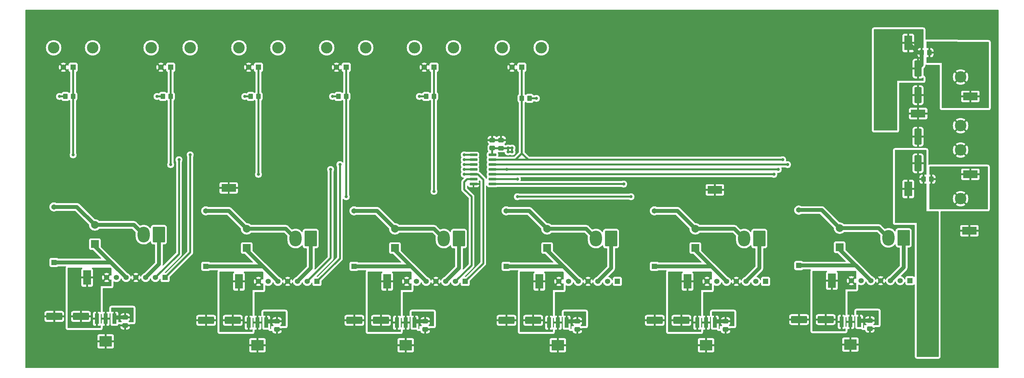
<source format=gbr>
%TF.GenerationSoftware,KiCad,Pcbnew,7.0.9*%
%TF.CreationDate,2023-12-09T12:48:13-06:00*%
%TF.ProjectId,ShutterDriver,53687574-7465-4724-9472-697665722e6b,1*%
%TF.SameCoordinates,Original*%
%TF.FileFunction,Copper,L1,Top*%
%TF.FilePolarity,Positive*%
%FSLAX46Y46*%
G04 Gerber Fmt 4.6, Leading zero omitted, Abs format (unit mm)*
G04 Created by KiCad (PCBNEW 7.0.9) date 2023-12-09 12:48:13*
%MOMM*%
%LPD*%
G01*
G04 APERTURE LIST*
G04 Aperture macros list*
%AMRoundRect*
0 Rectangle with rounded corners*
0 $1 Rounding radius*
0 $2 $3 $4 $5 $6 $7 $8 $9 X,Y pos of 4 corners*
0 Add a 4 corners polygon primitive as box body*
4,1,4,$2,$3,$4,$5,$6,$7,$8,$9,$2,$3,0*
0 Add four circle primitives for the rounded corners*
1,1,$1+$1,$2,$3*
1,1,$1+$1,$4,$5*
1,1,$1+$1,$6,$7*
1,1,$1+$1,$8,$9*
0 Add four rect primitives between the rounded corners*
20,1,$1+$1,$2,$3,$4,$5,0*
20,1,$1+$1,$4,$5,$6,$7,0*
20,1,$1+$1,$6,$7,$8,$9,0*
20,1,$1+$1,$8,$9,$2,$3,0*%
G04 Aperture macros list end*
%TA.AperFunction,SMDPad,CuDef*%
%ADD10RoundRect,0.250000X1.825000X0.700000X-1.825000X0.700000X-1.825000X-0.700000X1.825000X-0.700000X0*%
%TD*%
%TA.AperFunction,SMDPad,CuDef*%
%ADD11RoundRect,0.250000X0.475000X-0.337500X0.475000X0.337500X-0.475000X0.337500X-0.475000X-0.337500X0*%
%TD*%
%TA.AperFunction,ComponentPad*%
%ADD12R,1.371600X1.371600*%
%TD*%
%TA.AperFunction,ComponentPad*%
%ADD13C,1.371600*%
%TD*%
%TA.AperFunction,ComponentPad*%
%ADD14RoundRect,0.250000X1.330000X1.800000X-1.330000X1.800000X-1.330000X-1.800000X1.330000X-1.800000X0*%
%TD*%
%TA.AperFunction,ComponentPad*%
%ADD15O,3.160000X4.100000*%
%TD*%
%TA.AperFunction,SMDPad,CuDef*%
%ADD16RoundRect,0.250000X0.700000X-1.825000X0.700000X1.825000X-0.700000X1.825000X-0.700000X-1.825000X0*%
%TD*%
%TA.AperFunction,SMDPad,CuDef*%
%ADD17RoundRect,0.250000X-0.700000X1.825000X-0.700000X-1.825000X0.700000X-1.825000X0.700000X1.825000X0*%
%TD*%
%TA.AperFunction,SMDPad,CuDef*%
%ADD18R,3.800000X2.000000*%
%TD*%
%TA.AperFunction,SMDPad,CuDef*%
%ADD19RoundRect,0.250000X0.350000X0.450000X-0.350000X0.450000X-0.350000X-0.450000X0.350000X-0.450000X0*%
%TD*%
%TA.AperFunction,SMDPad,CuDef*%
%ADD20R,1.000000X2.700000*%
%TD*%
%TA.AperFunction,SMDPad,CuDef*%
%ADD21R,3.300001X2.700000*%
%TD*%
%TA.AperFunction,SMDPad,CuDef*%
%ADD22RoundRect,0.250000X-0.350000X-0.450000X0.350000X-0.450000X0.350000X0.450000X-0.350000X0.450000X0*%
%TD*%
%TA.AperFunction,SMDPad,CuDef*%
%ADD23RoundRect,0.250000X-0.475000X0.337500X-0.475000X-0.337500X0.475000X-0.337500X0.475000X0.337500X0*%
%TD*%
%TA.AperFunction,ComponentPad*%
%ADD24C,3.000000*%
%TD*%
%TA.AperFunction,ComponentPad*%
%ADD25R,2.000000X2.000000*%
%TD*%
%TA.AperFunction,ComponentPad*%
%ADD26C,2.000000*%
%TD*%
%TA.AperFunction,ComponentPad*%
%ADD27R,1.398000X1.398000*%
%TD*%
%TA.AperFunction,ComponentPad*%
%ADD28C,1.398000*%
%TD*%
%TA.AperFunction,SMDPad,CuDef*%
%ADD29R,2.000000X3.800000*%
%TD*%
%TA.AperFunction,ComponentPad*%
%ADD30R,1.361948X1.361948*%
%TD*%
%TA.AperFunction,ComponentPad*%
%ADD31C,1.361948*%
%TD*%
%TA.AperFunction,SMDPad,CuDef*%
%ADD32RoundRect,0.090000X-0.895000X-0.210000X0.895000X-0.210000X0.895000X0.210000X-0.895000X0.210000X0*%
%TD*%
%TA.AperFunction,ViaPad*%
%ADD33C,0.800000*%
%TD*%
%TA.AperFunction,Conductor*%
%ADD34C,1.000000*%
%TD*%
%TA.AperFunction,Conductor*%
%ADD35C,0.500000*%
%TD*%
G04 APERTURE END LIST*
D10*
%TO.P,C15,1*%
%TO.N,10V_3*%
X114854000Y-140589000D03*
%TO.P,C15,2*%
%TO.N,GND*%
X107904000Y-140589000D03*
%TD*%
D11*
%TO.P,C7,1*%
%TO.N,+5V*%
X143829000Y-95631000D03*
%TO.P,C7,2*%
%TO.N,GND*%
X143829000Y-93556000D03*
%TD*%
D12*
%TO.P,R5,1*%
%TO.N,/H_Bridge_Out5*%
X186055000Y-126492000D03*
D13*
%TO.P,R5,2*%
%TO.N,M5_OUT2*%
X186055000Y-112014000D03*
%TD*%
D12*
%TO.P,R2,1*%
%TO.N,/H_Bridge_Out2*%
X69215000Y-126492000D03*
D13*
%TO.P,R2,2*%
%TO.N,M2_OUT2*%
X69215000Y-112014000D03*
%TD*%
D14*
%TO.P,J12,1,Pin_1*%
%TO.N,M6_OUT1*%
X250975000Y-119062500D03*
D15*
%TO.P,J12,2,Pin_2*%
%TO.N,M6_OUT2*%
X247015000Y-119062500D03*
%TD*%
D14*
%TO.P,J8,1,Pin_1*%
%TO.N,M2_OUT1*%
X96543000Y-119253000D03*
D15*
%TO.P,J8,2,Pin_2*%
%TO.N,M2_OUT2*%
X92583000Y-119253000D03*
%TD*%
D12*
%TO.P,R4,1*%
%TO.N,/H_Bridge_Out4*%
X147447000Y-126492000D03*
D13*
%TO.P,R4,2*%
%TO.N,M4_OUT2*%
X147447000Y-112014000D03*
%TD*%
D16*
%TO.P,C12,1*%
%TO.N,12V_Filtered*%
X254716000Y-99614000D03*
%TO.P,C12,2*%
%TO.N,GND*%
X254716000Y-92664000D03*
%TD*%
D10*
%TO.P,C19,1*%
%TO.N,10V_4*%
X154478000Y-140589000D03*
%TO.P,C19,2*%
%TO.N,GND*%
X147528000Y-140589000D03*
%TD*%
D17*
%TO.P,C22,1*%
%TO.N,+5V*%
X254716000Y-74884000D03*
%TO.P,C22,2*%
%TO.N,GND*%
X254716000Y-81834000D03*
%TD*%
D18*
%TO.P,GND3,1,1*%
%TO.N,GND*%
X201803000Y-106553000D03*
%TD*%
D11*
%TO.P,C8,1*%
%TO.N,+5V*%
X146115000Y-95652500D03*
%TO.P,C8,2*%
%TO.N,GND*%
X146115000Y-93577500D03*
%TD*%
D19*
%TO.P,FB1,1*%
%TO.N,/Power/12V_Raw*%
X258191000Y-103759000D03*
%TO.P,FB1,2*%
%TO.N,12V_Filtered*%
X256191000Y-103759000D03*
%TD*%
D20*
%TO.P,U11,1,IN*%
%TO.N,12V_Filtered*%
X163209000Y-141195001D03*
%TO.P,U11,2,GND*%
%TO.N,GND*%
X160909000Y-141195001D03*
%TO.P,U11,3,OUT*%
%TO.N,10V_4*%
X158609000Y-141195001D03*
D21*
%TO.P,U11,4,GND*%
%TO.N,GND*%
X160909000Y-147095002D03*
%TD*%
D22*
%TO.P,R12,1*%
%TO.N,+5V*%
X80931000Y-82169000D03*
%TO.P,R12,2*%
%TO.N,IN3*%
X82931000Y-82169000D03*
%TD*%
D23*
%TO.P,C16,1*%
%TO.N,12V_Filtered*%
X165989000Y-140843000D03*
%TO.P,C16,2*%
%TO.N,GND*%
X165989000Y-142918000D03*
%TD*%
D24*
%TO.P,J14,1,Pin_1*%
%TO.N,GND*%
X265811000Y-96139000D03*
%TD*%
D20*
%TO.P,U8,1,IN*%
%TO.N,12V_Filtered*%
X45434000Y-140179001D03*
%TO.P,U8,2,GND*%
%TO.N,GND*%
X43134000Y-140179001D03*
%TO.P,U8,3,OUT*%
%TO.N,10V_1*%
X40834000Y-140179001D03*
D21*
%TO.P,U8,4,GND*%
%TO.N,GND*%
X43134000Y-146079002D03*
%TD*%
D25*
%TO.P,C5,1*%
%TO.N,/H_Bridge_Out5*%
X196723000Y-121713000D03*
D26*
%TO.P,C5,2*%
%TO.N,M5_OUT2*%
X196723000Y-116713000D03*
%TD*%
D27*
%TO.P,J3,1,In*%
%TO.N,IN3*%
X82931000Y-74549000D03*
D28*
%TO.P,J3,2,Ext*%
%TO.N,GND*%
X80391000Y-74549000D03*
D24*
%TO.P,J3,S1*%
%TO.N,N/C*%
X88011000Y-69469000D03*
%TO.P,J3,S2*%
X77851000Y-69469000D03*
%TD*%
D10*
%TO.P,C14,1*%
%TO.N,10V_2*%
X76246000Y-140589000D03*
%TO.P,C14,2*%
%TO.N,GND*%
X69296000Y-140589000D03*
%TD*%
%TO.P,C13,1*%
%TO.N,10V_1*%
X36703000Y-139573000D03*
%TO.P,C13,2*%
%TO.N,GND*%
X29753000Y-139573000D03*
%TD*%
D14*
%TO.P,J7,1,Pin_1*%
%TO.N,M1_OUT1*%
X57000000Y-118237000D03*
D15*
%TO.P,J7,2,Pin_2*%
%TO.N,M1_OUT2*%
X53040000Y-118237000D03*
%TD*%
D25*
%TO.P,C6,1*%
%TO.N,/H_Bridge_Out6*%
X234315000Y-121522500D03*
D26*
%TO.P,C6,2*%
%TO.N,M6_OUT2*%
X234315000Y-116522500D03*
%TD*%
D29*
%TO.P,12V_FILTERED1,1,1*%
%TO.N,12V_Filtered*%
X252176000Y-106299000D03*
%TD*%
D25*
%TO.P,C3,1*%
%TO.N,/H_Bridge_Out3*%
X118491000Y-121713000D03*
D26*
%TO.P,C3,2*%
%TO.N,M3_OUT2*%
X118491000Y-116713000D03*
%TD*%
D25*
%TO.P,C2,1*%
%TO.N,/H_Bridge_Out2*%
X79883000Y-121713000D03*
D26*
%TO.P,C2,2*%
%TO.N,M2_OUT2*%
X79883000Y-116713000D03*
%TD*%
D20*
%TO.P,U10,1,IN*%
%TO.N,12V_Filtered*%
X123585000Y-141195001D03*
%TO.P,U10,2,GND*%
%TO.N,GND*%
X121285000Y-141195001D03*
%TO.P,U10,3,OUT*%
%TO.N,10V_3*%
X118985000Y-141195001D03*
D21*
%TO.P,U10,4,GND*%
%TO.N,GND*%
X121285000Y-147095002D03*
%TD*%
D22*
%TO.P,R10,1*%
%TO.N,+5V*%
X126651000Y-82169000D03*
%TO.P,R10,2*%
%TO.N,IN5*%
X128651000Y-82169000D03*
%TD*%
D29*
%TO.P,5V_FILTERED1,1,1*%
%TO.N,+5V*%
X252176000Y-68199000D03*
%TD*%
D30*
%TO.P,U3,1,IN1*%
%TO.N,IN3*%
X136779000Y-130429000D03*
D31*
%TO.P,U3,2,IN2*%
%TO.N,INV_IN3*%
X134239000Y-130429000D03*
%TO.P,U3,3,OUT1*%
%TO.N,M3_OUT1*%
X131699000Y-130429000D03*
%TO.P,U3,4,GND*%
%TO.N,GND*%
X129159000Y-130429000D03*
%TO.P,U3,5,OUT2*%
%TO.N,/H_Bridge_Out3*%
X126619000Y-130429000D03*
%TO.P,U3,6,NC*%
%TO.N,unconnected-(U3-NC-Pad6)*%
X124079000Y-130429000D03*
%TO.P,U3,7,VM*%
%TO.N,10V_3*%
X121539000Y-130429000D03*
%TD*%
D12*
%TO.P,R3,1*%
%TO.N,/H_Bridge_Out3*%
X107823000Y-126492000D03*
D13*
%TO.P,R3,2*%
%TO.N,M3_OUT2*%
X107823000Y-112014000D03*
%TD*%
D18*
%TO.P,5V_RAW1,1,1*%
%TO.N,/Power/5V_Raw*%
X268351000Y-82169000D03*
%TD*%
D27*
%TO.P,J6,1,In*%
%TO.N,IN6*%
X151511000Y-74549000D03*
D28*
%TO.P,J6,2,Ext*%
%TO.N,GND*%
X148971000Y-74549000D03*
D24*
%TO.P,J6,S1*%
%TO.N,N/C*%
X156591000Y-69469000D03*
%TO.P,J6,S2*%
X146431000Y-69469000D03*
%TD*%
D30*
%TO.P,U5,1,IN1*%
%TO.N,IN5*%
X215011000Y-130429000D03*
D31*
%TO.P,U5,2,IN2*%
%TO.N,INV_IN5*%
X212471000Y-130429000D03*
%TO.P,U5,3,OUT1*%
%TO.N,M5_OUT1*%
X209931000Y-130429000D03*
%TO.P,U5,4,GND*%
%TO.N,GND*%
X207391000Y-130429000D03*
%TO.P,U5,5,OUT2*%
%TO.N,/H_Bridge_Out5*%
X204851000Y-130429000D03*
%TO.P,U5,6,NC*%
%TO.N,unconnected-(U5-NC-Pad6)*%
X202311000Y-130429000D03*
%TO.P,U5,7,VM*%
%TO.N,10V_5*%
X199771000Y-130429000D03*
%TD*%
D29*
%TO.P,10V_3,1,1*%
%TO.N,10V_3*%
X116459000Y-130429000D03*
%TD*%
D20*
%TO.P,U12,1,IN*%
%TO.N,12V_Filtered*%
X201817000Y-141195001D03*
%TO.P,U12,2,GND*%
%TO.N,GND*%
X199517000Y-141195001D03*
%TO.P,U12,3,OUT*%
%TO.N,10V_5*%
X197217000Y-141195001D03*
D21*
%TO.P,U12,4,GND*%
%TO.N,GND*%
X199517000Y-147095002D03*
%TD*%
D19*
%TO.P,R8,1*%
%TO.N,+5V*%
X153511000Y-82677000D03*
%TO.P,R8,2*%
%TO.N,IN6*%
X151511000Y-82677000D03*
%TD*%
D32*
%TO.P,U7,1,1A*%
%TO.N,IN1*%
X138941000Y-97409000D03*
%TO.P,U7,2,1Y*%
%TO.N,INV_IN1*%
X138941000Y-98679000D03*
%TO.P,U7,3,2A*%
%TO.N,IN2*%
X138941000Y-99949000D03*
%TO.P,U7,4,2Y*%
%TO.N,INV_IN2*%
X138941000Y-101219000D03*
%TO.P,U7,5,3A*%
%TO.N,IN3*%
X138941000Y-102489000D03*
%TO.P,U7,6,3Y*%
%TO.N,INV_IN3*%
X138941000Y-103759000D03*
%TO.P,U7,7,GND*%
%TO.N,GND*%
X138941000Y-105029000D03*
%TO.P,U7,8,4Y*%
%TO.N,INV_IN4*%
X143891000Y-105029000D03*
%TO.P,U7,9,4A*%
%TO.N,IN4*%
X143891000Y-103759000D03*
%TO.P,U7,10,5Y*%
%TO.N,INV_IN5*%
X143891000Y-102489000D03*
%TO.P,U7,11,5A*%
%TO.N,IN5*%
X143891000Y-101219000D03*
%TO.P,U7,12,6Y*%
%TO.N,INV_IN6*%
X143891000Y-99949000D03*
%TO.P,U7,13,6A*%
%TO.N,IN6*%
X143891000Y-98679000D03*
%TO.P,U7,14,VCC*%
%TO.N,+5V*%
X143891000Y-97409000D03*
%TD*%
D23*
%TO.P,C18,1*%
%TO.N,12V_Filtered*%
X242189000Y-140652500D03*
%TO.P,C18,2*%
%TO.N,GND*%
X242189000Y-142727500D03*
%TD*%
D29*
%TO.P,10V_5,1,1*%
%TO.N,10V_5*%
X194691000Y-130429000D03*
%TD*%
D14*
%TO.P,J11,1,Pin_1*%
%TO.N,M5_OUT1*%
X213383000Y-119253000D03*
D15*
%TO.P,J11,2,Pin_2*%
%TO.N,M5_OUT2*%
X209423000Y-119253000D03*
%TD*%
D12*
%TO.P,R6,1*%
%TO.N,/H_Bridge_Out6*%
X223647000Y-126301500D03*
D13*
%TO.P,R6,2*%
%TO.N,M6_OUT2*%
X223647000Y-111823500D03*
%TD*%
D18*
%TO.P,GND1,1,1*%
%TO.N,GND*%
X254742858Y-86625798D03*
%TD*%
D14*
%TO.P,J10,1,Pin_1*%
%TO.N,M4_OUT1*%
X174775000Y-119253000D03*
D15*
%TO.P,J10,2,Pin_2*%
%TO.N,M4_OUT2*%
X170815000Y-119253000D03*
%TD*%
D10*
%TO.P,C21,1*%
%TO.N,10V_6*%
X230678000Y-140398500D03*
%TO.P,C21,2*%
%TO.N,GND*%
X223728000Y-140398500D03*
%TD*%
D30*
%TO.P,U1,1,IN1*%
%TO.N,IN1*%
X58628000Y-129413000D03*
D31*
%TO.P,U1,2,IN2*%
%TO.N,INV_IN1*%
X56088000Y-129413000D03*
%TO.P,U1,3,OUT1*%
%TO.N,M1_OUT1*%
X53548000Y-129413000D03*
%TO.P,U1,4,GND*%
%TO.N,GND*%
X51008000Y-129413000D03*
%TO.P,U1,5,OUT2*%
%TO.N,/H_Bridge_Out1*%
X48468000Y-129413000D03*
%TO.P,U1,6,NC*%
%TO.N,unconnected-(U1-NC-Pad6)*%
X45928000Y-129413000D03*
%TO.P,U1,7,VM*%
%TO.N,10V_1*%
X43388000Y-129413000D03*
%TD*%
D24*
%TO.P,J16,1,Pin_1*%
%TO.N,GND*%
X265811000Y-89789000D03*
%TD*%
D29*
%TO.P,10V_6,1,1*%
%TO.N,10V_6*%
X232283000Y-130238500D03*
%TD*%
%TO.P,10V_1,1,1*%
%TO.N,10V_1*%
X38308000Y-129413000D03*
%TD*%
D23*
%TO.P,C9,1*%
%TO.N,12V_Filtered*%
X48214000Y-139827000D03*
%TO.P,C9,2*%
%TO.N,GND*%
X48214000Y-141902000D03*
%TD*%
D22*
%TO.P,R7,1*%
%TO.N,+5V*%
X58071000Y-82169000D03*
%TO.P,R7,2*%
%TO.N,IN2*%
X60071000Y-82169000D03*
%TD*%
D18*
%TO.P,12V_RAW1,1,1*%
%TO.N,/Power/12V_Raw*%
X268351000Y-102489000D03*
%TD*%
D24*
%TO.P,J15,1,Pin_1*%
%TO.N,/Power/5V_Raw*%
X265811000Y-77089000D03*
%TD*%
D27*
%TO.P,J1,1,In*%
%TO.N,IN1*%
X34671000Y-74549000D03*
D28*
%TO.P,J1,2,Ext*%
%TO.N,GND*%
X32131000Y-74549000D03*
D24*
%TO.P,J1,S1*%
%TO.N,N/C*%
X39751000Y-69469000D03*
%TO.P,J1,S2*%
X29591000Y-69469000D03*
%TD*%
D27*
%TO.P,J5,1,In*%
%TO.N,IN5*%
X128651000Y-74549000D03*
D28*
%TO.P,J5,2,Ext*%
%TO.N,GND*%
X126111000Y-74549000D03*
D24*
%TO.P,J5,S1*%
%TO.N,N/C*%
X133731000Y-69469000D03*
%TO.P,J5,S2*%
X123571000Y-69469000D03*
%TD*%
D22*
%TO.P,R11,1*%
%TO.N,+5V*%
X32671000Y-82169000D03*
%TO.P,R11,2*%
%TO.N,IN1*%
X34671000Y-82169000D03*
%TD*%
D18*
%TO.P,GND4,1,1*%
%TO.N,GND*%
X75184000Y-106045000D03*
%TD*%
D24*
%TO.P,J13,1,Pin_1*%
%TO.N,/Power/12V_Raw*%
X265811000Y-108839000D03*
%TD*%
D30*
%TO.P,U4,1,IN1*%
%TO.N,IN4*%
X176403000Y-130429000D03*
D31*
%TO.P,U4,2,IN2*%
%TO.N,INV_IN4*%
X173863000Y-130429000D03*
%TO.P,U4,3,OUT1*%
%TO.N,M4_OUT1*%
X171323000Y-130429000D03*
%TO.P,U4,4,GND*%
%TO.N,GND*%
X168783000Y-130429000D03*
%TO.P,U4,5,OUT2*%
%TO.N,/H_Bridge_Out4*%
X166243000Y-130429000D03*
%TO.P,U4,6,NC*%
%TO.N,unconnected-(U4-NC-Pad6)*%
X163703000Y-130429000D03*
%TO.P,U4,7,VM*%
%TO.N,10V_4*%
X161163000Y-130429000D03*
%TD*%
D10*
%TO.P,C20,1*%
%TO.N,10V_5*%
X193086000Y-140589000D03*
%TO.P,C20,2*%
%TO.N,GND*%
X186136000Y-140589000D03*
%TD*%
D23*
%TO.P,C10,1*%
%TO.N,12V_Filtered*%
X87757000Y-140843000D03*
%TO.P,C10,2*%
%TO.N,GND*%
X87757000Y-142918000D03*
%TD*%
D22*
%TO.P,R9,1*%
%TO.N,+5V*%
X103791000Y-82169000D03*
%TO.P,R9,2*%
%TO.N,IN4*%
X105791000Y-82169000D03*
%TD*%
D25*
%TO.P,C4,1*%
%TO.N,/H_Bridge_Out4*%
X158115000Y-121713000D03*
D26*
%TO.P,C4,2*%
%TO.N,M4_OUT2*%
X158115000Y-116713000D03*
%TD*%
D20*
%TO.P,U9,1,IN*%
%TO.N,12V_Filtered*%
X84977000Y-141195001D03*
%TO.P,U9,2,GND*%
%TO.N,GND*%
X82677000Y-141195001D03*
%TO.P,U9,3,OUT*%
%TO.N,10V_2*%
X80377000Y-141195001D03*
D21*
%TO.P,U9,4,GND*%
%TO.N,GND*%
X82677000Y-147095002D03*
%TD*%
D30*
%TO.P,U6,1,IN1*%
%TO.N,IN6*%
X252603000Y-130238500D03*
D31*
%TO.P,U6,2,IN2*%
%TO.N,INV_IN6*%
X250063000Y-130238500D03*
%TO.P,U6,3,OUT1*%
%TO.N,M6_OUT1*%
X247523000Y-130238500D03*
%TO.P,U6,4,GND*%
%TO.N,GND*%
X244983000Y-130238500D03*
%TO.P,U6,5,OUT2*%
%TO.N,/H_Bridge_Out6*%
X242443000Y-130238500D03*
%TO.P,U6,6,NC*%
%TO.N,unconnected-(U6-NC-Pad6)*%
X239903000Y-130238500D03*
%TO.P,U6,7,VM*%
%TO.N,10V_6*%
X237363000Y-130238500D03*
%TD*%
D27*
%TO.P,J2,1,In*%
%TO.N,IN2*%
X60071000Y-74549000D03*
D28*
%TO.P,J2,2,Ext*%
%TO.N,GND*%
X57531000Y-74549000D03*
D24*
%TO.P,J2,S1*%
%TO.N,N/C*%
X65151000Y-69469000D03*
%TO.P,J2,S2*%
X54991000Y-69469000D03*
%TD*%
D14*
%TO.P,J9,1,Pin_1*%
%TO.N,M3_OUT1*%
X135151000Y-119253000D03*
D15*
%TO.P,J9,2,Pin_2*%
%TO.N,M3_OUT2*%
X131191000Y-119253000D03*
%TD*%
D30*
%TO.P,U2,1,IN1*%
%TO.N,IN2*%
X98171000Y-130429000D03*
D31*
%TO.P,U2,2,IN2*%
%TO.N,INV_IN2*%
X95631000Y-130429000D03*
%TO.P,U2,3,OUT1*%
%TO.N,M2_OUT1*%
X93091000Y-130429000D03*
%TO.P,U2,4,GND*%
%TO.N,GND*%
X90551000Y-130429000D03*
%TO.P,U2,5,OUT2*%
%TO.N,/H_Bridge_Out2*%
X88011000Y-130429000D03*
%TO.P,U2,6,NC*%
%TO.N,unconnected-(U2-NC-Pad6)*%
X85471000Y-130429000D03*
%TO.P,U2,7,VM*%
%TO.N,10V_2*%
X82931000Y-130429000D03*
%TD*%
D25*
%TO.P,C1,1*%
%TO.N,/H_Bridge_Out1*%
X40340000Y-120697000D03*
D26*
%TO.P,C1,2*%
%TO.N,M1_OUT2*%
X40340000Y-115697000D03*
%TD*%
D18*
%TO.P,GND2,1,1*%
%TO.N,GND*%
X268097000Y-117221000D03*
%TD*%
D29*
%TO.P,10V_4,1,1*%
%TO.N,10V_4*%
X156083000Y-130429000D03*
%TD*%
D23*
%TO.P,C17,1*%
%TO.N,12V_Filtered*%
X204597000Y-140843000D03*
%TO.P,C17,2*%
%TO.N,GND*%
X204597000Y-142918000D03*
%TD*%
D27*
%TO.P,J4,1,In*%
%TO.N,IN4*%
X105791000Y-74549000D03*
D28*
%TO.P,J4,2,Ext*%
%TO.N,GND*%
X103251000Y-74549000D03*
D24*
%TO.P,J4,S1*%
%TO.N,N/C*%
X110871000Y-69469000D03*
%TO.P,J4,S2*%
X100711000Y-69469000D03*
%TD*%
D19*
%TO.P,FB2,1*%
%TO.N,/Power/5V_Raw*%
X257651000Y-70739000D03*
%TO.P,FB2,2*%
%TO.N,+5V*%
X255651000Y-70739000D03*
%TD*%
D29*
%TO.P,10V_2,1,1*%
%TO.N,10V_2*%
X77851000Y-130429000D03*
%TD*%
D12*
%TO.P,R1,1*%
%TO.N,/H_Bridge_Out1*%
X29672000Y-125476000D03*
D13*
%TO.P,R1,2*%
%TO.N,M1_OUT2*%
X29672000Y-110998000D03*
%TD*%
D23*
%TO.P,C11,1*%
%TO.N,12V_Filtered*%
X126365000Y-140843000D03*
%TO.P,C11,2*%
%TO.N,GND*%
X126365000Y-142918000D03*
%TD*%
D20*
%TO.P,U13,1,IN*%
%TO.N,12V_Filtered*%
X239409000Y-141004501D03*
%TO.P,U13,2,GND*%
%TO.N,GND*%
X237109000Y-141004501D03*
%TO.P,U13,3,OUT*%
%TO.N,10V_6*%
X234809000Y-141004501D03*
D21*
%TO.P,U13,4,GND*%
%TO.N,GND*%
X237109000Y-146904502D03*
%TD*%
D33*
%TO.N,+5V*%
X245237000Y-90043000D03*
X247269000Y-86995000D03*
X79375000Y-82169000D03*
X247269000Y-90043000D03*
X147955000Y-96647000D03*
X245237000Y-88011000D03*
X246253000Y-89027000D03*
X155321000Y-82677000D03*
X148971000Y-96647000D03*
X102235000Y-82169000D03*
X246253000Y-90043000D03*
X245237000Y-89027000D03*
X246253000Y-88011000D03*
X124841000Y-82169000D03*
X246253000Y-86995000D03*
X247269000Y-88011000D03*
X247269000Y-89027000D03*
X31115000Y-82169000D03*
X245237000Y-86995000D03*
X148971000Y-95631000D03*
X147955000Y-95631000D03*
X56515000Y-82169000D03*
%TO.N,12V_Filtered*%
X204851000Y-138811000D03*
X258191000Y-139319000D03*
X123571000Y-138811000D03*
X84963000Y-138811000D03*
X163195000Y-138811000D03*
X258191000Y-141859000D03*
X201803000Y-138811000D03*
X256286000Y-139319000D03*
X256286000Y-145669000D03*
X241427000Y-138557000D03*
X45339000Y-137795000D03*
X258191000Y-144399000D03*
X203835000Y-138811000D03*
X85979000Y-138811000D03*
X48387000Y-137795000D03*
X166243000Y-138811000D03*
X256286000Y-140589000D03*
X258191000Y-143129000D03*
X46355000Y-137795000D03*
X256286000Y-141859000D03*
X256286000Y-143129000D03*
X126619000Y-138811000D03*
X86995000Y-138811000D03*
X258191000Y-145669000D03*
X125603000Y-138811000D03*
X258191000Y-146939000D03*
X47371000Y-137795000D03*
X124587000Y-138811000D03*
X88011000Y-138811000D03*
X239395000Y-138557000D03*
X165227000Y-138811000D03*
X240411000Y-138557000D03*
X258191000Y-140589000D03*
X256286000Y-146939000D03*
X164211000Y-138811000D03*
X242443000Y-138557000D03*
X256286000Y-144399000D03*
X202819000Y-138811000D03*
%TO.N,IN1*%
X136525000Y-97409000D03*
X34671000Y-97409000D03*
X65151000Y-97409000D03*
%TO.N,IN2*%
X136525000Y-99949000D03*
X60071000Y-99949000D03*
X104140000Y-99949000D03*
%TO.N,IN3*%
X82931000Y-102489000D03*
X136525000Y-102489000D03*
%TO.N,IN4*%
X179959000Y-108331000D03*
X105791000Y-108331000D03*
X150368000Y-103759000D03*
X150368000Y-108331000D03*
%TO.N,IN5*%
X218313000Y-101219000D03*
X128651000Y-106934000D03*
X147574000Y-101219000D03*
%TO.N,IN6*%
X219456000Y-98679000D03*
%TO.N,INV_IN1*%
X136525000Y-98679000D03*
X62230000Y-98679000D03*
%TO.N,INV_IN2*%
X136525000Y-101219000D03*
X101727000Y-101219000D03*
%TO.N,INV_IN4*%
X178054000Y-105029000D03*
%TO.N,INV_IN5*%
X217170000Y-102489000D03*
%TO.N,INV_IN6*%
X220726000Y-99949000D03*
%TD*%
D34*
%TO.N,/H_Bridge_Out1*%
X48468000Y-129413000D02*
X40340000Y-121285000D01*
X48468000Y-129413000D02*
X44531000Y-125476000D01*
X44531000Y-125476000D02*
X29672000Y-125476000D01*
X40340000Y-121285000D02*
X40340000Y-120697000D01*
%TO.N,M1_OUT2*%
X40340000Y-115697000D02*
X50500000Y-115697000D01*
X35641000Y-110998000D02*
X29672000Y-110998000D01*
X50500000Y-115697000D02*
X53040000Y-118237000D01*
X40340000Y-115697000D02*
X35641000Y-110998000D01*
%TO.N,/H_Bridge_Out2*%
X88011000Y-130429000D02*
X84074000Y-126492000D01*
X84074000Y-126492000D02*
X69215000Y-126492000D01*
X79883000Y-122301000D02*
X79883000Y-121713000D01*
X88011000Y-130429000D02*
X79883000Y-122301000D01*
%TO.N,M2_OUT2*%
X90043000Y-116713000D02*
X92583000Y-119253000D01*
X79883000Y-116713000D02*
X90043000Y-116713000D01*
X79883000Y-116713000D02*
X75184000Y-112014000D01*
X75184000Y-112014000D02*
X69215000Y-112014000D01*
%TO.N,/H_Bridge_Out3*%
X122682000Y-126492000D02*
X107823000Y-126492000D01*
X118491000Y-122301000D02*
X118491000Y-121713000D01*
X126619000Y-130429000D02*
X122682000Y-126492000D01*
X126619000Y-130429000D02*
X118491000Y-122301000D01*
%TO.N,M3_OUT2*%
X113792000Y-112014000D02*
X107823000Y-112014000D01*
X128651000Y-116713000D02*
X131191000Y-119253000D01*
X118491000Y-116713000D02*
X128651000Y-116713000D01*
X118491000Y-116713000D02*
X113792000Y-112014000D01*
%TO.N,/H_Bridge_Out4*%
X166243000Y-130429000D02*
X162306000Y-126492000D01*
X166243000Y-130429000D02*
X158115000Y-122301000D01*
X162306000Y-126492000D02*
X147447000Y-126492000D01*
X158115000Y-122301000D02*
X158115000Y-121713000D01*
%TO.N,M4_OUT2*%
X158115000Y-116713000D02*
X153416000Y-112014000D01*
X153416000Y-112014000D02*
X147447000Y-112014000D01*
X158115000Y-116713000D02*
X168275000Y-116713000D01*
X168275000Y-116713000D02*
X170815000Y-119253000D01*
%TO.N,/H_Bridge_Out5*%
X196723000Y-122301000D02*
X196723000Y-121713000D01*
X200914000Y-126492000D02*
X186055000Y-126492000D01*
X204851000Y-130429000D02*
X196723000Y-122301000D01*
X204851000Y-130429000D02*
X200914000Y-126492000D01*
%TO.N,M5_OUT2*%
X206883000Y-116713000D02*
X209423000Y-119253000D01*
X196723000Y-116713000D02*
X206883000Y-116713000D01*
X192024000Y-112014000D02*
X186055000Y-112014000D01*
X196723000Y-116713000D02*
X192024000Y-112014000D01*
%TO.N,/H_Bridge_Out6*%
X238506000Y-126301500D02*
X223647000Y-126301500D01*
X242443000Y-130238500D02*
X238506000Y-126301500D01*
X242443000Y-130238500D02*
X234315000Y-122110500D01*
X234315000Y-122110500D02*
X234315000Y-121522500D01*
%TO.N,M6_OUT2*%
X244475000Y-116522500D02*
X247015000Y-119062500D01*
X234315000Y-116522500D02*
X229616000Y-111823500D01*
X234315000Y-116522500D02*
X244475000Y-116522500D01*
X229616000Y-111823500D02*
X223647000Y-111823500D01*
D35*
%TO.N,+5V*%
X143829000Y-97347000D02*
X143891000Y-97409000D01*
X148971000Y-95631000D02*
X147955000Y-95631000D01*
D34*
X254716000Y-70739000D02*
X252176000Y-68199000D01*
D35*
X148971000Y-96647000D02*
X147955000Y-96647000D01*
D34*
X255651000Y-70739000D02*
X255651000Y-73949000D01*
D35*
X143829000Y-95631000D02*
X143829000Y-97347000D01*
X146115000Y-95652500D02*
X143850500Y-95652500D01*
X32671000Y-82169000D02*
X31115000Y-82169000D01*
X147933500Y-95652500D02*
X147955000Y-95631000D01*
X147955000Y-95631000D02*
X147955000Y-96647000D01*
X58071000Y-82169000D02*
X56515000Y-82169000D01*
D34*
X255651000Y-73949000D02*
X254716000Y-74884000D01*
D35*
X143850500Y-95652500D02*
X143829000Y-95631000D01*
X146115000Y-95652500D02*
X147933500Y-95652500D01*
X126651000Y-82169000D02*
X124841000Y-82169000D01*
X148971000Y-96647000D02*
X148971000Y-95631000D01*
X153511000Y-82677000D02*
X155321000Y-82677000D01*
X103791000Y-82169000D02*
X102235000Y-82169000D01*
X80931000Y-82169000D02*
X79375000Y-82169000D01*
D34*
X255651000Y-70739000D02*
X254716000Y-70739000D01*
%TO.N,12V_Filtered*%
X48214000Y-139827000D02*
X45786001Y-139827000D01*
X87757000Y-140843000D02*
X85329001Y-140843000D01*
X126365000Y-140843000D02*
X123937001Y-140843000D01*
X165989000Y-140843000D02*
X163561001Y-140843000D01*
X202169001Y-140843000D02*
X201817000Y-141195001D01*
X239761001Y-140652500D02*
X239409000Y-141004501D01*
X45786001Y-139827000D02*
X45434000Y-140179001D01*
X163561001Y-140843000D02*
X163209000Y-141195001D01*
X85329001Y-140843000D02*
X84977000Y-141195001D01*
X204597000Y-140843000D02*
X202169001Y-140843000D01*
X123937001Y-140843000D02*
X123585000Y-141195001D01*
X242189000Y-140652500D02*
X239761001Y-140652500D01*
D35*
%TO.N,IN1*%
X65151000Y-122890000D02*
X58628000Y-129413000D01*
X34671000Y-82169000D02*
X34671000Y-97409000D01*
X138941000Y-97409000D02*
X136525000Y-97409000D01*
X34671000Y-74549000D02*
X34671000Y-82169000D01*
X65151000Y-97409000D02*
X65151000Y-122890000D01*
%TO.N,IN2*%
X104140000Y-124460000D02*
X98171000Y-130429000D01*
X104140000Y-99949000D02*
X104140000Y-124460000D01*
X138941000Y-99949000D02*
X136525000Y-99949000D01*
X60071000Y-74549000D02*
X60071000Y-82169000D01*
X60071000Y-82169000D02*
X60071000Y-99949000D01*
%TO.N,IN3*%
X141478000Y-125730000D02*
X141478000Y-103886000D01*
X141478000Y-103886000D02*
X140081000Y-102489000D01*
X82931000Y-82169000D02*
X82931000Y-102489000D01*
X82931000Y-74549000D02*
X82931000Y-82169000D01*
X136779000Y-130429000D02*
X141478000Y-125730000D01*
X138941000Y-102489000D02*
X136525000Y-102489000D01*
X140081000Y-102489000D02*
X138941000Y-102489000D01*
%TO.N,IN4*%
X179959000Y-108331000D02*
X150368000Y-108331000D01*
X143891000Y-103759000D02*
X146304000Y-103759000D01*
X105791000Y-74549000D02*
X105791000Y-82169000D01*
X105791000Y-82169000D02*
X105791000Y-108331000D01*
X146304000Y-103759000D02*
X150368000Y-103759000D01*
%TO.N,IN5*%
X128651000Y-82169000D02*
X128651000Y-106934000D01*
X147574000Y-101219000D02*
X218313000Y-101219000D01*
X128651000Y-74549000D02*
X128651000Y-82169000D01*
X143891000Y-101219000D02*
X147574000Y-101219000D01*
%TO.N,IN6*%
X149860000Y-98679000D02*
X153162000Y-98679000D01*
X151511000Y-74549000D02*
X151511000Y-82677000D01*
X151511000Y-97028000D02*
X149860000Y-98679000D01*
X151511000Y-82677000D02*
X151511000Y-97028000D01*
X143891000Y-98679000D02*
X149860000Y-98679000D01*
X153162000Y-98679000D02*
X219456000Y-98679000D01*
X151511000Y-97028000D02*
X153162000Y-98679000D01*
D34*
%TO.N,M1_OUT1*%
X53548000Y-129413000D02*
X57000000Y-125961000D01*
X57000000Y-125961000D02*
X57000000Y-118237000D01*
%TO.N,M2_OUT1*%
X93091000Y-130429000D02*
X96543000Y-126977000D01*
X96543000Y-126977000D02*
X96543000Y-119253000D01*
%TO.N,M3_OUT1*%
X131699000Y-130429000D02*
X135151000Y-126977000D01*
X135151000Y-126977000D02*
X135151000Y-119253000D01*
%TO.N,M4_OUT1*%
X171323000Y-130429000D02*
X174775000Y-126977000D01*
X174775000Y-126977000D02*
X174775000Y-119253000D01*
%TO.N,M5_OUT1*%
X213383000Y-126977000D02*
X213383000Y-119253000D01*
X209931000Y-130429000D02*
X213383000Y-126977000D01*
%TO.N,M6_OUT1*%
X247523000Y-130238500D02*
X250975000Y-126786500D01*
X250975000Y-126786500D02*
X250975000Y-119062500D01*
D35*
%TO.N,INV_IN1*%
X138941000Y-98679000D02*
X136525000Y-98679000D01*
X62230000Y-98679000D02*
X62230000Y-123271000D01*
X62230000Y-123271000D02*
X56088000Y-129413000D01*
%TO.N,INV_IN2*%
X138941000Y-101219000D02*
X136525000Y-101219000D01*
X101727000Y-101219000D02*
X101727000Y-124333000D01*
X101727000Y-124333000D02*
X95631000Y-130429000D01*
%TO.N,INV_IN3*%
X134239000Y-130429000D02*
X138430000Y-126238000D01*
X138430000Y-108331000D02*
X136525000Y-106426000D01*
X136525000Y-104521000D02*
X137287000Y-103759000D01*
X137287000Y-103759000D02*
X138941000Y-103759000D01*
X138430000Y-126238000D02*
X138430000Y-108331000D01*
X136525000Y-106426000D02*
X136525000Y-104521000D01*
%TO.N,INV_IN4*%
X143891000Y-105029000D02*
X146304000Y-105029000D01*
X146304000Y-105029000D02*
X178054000Y-105029000D01*
%TO.N,INV_IN5*%
X143891000Y-102489000D02*
X146304000Y-102489000D01*
X146304000Y-102489000D02*
X217170000Y-102489000D01*
%TO.N,INV_IN6*%
X143891000Y-99949000D02*
X220726000Y-99949000D01*
%TD*%
%TA.AperFunction,Conductor*%
%TO.N,10V_3*%
G36*
X115174080Y-127908685D02*
G01*
X115219835Y-127961489D01*
X115229779Y-128030647D01*
X115200754Y-128094203D01*
X115181352Y-128112267D01*
X115101809Y-128171813D01*
X115015649Y-128286906D01*
X115015645Y-128286913D01*
X114965403Y-128421620D01*
X114965401Y-128421627D01*
X114959000Y-128481155D01*
X114959000Y-130179000D01*
X117959000Y-130179000D01*
X117959000Y-128481172D01*
X117958999Y-128481155D01*
X117952598Y-128421627D01*
X117952596Y-128421620D01*
X117902354Y-128286913D01*
X117902350Y-128286906D01*
X117816190Y-128171813D01*
X117736648Y-128112267D01*
X117694777Y-128056333D01*
X117689793Y-127986641D01*
X117723278Y-127925318D01*
X117784602Y-127891834D01*
X117810959Y-127889000D01*
X122612716Y-127889000D01*
X122679755Y-127908685D01*
X122700397Y-127925318D01*
X122772681Y-127997602D01*
X122806166Y-128058924D01*
X122809000Y-128085283D01*
X122809000Y-129802810D01*
X122789315Y-129869849D01*
X122736511Y-129915604D01*
X122667353Y-129925548D01*
X122603797Y-129896523D01*
X122574000Y-129858083D01*
X122547384Y-129804633D01*
X122534275Y-129787275D01*
X121961969Y-130359582D01*
X121959971Y-130332916D01*
X121912947Y-130213102D01*
X121832697Y-130112470D01*
X121726350Y-130039964D01*
X121610283Y-130004162D01*
X122178506Y-129435939D01*
X122178505Y-129435938D01*
X122067663Y-129367309D01*
X122067657Y-129367306D01*
X121863570Y-129288243D01*
X121648431Y-129248026D01*
X121429569Y-129248026D01*
X121214429Y-129288243D01*
X121214428Y-129288243D01*
X121010342Y-129367306D01*
X121010339Y-129367307D01*
X120899492Y-129435939D01*
X121471005Y-130007451D01*
X121411726Y-130016387D01*
X121295760Y-130072233D01*
X121201408Y-130159779D01*
X121137052Y-130271247D01*
X121116729Y-130360282D01*
X120543722Y-129787275D01*
X120530618Y-129804627D01*
X120530610Y-129804640D01*
X120433061Y-130000544D01*
X120433055Y-130000559D01*
X120373161Y-130211065D01*
X120373160Y-130211067D01*
X120352967Y-130428999D01*
X120352967Y-130429000D01*
X120373160Y-130646932D01*
X120373161Y-130646934D01*
X120433055Y-130857440D01*
X120433061Y-130857455D01*
X120530610Y-131053360D01*
X120530612Y-131053362D01*
X120543722Y-131070722D01*
X121116030Y-130498415D01*
X121118029Y-130525084D01*
X121165053Y-130644898D01*
X121245303Y-130745530D01*
X121351650Y-130818036D01*
X121467715Y-130853836D01*
X120899492Y-131422059D01*
X120899493Y-131422060D01*
X121010336Y-131490691D01*
X121010342Y-131490693D01*
X121214429Y-131569756D01*
X121429569Y-131609974D01*
X121648431Y-131609974D01*
X121863570Y-131569756D01*
X121863571Y-131569756D01*
X122067657Y-131490693D01*
X122067658Y-131490693D01*
X122178506Y-131422059D01*
X121606995Y-130850548D01*
X121666274Y-130841613D01*
X121782240Y-130785767D01*
X121876592Y-130698221D01*
X121940948Y-130586753D01*
X121961270Y-130497717D01*
X122534276Y-131070722D01*
X122534277Y-131070722D01*
X122547384Y-131053368D01*
X122547386Y-131053363D01*
X122574000Y-130999918D01*
X122621503Y-130948681D01*
X122689166Y-130931260D01*
X122755506Y-130953186D01*
X122799461Y-131007497D01*
X122809000Y-131055190D01*
X122809000Y-132591000D01*
X122789315Y-132658039D01*
X122736511Y-132703794D01*
X122685000Y-132715000D01*
X120015000Y-132715000D01*
X120015000Y-139369456D01*
X119995315Y-139436495D01*
X119942511Y-139482250D01*
X119873353Y-139492194D01*
X119816689Y-139468722D01*
X119727093Y-139401650D01*
X119727086Y-139401646D01*
X119592379Y-139351404D01*
X119592372Y-139351402D01*
X119532844Y-139345001D01*
X119235000Y-139345001D01*
X119235000Y-143045001D01*
X119532828Y-143045001D01*
X119532844Y-143045000D01*
X119592372Y-143038599D01*
X119592379Y-143038597D01*
X119727086Y-142988355D01*
X119727089Y-142988353D01*
X119816688Y-142921279D01*
X119882152Y-142896861D01*
X119950425Y-142911712D01*
X119999831Y-142961116D01*
X120015000Y-143020545D01*
X120015000Y-143513000D01*
X119995315Y-143580039D01*
X119942511Y-143625794D01*
X119891000Y-143637000D01*
X111503000Y-143637000D01*
X111435961Y-143617315D01*
X111390206Y-143564511D01*
X111379000Y-143513000D01*
X111379000Y-140839000D01*
X112279001Y-140839000D01*
X112279001Y-141338986D01*
X112289494Y-141441697D01*
X112344641Y-141608119D01*
X112344643Y-141608124D01*
X112436684Y-141757345D01*
X112560654Y-141881315D01*
X112709875Y-141973356D01*
X112709880Y-141973358D01*
X112876302Y-142028505D01*
X112876309Y-142028506D01*
X112979019Y-142038999D01*
X114603999Y-142038999D01*
X114604000Y-142038998D01*
X114604000Y-140839000D01*
X115104000Y-140839000D01*
X115104000Y-142038999D01*
X116728972Y-142038999D01*
X116728986Y-142038998D01*
X116831697Y-142028505D01*
X116998119Y-141973358D01*
X116998124Y-141973356D01*
X117147345Y-141881315D01*
X117271315Y-141757345D01*
X117363356Y-141608124D01*
X117363358Y-141608119D01*
X117417410Y-141445001D01*
X117985000Y-141445001D01*
X117985000Y-142592845D01*
X117991401Y-142652373D01*
X117991403Y-142652380D01*
X118041645Y-142787087D01*
X118041649Y-142787094D01*
X118127809Y-142902188D01*
X118127812Y-142902191D01*
X118242906Y-142988351D01*
X118242913Y-142988355D01*
X118377620Y-143038597D01*
X118377627Y-143038599D01*
X118437155Y-143045000D01*
X118437172Y-143045001D01*
X118735000Y-143045001D01*
X118735000Y-141445001D01*
X117985000Y-141445001D01*
X117417410Y-141445001D01*
X117418505Y-141441697D01*
X117418506Y-141441690D01*
X117428999Y-141338986D01*
X117429000Y-141338973D01*
X117429000Y-140945001D01*
X117985000Y-140945001D01*
X118735000Y-140945001D01*
X118735000Y-139345001D01*
X118437155Y-139345001D01*
X118377627Y-139351402D01*
X118377620Y-139351404D01*
X118242913Y-139401646D01*
X118242906Y-139401650D01*
X118127812Y-139487810D01*
X118127809Y-139487813D01*
X118041649Y-139602907D01*
X118041645Y-139602914D01*
X117991403Y-139737621D01*
X117991401Y-139737628D01*
X117985000Y-139797156D01*
X117985000Y-140945001D01*
X117429000Y-140945001D01*
X117429000Y-140839000D01*
X115104000Y-140839000D01*
X114604000Y-140839000D01*
X112279001Y-140839000D01*
X111379000Y-140839000D01*
X111379000Y-140339000D01*
X112279000Y-140339000D01*
X114604000Y-140339000D01*
X114604000Y-139139000D01*
X115104000Y-139139000D01*
X115104000Y-140339000D01*
X117428999Y-140339000D01*
X117428999Y-139839028D01*
X117428998Y-139839013D01*
X117418505Y-139736302D01*
X117363358Y-139569880D01*
X117363356Y-139569875D01*
X117271315Y-139420654D01*
X117147345Y-139296684D01*
X116998124Y-139204643D01*
X116998119Y-139204641D01*
X116831697Y-139149494D01*
X116831690Y-139149493D01*
X116728986Y-139139000D01*
X115104000Y-139139000D01*
X114604000Y-139139000D01*
X112979028Y-139139000D01*
X112979012Y-139139001D01*
X112876302Y-139149494D01*
X112709880Y-139204641D01*
X112709875Y-139204643D01*
X112560654Y-139296684D01*
X112436684Y-139420654D01*
X112344643Y-139569875D01*
X112344641Y-139569880D01*
X112289494Y-139736302D01*
X112289493Y-139736309D01*
X112279000Y-139839013D01*
X112279000Y-140339000D01*
X111379000Y-140339000D01*
X111379000Y-130679000D01*
X114959000Y-130679000D01*
X114959000Y-132376844D01*
X114965401Y-132436372D01*
X114965403Y-132436379D01*
X115015645Y-132571086D01*
X115015649Y-132571093D01*
X115101809Y-132686187D01*
X115101812Y-132686190D01*
X115216906Y-132772350D01*
X115216913Y-132772354D01*
X115351620Y-132822596D01*
X115351627Y-132822598D01*
X115411155Y-132828999D01*
X115411172Y-132829000D01*
X116209000Y-132829000D01*
X116209000Y-130679000D01*
X116709000Y-130679000D01*
X116709000Y-132829000D01*
X117506828Y-132829000D01*
X117506844Y-132828999D01*
X117566372Y-132822598D01*
X117566379Y-132822596D01*
X117701086Y-132772354D01*
X117701093Y-132772350D01*
X117816187Y-132686190D01*
X117816190Y-132686187D01*
X117902350Y-132571093D01*
X117902354Y-132571086D01*
X117952596Y-132436379D01*
X117952598Y-132436372D01*
X117958999Y-132376844D01*
X117959000Y-132376827D01*
X117959000Y-130679000D01*
X116709000Y-130679000D01*
X116209000Y-130679000D01*
X114959000Y-130679000D01*
X111379000Y-130679000D01*
X111379000Y-128013000D01*
X111398685Y-127945961D01*
X111451489Y-127900206D01*
X111503000Y-127889000D01*
X115107041Y-127889000D01*
X115174080Y-127908685D01*
G37*
%TD.AperFunction*%
%TD*%
%TA.AperFunction,Conductor*%
%TO.N,12V_Filtered*%
G36*
X89986039Y-138322685D02*
G01*
X90031794Y-138375489D01*
X90043000Y-138427000D01*
X90043000Y-141989000D01*
X90023315Y-142056039D01*
X89970511Y-142101794D01*
X89919000Y-142113000D01*
X88877231Y-142113000D01*
X88810192Y-142093315D01*
X88789550Y-142076682D01*
X88768907Y-142056039D01*
X88700656Y-141987788D01*
X88697342Y-141985743D01*
X88695546Y-141983748D01*
X88694989Y-141983307D01*
X88695064Y-141983211D01*
X88650618Y-141933797D01*
X88639397Y-141864834D01*
X88667240Y-141800752D01*
X88697348Y-141774665D01*
X88700342Y-141772818D01*
X88824315Y-141648845D01*
X88916356Y-141499624D01*
X88916358Y-141499619D01*
X88971505Y-141333197D01*
X88971506Y-141333190D01*
X88981999Y-141230486D01*
X88982000Y-141230473D01*
X88982000Y-141093000D01*
X86532001Y-141093000D01*
X86532001Y-141230486D01*
X86542494Y-141333197D01*
X86597641Y-141499619D01*
X86597643Y-141499624D01*
X86689684Y-141648845D01*
X86813655Y-141772816D01*
X86813659Y-141772819D01*
X86816656Y-141774668D01*
X86818279Y-141776472D01*
X86819323Y-141777298D01*
X86819181Y-141777476D01*
X86863381Y-141826616D01*
X86874602Y-141895579D01*
X86846759Y-141959661D01*
X86816661Y-141985741D01*
X86813349Y-141987783D01*
X86724450Y-142076682D01*
X86663126Y-142110166D01*
X86636769Y-142113000D01*
X86233000Y-142113000D01*
X86233000Y-142751000D01*
X86213315Y-142818039D01*
X86160511Y-142863794D01*
X86109000Y-142875000D01*
X86066158Y-142875000D01*
X85999119Y-142855315D01*
X85953364Y-142802511D01*
X85943420Y-142733353D01*
X85949976Y-142707666D01*
X85970597Y-142652377D01*
X85970598Y-142652373D01*
X85976999Y-142592845D01*
X85977000Y-142592828D01*
X85977000Y-141445001D01*
X84851000Y-141445001D01*
X84783961Y-141425316D01*
X84738206Y-141372512D01*
X84727000Y-141321001D01*
X84727000Y-139345001D01*
X85227000Y-139345001D01*
X85227000Y-140945001D01*
X85977000Y-140945001D01*
X85977000Y-140593000D01*
X86532000Y-140593000D01*
X87507000Y-140593000D01*
X87507000Y-139755500D01*
X88007000Y-139755500D01*
X88007000Y-140593000D01*
X88981999Y-140593000D01*
X88981999Y-140455528D01*
X88981998Y-140455513D01*
X88971505Y-140352802D01*
X88916358Y-140186380D01*
X88916356Y-140186375D01*
X88824315Y-140037154D01*
X88700345Y-139913184D01*
X88551124Y-139821143D01*
X88551119Y-139821141D01*
X88384697Y-139765994D01*
X88384690Y-139765993D01*
X88281986Y-139755500D01*
X88007000Y-139755500D01*
X87507000Y-139755500D01*
X87232029Y-139755500D01*
X87232012Y-139755501D01*
X87129302Y-139765994D01*
X86962880Y-139821141D01*
X86962875Y-139821143D01*
X86813654Y-139913184D01*
X86689684Y-140037154D01*
X86597643Y-140186375D01*
X86597641Y-140186380D01*
X86542494Y-140352802D01*
X86542493Y-140352809D01*
X86532000Y-140455513D01*
X86532000Y-140593000D01*
X85977000Y-140593000D01*
X85977000Y-139797173D01*
X85976999Y-139797156D01*
X85970598Y-139737628D01*
X85970596Y-139737621D01*
X85920354Y-139602914D01*
X85920350Y-139602907D01*
X85834190Y-139487813D01*
X85834187Y-139487810D01*
X85719093Y-139401650D01*
X85719086Y-139401646D01*
X85584379Y-139351404D01*
X85584372Y-139351402D01*
X85524844Y-139345001D01*
X85227000Y-139345001D01*
X84727000Y-139345001D01*
X84429155Y-139345001D01*
X84369627Y-139351402D01*
X84369614Y-139351405D01*
X84368329Y-139351885D01*
X84367262Y-139351961D01*
X84362070Y-139353188D01*
X84361871Y-139352346D01*
X84298638Y-139356867D01*
X84237316Y-139323380D01*
X84203833Y-139262056D01*
X84201000Y-139235702D01*
X84201000Y-138427000D01*
X84220685Y-138359961D01*
X84273489Y-138314206D01*
X84325000Y-138303000D01*
X89919000Y-138303000D01*
X89986039Y-138322685D01*
G37*
%TD.AperFunction*%
%TD*%
%TA.AperFunction,Conductor*%
%TO.N,10V_1*%
G36*
X37023080Y-126892685D02*
G01*
X37068835Y-126945489D01*
X37078779Y-127014647D01*
X37049754Y-127078203D01*
X37030352Y-127096267D01*
X36950809Y-127155813D01*
X36864649Y-127270906D01*
X36864645Y-127270913D01*
X36814403Y-127405620D01*
X36814401Y-127405627D01*
X36808000Y-127465155D01*
X36808000Y-129163000D01*
X39808000Y-129163000D01*
X39808000Y-127465172D01*
X39807999Y-127465155D01*
X39801598Y-127405627D01*
X39801596Y-127405620D01*
X39751354Y-127270913D01*
X39751350Y-127270906D01*
X39665190Y-127155813D01*
X39585648Y-127096267D01*
X39543777Y-127040333D01*
X39538793Y-126970641D01*
X39572278Y-126909318D01*
X39633602Y-126875834D01*
X39659959Y-126873000D01*
X44461716Y-126873000D01*
X44528755Y-126892685D01*
X44549398Y-126909318D01*
X44621681Y-126981602D01*
X44655166Y-127042924D01*
X44658000Y-127069283D01*
X44658000Y-128786810D01*
X44638315Y-128853849D01*
X44585511Y-128899604D01*
X44516353Y-128909548D01*
X44452797Y-128880523D01*
X44423000Y-128842083D01*
X44396384Y-128788633D01*
X44383275Y-128771275D01*
X43810969Y-129343582D01*
X43808971Y-129316916D01*
X43761947Y-129197102D01*
X43681697Y-129096470D01*
X43575350Y-129023964D01*
X43459283Y-128988162D01*
X44027506Y-128419939D01*
X44027505Y-128419938D01*
X43916663Y-128351309D01*
X43916657Y-128351306D01*
X43712570Y-128272243D01*
X43497431Y-128232026D01*
X43278569Y-128232026D01*
X43063429Y-128272243D01*
X43063428Y-128272243D01*
X42859342Y-128351306D01*
X42859339Y-128351307D01*
X42748492Y-128419939D01*
X43320005Y-128991451D01*
X43260726Y-129000387D01*
X43144760Y-129056233D01*
X43050408Y-129143779D01*
X42986052Y-129255247D01*
X42965729Y-129344282D01*
X42392722Y-128771275D01*
X42379618Y-128788627D01*
X42379610Y-128788640D01*
X42282061Y-128984544D01*
X42282055Y-128984559D01*
X42222161Y-129195065D01*
X42222160Y-129195067D01*
X42201967Y-129412999D01*
X42201967Y-129413000D01*
X42222160Y-129630932D01*
X42222161Y-129630934D01*
X42282055Y-129841440D01*
X42282061Y-129841455D01*
X42379610Y-130037360D01*
X42379612Y-130037362D01*
X42392722Y-130054722D01*
X42965030Y-129482415D01*
X42967029Y-129509084D01*
X43014053Y-129628898D01*
X43094303Y-129729530D01*
X43200650Y-129802036D01*
X43316715Y-129837836D01*
X42748492Y-130406059D01*
X42748493Y-130406060D01*
X42859336Y-130474691D01*
X42859342Y-130474693D01*
X43063429Y-130553756D01*
X43278569Y-130593974D01*
X43497431Y-130593974D01*
X43712570Y-130553756D01*
X43712571Y-130553756D01*
X43916657Y-130474693D01*
X43916658Y-130474693D01*
X44027506Y-130406059D01*
X43455995Y-129834548D01*
X43515274Y-129825613D01*
X43631240Y-129769767D01*
X43725592Y-129682221D01*
X43789948Y-129570753D01*
X43810270Y-129481717D01*
X44383276Y-130054722D01*
X44383277Y-130054722D01*
X44396384Y-130037368D01*
X44396386Y-130037363D01*
X44423000Y-129983918D01*
X44470503Y-129932681D01*
X44538166Y-129915260D01*
X44604506Y-129937186D01*
X44648461Y-129991497D01*
X44658000Y-130039190D01*
X44658000Y-131575000D01*
X44638315Y-131642039D01*
X44585511Y-131687794D01*
X44534000Y-131699000D01*
X41864000Y-131699000D01*
X41864000Y-138353456D01*
X41844315Y-138420495D01*
X41791511Y-138466250D01*
X41722353Y-138476194D01*
X41665689Y-138452722D01*
X41576093Y-138385650D01*
X41576086Y-138385646D01*
X41441379Y-138335404D01*
X41441372Y-138335402D01*
X41381844Y-138329001D01*
X41084000Y-138329001D01*
X41084000Y-142029001D01*
X41381828Y-142029001D01*
X41381844Y-142029000D01*
X41441372Y-142022599D01*
X41441379Y-142022597D01*
X41576086Y-141972355D01*
X41576089Y-141972353D01*
X41665688Y-141905279D01*
X41731152Y-141880861D01*
X41799425Y-141895712D01*
X41848831Y-141945116D01*
X41864000Y-142004545D01*
X41864000Y-142497000D01*
X41844315Y-142564039D01*
X41791511Y-142609794D01*
X41740000Y-142621000D01*
X33352000Y-142621000D01*
X33284961Y-142601315D01*
X33239206Y-142548511D01*
X33228000Y-142497000D01*
X33228000Y-139823000D01*
X34128001Y-139823000D01*
X34128001Y-140322986D01*
X34138494Y-140425697D01*
X34193641Y-140592119D01*
X34193643Y-140592124D01*
X34285684Y-140741345D01*
X34409654Y-140865315D01*
X34558875Y-140957356D01*
X34558880Y-140957358D01*
X34725302Y-141012505D01*
X34725309Y-141012506D01*
X34828019Y-141022999D01*
X36452999Y-141022999D01*
X36453000Y-141022998D01*
X36453000Y-139823000D01*
X36953000Y-139823000D01*
X36953000Y-141022999D01*
X38577972Y-141022999D01*
X38577986Y-141022998D01*
X38680697Y-141012505D01*
X38847119Y-140957358D01*
X38847124Y-140957356D01*
X38996345Y-140865315D01*
X39120315Y-140741345D01*
X39212356Y-140592124D01*
X39212358Y-140592119D01*
X39266410Y-140429001D01*
X39834000Y-140429001D01*
X39834000Y-141576845D01*
X39840401Y-141636373D01*
X39840403Y-141636380D01*
X39890645Y-141771087D01*
X39890649Y-141771094D01*
X39976809Y-141886188D01*
X39976812Y-141886191D01*
X40091906Y-141972351D01*
X40091913Y-141972355D01*
X40226620Y-142022597D01*
X40226627Y-142022599D01*
X40286155Y-142029000D01*
X40286172Y-142029001D01*
X40584000Y-142029001D01*
X40584000Y-140429001D01*
X39834000Y-140429001D01*
X39266410Y-140429001D01*
X39267505Y-140425697D01*
X39267506Y-140425690D01*
X39277999Y-140322986D01*
X39278000Y-140322973D01*
X39278000Y-139929001D01*
X39834000Y-139929001D01*
X40584000Y-139929001D01*
X40584000Y-138329001D01*
X40286155Y-138329001D01*
X40226627Y-138335402D01*
X40226620Y-138335404D01*
X40091913Y-138385646D01*
X40091906Y-138385650D01*
X39976812Y-138471810D01*
X39976809Y-138471813D01*
X39890649Y-138586907D01*
X39890645Y-138586914D01*
X39840403Y-138721621D01*
X39840401Y-138721628D01*
X39834000Y-138781156D01*
X39834000Y-139929001D01*
X39278000Y-139929001D01*
X39278000Y-139823000D01*
X36953000Y-139823000D01*
X36453000Y-139823000D01*
X34128001Y-139823000D01*
X33228000Y-139823000D01*
X33228000Y-139323000D01*
X34128000Y-139323000D01*
X36453000Y-139323000D01*
X36453000Y-138123000D01*
X36953000Y-138123000D01*
X36953000Y-139323000D01*
X39277999Y-139323000D01*
X39277999Y-138823028D01*
X39277998Y-138823013D01*
X39267505Y-138720302D01*
X39212358Y-138553880D01*
X39212356Y-138553875D01*
X39120315Y-138404654D01*
X38996345Y-138280684D01*
X38847124Y-138188643D01*
X38847119Y-138188641D01*
X38680697Y-138133494D01*
X38680690Y-138133493D01*
X38577986Y-138123000D01*
X36953000Y-138123000D01*
X36453000Y-138123000D01*
X34828028Y-138123000D01*
X34828012Y-138123001D01*
X34725302Y-138133494D01*
X34558880Y-138188641D01*
X34558875Y-138188643D01*
X34409654Y-138280684D01*
X34285684Y-138404654D01*
X34193643Y-138553875D01*
X34193641Y-138553880D01*
X34138494Y-138720302D01*
X34138493Y-138720309D01*
X34128000Y-138823013D01*
X34128000Y-139323000D01*
X33228000Y-139323000D01*
X33228000Y-129663000D01*
X36808000Y-129663000D01*
X36808000Y-131360844D01*
X36814401Y-131420372D01*
X36814403Y-131420379D01*
X36864645Y-131555086D01*
X36864649Y-131555093D01*
X36950809Y-131670187D01*
X36950812Y-131670190D01*
X37065906Y-131756350D01*
X37065913Y-131756354D01*
X37200620Y-131806596D01*
X37200627Y-131806598D01*
X37260155Y-131812999D01*
X37260172Y-131813000D01*
X38058000Y-131813000D01*
X38058000Y-129663000D01*
X38558000Y-129663000D01*
X38558000Y-131813000D01*
X39355828Y-131813000D01*
X39355844Y-131812999D01*
X39415372Y-131806598D01*
X39415379Y-131806596D01*
X39550086Y-131756354D01*
X39550093Y-131756350D01*
X39665187Y-131670190D01*
X39665190Y-131670187D01*
X39751350Y-131555093D01*
X39751354Y-131555086D01*
X39801596Y-131420379D01*
X39801598Y-131420372D01*
X39807999Y-131360844D01*
X39808000Y-131360827D01*
X39808000Y-129663000D01*
X38558000Y-129663000D01*
X38058000Y-129663000D01*
X36808000Y-129663000D01*
X33228000Y-129663000D01*
X33228000Y-126997000D01*
X33247685Y-126929961D01*
X33300489Y-126884206D01*
X33352000Y-126873000D01*
X36956041Y-126873000D01*
X37023080Y-126892685D01*
G37*
%TD.AperFunction*%
%TD*%
%TA.AperFunction,Conductor*%
%TO.N,12V_Filtered*%
G36*
X256864039Y-96158685D02*
G01*
X256909794Y-96211489D01*
X256921000Y-96263000D01*
X256921000Y-102473095D01*
X256901315Y-102540134D01*
X256848511Y-102585889D01*
X256779353Y-102595833D01*
X256757997Y-102590801D01*
X256693700Y-102569495D01*
X256693690Y-102569493D01*
X256590986Y-102559000D01*
X256441000Y-102559000D01*
X256441000Y-104958999D01*
X256590972Y-104958999D01*
X256590986Y-104958998D01*
X256693697Y-104948505D01*
X256757996Y-104927199D01*
X256827824Y-104924797D01*
X256887866Y-104960529D01*
X256919059Y-105023049D01*
X256921000Y-105044905D01*
X256921000Y-112141000D01*
X259972000Y-112141000D01*
X260039039Y-112160685D01*
X260084794Y-112213489D01*
X260096000Y-112265000D01*
X260096000Y-149990000D01*
X260076315Y-150057039D01*
X260023511Y-150102794D01*
X259972000Y-150114000D01*
X254505000Y-150114000D01*
X254437961Y-150094315D01*
X254392206Y-150041511D01*
X254381000Y-149990000D01*
X254381000Y-115189000D01*
X248790000Y-115189000D01*
X248722961Y-115169315D01*
X248677206Y-115116511D01*
X248666000Y-115065000D01*
X248666000Y-106549000D01*
X250676000Y-106549000D01*
X250676000Y-108246844D01*
X250682401Y-108306372D01*
X250682403Y-108306379D01*
X250732645Y-108441086D01*
X250732649Y-108441093D01*
X250818809Y-108556187D01*
X250818812Y-108556190D01*
X250933906Y-108642350D01*
X250933913Y-108642354D01*
X251068620Y-108692596D01*
X251068627Y-108692598D01*
X251128155Y-108698999D01*
X251128172Y-108699000D01*
X251926000Y-108699000D01*
X251926000Y-106549000D01*
X252426000Y-106549000D01*
X252426000Y-108699000D01*
X253223828Y-108699000D01*
X253223844Y-108698999D01*
X253283372Y-108692598D01*
X253283379Y-108692596D01*
X253418086Y-108642354D01*
X253418093Y-108642350D01*
X253533187Y-108556190D01*
X253533190Y-108556187D01*
X253619350Y-108441093D01*
X253619354Y-108441086D01*
X253669596Y-108306379D01*
X253669598Y-108306372D01*
X253675999Y-108246844D01*
X253676000Y-108246827D01*
X253676000Y-106549000D01*
X252426000Y-106549000D01*
X251926000Y-106549000D01*
X250676000Y-106549000D01*
X248666000Y-106549000D01*
X248666000Y-106049000D01*
X250676000Y-106049000D01*
X251926000Y-106049000D01*
X251926000Y-103899000D01*
X252426000Y-103899000D01*
X252426000Y-106049000D01*
X253676000Y-106049000D01*
X253676000Y-104351172D01*
X253675999Y-104351155D01*
X253669598Y-104291627D01*
X253669596Y-104291620D01*
X253619354Y-104156913D01*
X253619350Y-104156906D01*
X253533190Y-104041812D01*
X253533187Y-104041809D01*
X253489360Y-104009000D01*
X255091001Y-104009000D01*
X255091001Y-104258986D01*
X255101494Y-104361697D01*
X255156641Y-104528119D01*
X255156643Y-104528124D01*
X255248684Y-104677345D01*
X255372654Y-104801315D01*
X255521875Y-104893356D01*
X255521880Y-104893358D01*
X255688302Y-104948505D01*
X255688309Y-104948506D01*
X255791019Y-104958999D01*
X255940999Y-104958999D01*
X255941000Y-104958998D01*
X255941000Y-104009000D01*
X255091001Y-104009000D01*
X253489360Y-104009000D01*
X253418093Y-103955649D01*
X253418086Y-103955645D01*
X253283379Y-103905403D01*
X253283372Y-103905401D01*
X253223844Y-103899000D01*
X252426000Y-103899000D01*
X251926000Y-103899000D01*
X251128155Y-103899000D01*
X251068627Y-103905401D01*
X251068620Y-103905403D01*
X250933913Y-103955645D01*
X250933906Y-103955649D01*
X250818812Y-104041809D01*
X250818809Y-104041812D01*
X250732649Y-104156906D01*
X250732645Y-104156913D01*
X250682403Y-104291620D01*
X250682401Y-104291627D01*
X250676000Y-104351155D01*
X250676000Y-106049000D01*
X248666000Y-106049000D01*
X248666000Y-103509000D01*
X255091000Y-103509000D01*
X255941000Y-103509000D01*
X255941000Y-102559000D01*
X255791027Y-102559000D01*
X255791012Y-102559001D01*
X255688302Y-102569494D01*
X255521880Y-102624641D01*
X255521875Y-102624643D01*
X255372654Y-102716684D01*
X255248684Y-102840654D01*
X255156643Y-102989875D01*
X255156641Y-102989880D01*
X255101494Y-103156302D01*
X255101493Y-103156309D01*
X255091000Y-103259013D01*
X255091000Y-103509000D01*
X248666000Y-103509000D01*
X248666000Y-99864000D01*
X253266001Y-99864000D01*
X253266001Y-101488986D01*
X253276494Y-101591697D01*
X253331641Y-101758119D01*
X253331643Y-101758124D01*
X253423684Y-101907345D01*
X253547654Y-102031315D01*
X253696875Y-102123356D01*
X253696880Y-102123358D01*
X253863302Y-102178505D01*
X253863309Y-102178506D01*
X253966019Y-102188999D01*
X254465999Y-102188999D01*
X254466000Y-102188998D01*
X254466000Y-99864000D01*
X254966000Y-99864000D01*
X254966000Y-102188999D01*
X255465972Y-102188999D01*
X255465986Y-102188998D01*
X255568697Y-102178505D01*
X255735119Y-102123358D01*
X255735124Y-102123356D01*
X255884345Y-102031315D01*
X256008315Y-101907345D01*
X256100356Y-101758124D01*
X256100358Y-101758119D01*
X256155505Y-101591697D01*
X256155506Y-101591690D01*
X256165999Y-101488986D01*
X256166000Y-101488973D01*
X256166000Y-99864000D01*
X254966000Y-99864000D01*
X254466000Y-99864000D01*
X253266001Y-99864000D01*
X248666000Y-99864000D01*
X248666000Y-99364000D01*
X253266000Y-99364000D01*
X254466000Y-99364000D01*
X254466000Y-97039000D01*
X254966000Y-97039000D01*
X254966000Y-99364000D01*
X256165999Y-99364000D01*
X256165999Y-97739028D01*
X256165998Y-97739013D01*
X256155505Y-97636302D01*
X256100358Y-97469880D01*
X256100356Y-97469875D01*
X256008315Y-97320654D01*
X255884345Y-97196684D01*
X255735124Y-97104643D01*
X255735119Y-97104641D01*
X255568697Y-97049494D01*
X255568690Y-97049493D01*
X255465986Y-97039000D01*
X254966000Y-97039000D01*
X254466000Y-97039000D01*
X253966028Y-97039000D01*
X253966012Y-97039001D01*
X253863302Y-97049494D01*
X253696880Y-97104641D01*
X253696875Y-97104643D01*
X253547654Y-97196684D01*
X253423684Y-97320654D01*
X253331643Y-97469875D01*
X253331641Y-97469880D01*
X253276494Y-97636302D01*
X253276493Y-97636309D01*
X253266000Y-97739013D01*
X253266000Y-99364000D01*
X248666000Y-99364000D01*
X248666000Y-96263000D01*
X248685685Y-96195961D01*
X248738489Y-96150206D01*
X248790000Y-96139000D01*
X256797000Y-96139000D01*
X256864039Y-96158685D01*
G37*
%TD.AperFunction*%
%TD*%
%TA.AperFunction,Conductor*%
%TO.N,+5V*%
G36*
X256102039Y-64662685D02*
G01*
X256147794Y-64715489D01*
X256159000Y-64767000D01*
X256159000Y-69415000D01*
X256139315Y-69482039D01*
X256086511Y-69527794D01*
X256035000Y-69539000D01*
X255901000Y-69539000D01*
X255901000Y-71938999D01*
X256035000Y-71938999D01*
X256102039Y-71958684D01*
X256147794Y-72011488D01*
X256159000Y-72062999D01*
X256159000Y-72441977D01*
X256139315Y-72509016D01*
X256086511Y-72554771D01*
X256017353Y-72564715D01*
X255953797Y-72535690D01*
X255947319Y-72529658D01*
X255884345Y-72466684D01*
X255735124Y-72374643D01*
X255735119Y-72374641D01*
X255568697Y-72319494D01*
X255568690Y-72319493D01*
X255465986Y-72309000D01*
X254966000Y-72309000D01*
X254966000Y-77458999D01*
X255465972Y-77458999D01*
X255465986Y-77458998D01*
X255568697Y-77448505D01*
X255735119Y-77393358D01*
X255735124Y-77393356D01*
X255884345Y-77301315D01*
X255947319Y-77238342D01*
X256008642Y-77204857D01*
X256078334Y-77209841D01*
X256134267Y-77251713D01*
X256158684Y-77317177D01*
X256159000Y-77326023D01*
X256159000Y-77981000D01*
X256139315Y-78048039D01*
X256086511Y-78093794D01*
X256035000Y-78105000D01*
X249301000Y-78105000D01*
X249301000Y-90935000D01*
X249281315Y-91002039D01*
X249228511Y-91047794D01*
X249177000Y-91059000D01*
X243329000Y-91059000D01*
X243261961Y-91039315D01*
X243216206Y-90986511D01*
X243205000Y-90935000D01*
X243205000Y-75134000D01*
X253266001Y-75134000D01*
X253266001Y-76758986D01*
X253276494Y-76861697D01*
X253331641Y-77028119D01*
X253331643Y-77028124D01*
X253423684Y-77177345D01*
X253547654Y-77301315D01*
X253696875Y-77393356D01*
X253696880Y-77393358D01*
X253863302Y-77448505D01*
X253863309Y-77448506D01*
X253966019Y-77458999D01*
X254465999Y-77458999D01*
X254466000Y-77458998D01*
X254466000Y-75134000D01*
X253266001Y-75134000D01*
X243205000Y-75134000D01*
X243205000Y-74634000D01*
X253266000Y-74634000D01*
X254466000Y-74634000D01*
X254466000Y-72309000D01*
X253966028Y-72309000D01*
X253966012Y-72309001D01*
X253863302Y-72319494D01*
X253696880Y-72374641D01*
X253696875Y-72374643D01*
X253547654Y-72466684D01*
X253423684Y-72590654D01*
X253331643Y-72739875D01*
X253331641Y-72739880D01*
X253276494Y-72906302D01*
X253276493Y-72906309D01*
X253266000Y-73009013D01*
X253266000Y-74634000D01*
X243205000Y-74634000D01*
X243205000Y-70989000D01*
X254551001Y-70989000D01*
X254551001Y-71238986D01*
X254561494Y-71341697D01*
X254616641Y-71508119D01*
X254616643Y-71508124D01*
X254708684Y-71657345D01*
X254832654Y-71781315D01*
X254981875Y-71873356D01*
X254981880Y-71873358D01*
X255148302Y-71928505D01*
X255148309Y-71928506D01*
X255251019Y-71938999D01*
X255400999Y-71938999D01*
X255401000Y-71938998D01*
X255401000Y-70989000D01*
X254551001Y-70989000D01*
X243205000Y-70989000D01*
X243205000Y-68449000D01*
X250676000Y-68449000D01*
X250676000Y-70146844D01*
X250682401Y-70206372D01*
X250682403Y-70206379D01*
X250732645Y-70341086D01*
X250732649Y-70341093D01*
X250818809Y-70456187D01*
X250818812Y-70456190D01*
X250933906Y-70542350D01*
X250933913Y-70542354D01*
X251068620Y-70592596D01*
X251068627Y-70592598D01*
X251128155Y-70598999D01*
X251128172Y-70599000D01*
X251926000Y-70599000D01*
X251926000Y-68449000D01*
X252426000Y-68449000D01*
X252426000Y-70599000D01*
X253223828Y-70599000D01*
X253223844Y-70598999D01*
X253283372Y-70592598D01*
X253283379Y-70592596D01*
X253418086Y-70542354D01*
X253418093Y-70542350D01*
X253489359Y-70489000D01*
X254551000Y-70489000D01*
X255401000Y-70489000D01*
X255401000Y-69539000D01*
X255251027Y-69539000D01*
X255251012Y-69539001D01*
X255148302Y-69549494D01*
X254981880Y-69604641D01*
X254981875Y-69604643D01*
X254832654Y-69696684D01*
X254708684Y-69820654D01*
X254616643Y-69969875D01*
X254616641Y-69969880D01*
X254561494Y-70136302D01*
X254561493Y-70136309D01*
X254551000Y-70239013D01*
X254551000Y-70489000D01*
X253489359Y-70489000D01*
X253533187Y-70456190D01*
X253533190Y-70456187D01*
X253619350Y-70341093D01*
X253619354Y-70341086D01*
X253669596Y-70206379D01*
X253669598Y-70206372D01*
X253675999Y-70146844D01*
X253676000Y-70146827D01*
X253676000Y-68449000D01*
X252426000Y-68449000D01*
X251926000Y-68449000D01*
X250676000Y-68449000D01*
X243205000Y-68449000D01*
X243205000Y-67949000D01*
X250676000Y-67949000D01*
X251926000Y-67949000D01*
X251926000Y-65799000D01*
X252426000Y-65799000D01*
X252426000Y-67949000D01*
X253676000Y-67949000D01*
X253676000Y-66251172D01*
X253675999Y-66251155D01*
X253669598Y-66191627D01*
X253669596Y-66191620D01*
X253619354Y-66056913D01*
X253619350Y-66056906D01*
X253533190Y-65941812D01*
X253533187Y-65941809D01*
X253418093Y-65855649D01*
X253418086Y-65855645D01*
X253283379Y-65805403D01*
X253283372Y-65805401D01*
X253223844Y-65799000D01*
X252426000Y-65799000D01*
X251926000Y-65799000D01*
X251128155Y-65799000D01*
X251068627Y-65805401D01*
X251068620Y-65805403D01*
X250933913Y-65855645D01*
X250933906Y-65855649D01*
X250818812Y-65941809D01*
X250818809Y-65941812D01*
X250732649Y-66056906D01*
X250732645Y-66056913D01*
X250682403Y-66191620D01*
X250682401Y-66191627D01*
X250676000Y-66251155D01*
X250676000Y-67949000D01*
X243205000Y-67949000D01*
X243205000Y-64767000D01*
X243224685Y-64699961D01*
X243277489Y-64654206D01*
X243329000Y-64643000D01*
X256035000Y-64643000D01*
X256102039Y-64662685D01*
G37*
%TD.AperFunction*%
%TD*%
%TA.AperFunction,Conductor*%
%TO.N,12V_Filtered*%
G36*
X128594039Y-138322685D02*
G01*
X128639794Y-138375489D01*
X128651000Y-138427000D01*
X128651000Y-141989000D01*
X128631315Y-142056039D01*
X128578511Y-142101794D01*
X128527000Y-142113000D01*
X127485231Y-142113000D01*
X127418192Y-142093315D01*
X127397550Y-142076682D01*
X127376907Y-142056039D01*
X127308656Y-141987788D01*
X127305342Y-141985743D01*
X127303546Y-141983748D01*
X127302989Y-141983307D01*
X127303064Y-141983211D01*
X127258618Y-141933797D01*
X127247397Y-141864834D01*
X127275240Y-141800752D01*
X127305348Y-141774665D01*
X127308342Y-141772818D01*
X127432315Y-141648845D01*
X127524356Y-141499624D01*
X127524358Y-141499619D01*
X127579505Y-141333197D01*
X127579506Y-141333190D01*
X127589999Y-141230486D01*
X127590000Y-141230473D01*
X127590000Y-141093000D01*
X125140001Y-141093000D01*
X125140001Y-141230486D01*
X125150494Y-141333197D01*
X125205641Y-141499619D01*
X125205643Y-141499624D01*
X125297684Y-141648845D01*
X125421655Y-141772816D01*
X125421659Y-141772819D01*
X125424656Y-141774668D01*
X125426279Y-141776472D01*
X125427323Y-141777298D01*
X125427181Y-141777476D01*
X125471381Y-141826616D01*
X125482602Y-141895579D01*
X125454759Y-141959661D01*
X125424661Y-141985741D01*
X125421349Y-141987783D01*
X125332450Y-142076682D01*
X125271126Y-142110166D01*
X125244769Y-142113000D01*
X124841000Y-142113000D01*
X124841000Y-142751000D01*
X124821315Y-142818039D01*
X124768511Y-142863794D01*
X124717000Y-142875000D01*
X124674158Y-142875000D01*
X124607119Y-142855315D01*
X124561364Y-142802511D01*
X124551420Y-142733353D01*
X124557976Y-142707666D01*
X124578597Y-142652377D01*
X124578598Y-142652373D01*
X124584999Y-142592845D01*
X124585000Y-142592828D01*
X124585000Y-141445001D01*
X123459000Y-141445001D01*
X123391961Y-141425316D01*
X123346206Y-141372512D01*
X123335000Y-141321001D01*
X123335000Y-139345001D01*
X123835000Y-139345001D01*
X123835000Y-140945001D01*
X124585000Y-140945001D01*
X124585000Y-140593000D01*
X125140000Y-140593000D01*
X126115000Y-140593000D01*
X126115000Y-139755500D01*
X126615000Y-139755500D01*
X126615000Y-140593000D01*
X127589999Y-140593000D01*
X127589999Y-140455528D01*
X127589998Y-140455513D01*
X127579505Y-140352802D01*
X127524358Y-140186380D01*
X127524356Y-140186375D01*
X127432315Y-140037154D01*
X127308345Y-139913184D01*
X127159124Y-139821143D01*
X127159119Y-139821141D01*
X126992697Y-139765994D01*
X126992690Y-139765993D01*
X126889986Y-139755500D01*
X126615000Y-139755500D01*
X126115000Y-139755500D01*
X125840029Y-139755500D01*
X125840012Y-139755501D01*
X125737302Y-139765994D01*
X125570880Y-139821141D01*
X125570875Y-139821143D01*
X125421654Y-139913184D01*
X125297684Y-140037154D01*
X125205643Y-140186375D01*
X125205641Y-140186380D01*
X125150494Y-140352802D01*
X125150493Y-140352809D01*
X125140000Y-140455513D01*
X125140000Y-140593000D01*
X124585000Y-140593000D01*
X124585000Y-139797173D01*
X124584999Y-139797156D01*
X124578598Y-139737628D01*
X124578596Y-139737621D01*
X124528354Y-139602914D01*
X124528350Y-139602907D01*
X124442190Y-139487813D01*
X124442187Y-139487810D01*
X124327093Y-139401650D01*
X124327086Y-139401646D01*
X124192379Y-139351404D01*
X124192372Y-139351402D01*
X124132844Y-139345001D01*
X123835000Y-139345001D01*
X123335000Y-139345001D01*
X123037155Y-139345001D01*
X122977627Y-139351402D01*
X122977614Y-139351405D01*
X122976329Y-139351885D01*
X122975262Y-139351961D01*
X122970070Y-139353188D01*
X122969871Y-139352346D01*
X122906638Y-139356867D01*
X122845316Y-139323380D01*
X122811833Y-139262056D01*
X122809000Y-139235702D01*
X122809000Y-138427000D01*
X122828685Y-138359961D01*
X122881489Y-138314206D01*
X122933000Y-138303000D01*
X128527000Y-138303000D01*
X128594039Y-138322685D01*
G37*
%TD.AperFunction*%
%TD*%
%TA.AperFunction,Conductor*%
%TO.N,/Power/12V_Raw*%
G36*
X272866039Y-100476685D02*
G01*
X272911794Y-100529489D01*
X272923000Y-100581000D01*
X272923000Y-111509000D01*
X272903315Y-111576039D01*
X272850511Y-111621794D01*
X272799000Y-111633000D01*
X257807000Y-111633000D01*
X257739961Y-111613315D01*
X257694206Y-111560511D01*
X257683000Y-111509000D01*
X257683000Y-108839001D01*
X263805891Y-108839001D01*
X263826300Y-109124362D01*
X263887109Y-109403895D01*
X263987091Y-109671958D01*
X264124191Y-109923038D01*
X264124196Y-109923046D01*
X264230882Y-110065561D01*
X264230883Y-110065562D01*
X265133803Y-109162641D01*
X265157059Y-109216553D01*
X265261756Y-109357185D01*
X265396062Y-109469882D01*
X265487665Y-109515886D01*
X264584436Y-110419115D01*
X264726960Y-110525807D01*
X264726961Y-110525808D01*
X264978042Y-110662908D01*
X264978041Y-110662908D01*
X265246104Y-110762890D01*
X265525637Y-110823699D01*
X265810999Y-110844109D01*
X265811001Y-110844109D01*
X266096362Y-110823699D01*
X266375895Y-110762890D01*
X266643958Y-110662908D01*
X266895047Y-110525803D01*
X267037561Y-110419116D01*
X267037562Y-110419115D01*
X266136946Y-109518498D01*
X266149891Y-109513787D01*
X266296373Y-109417445D01*
X266416688Y-109289918D01*
X266489447Y-109163894D01*
X267391115Y-110065562D01*
X267391116Y-110065561D01*
X267497803Y-109923047D01*
X267634908Y-109671958D01*
X267734890Y-109403895D01*
X267795699Y-109124362D01*
X267816109Y-108839001D01*
X267816109Y-108838998D01*
X267795699Y-108553637D01*
X267734890Y-108274104D01*
X267634908Y-108006041D01*
X267497808Y-107754961D01*
X267497807Y-107754960D01*
X267391115Y-107612436D01*
X266488195Y-108515356D01*
X266464941Y-108461447D01*
X266360244Y-108320815D01*
X266225938Y-108208118D01*
X266134333Y-108162112D01*
X267037562Y-107258883D01*
X267037561Y-107258882D01*
X266895046Y-107152196D01*
X266895038Y-107152191D01*
X266643957Y-107015091D01*
X266643958Y-107015091D01*
X266375895Y-106915109D01*
X266096362Y-106854300D01*
X265811001Y-106833891D01*
X265810999Y-106833891D01*
X265525637Y-106854300D01*
X265246104Y-106915109D01*
X264978041Y-107015091D01*
X264726961Y-107152191D01*
X264726953Y-107152196D01*
X264584437Y-107258882D01*
X264584436Y-107258883D01*
X265485054Y-108159501D01*
X265472109Y-108164213D01*
X265325627Y-108260555D01*
X265205312Y-108388082D01*
X265132552Y-108514105D01*
X264230883Y-107612436D01*
X264230882Y-107612437D01*
X264124196Y-107754953D01*
X264124191Y-107754961D01*
X263987091Y-108006041D01*
X263887109Y-108274104D01*
X263826300Y-108553637D01*
X263805891Y-108838998D01*
X263805891Y-108839001D01*
X257683000Y-108839001D01*
X257683000Y-105082999D01*
X257702685Y-105015960D01*
X257755489Y-104970205D01*
X257807000Y-104958999D01*
X257940999Y-104958999D01*
X257941000Y-104958998D01*
X257941000Y-104009000D01*
X258441000Y-104009000D01*
X258441000Y-104958999D01*
X258590972Y-104958999D01*
X258590986Y-104958998D01*
X258693697Y-104948505D01*
X258860119Y-104893358D01*
X258860124Y-104893356D01*
X259009345Y-104801315D01*
X259133315Y-104677345D01*
X259225356Y-104528124D01*
X259225358Y-104528119D01*
X259280505Y-104361697D01*
X259280506Y-104361690D01*
X259290999Y-104258986D01*
X259291000Y-104258973D01*
X259291000Y-104009000D01*
X258441000Y-104009000D01*
X257941000Y-104009000D01*
X257941000Y-102559000D01*
X258441000Y-102559000D01*
X258441000Y-103509000D01*
X259290999Y-103509000D01*
X259290999Y-103259028D01*
X259290998Y-103259013D01*
X259280505Y-103156302D01*
X259225358Y-102989880D01*
X259225356Y-102989875D01*
X259133315Y-102840654D01*
X259031661Y-102739000D01*
X265951000Y-102739000D01*
X265951000Y-103536844D01*
X265957401Y-103596372D01*
X265957403Y-103596379D01*
X266007645Y-103731086D01*
X266007649Y-103731093D01*
X266093809Y-103846187D01*
X266093812Y-103846190D01*
X266208906Y-103932350D01*
X266208913Y-103932354D01*
X266343620Y-103982596D01*
X266343627Y-103982598D01*
X266403155Y-103988999D01*
X266403172Y-103989000D01*
X268101000Y-103989000D01*
X268101000Y-102739000D01*
X268601000Y-102739000D01*
X268601000Y-103989000D01*
X270298828Y-103989000D01*
X270298844Y-103988999D01*
X270358372Y-103982598D01*
X270358379Y-103982596D01*
X270493086Y-103932354D01*
X270493093Y-103932350D01*
X270608187Y-103846190D01*
X270608190Y-103846187D01*
X270694350Y-103731093D01*
X270694354Y-103731086D01*
X270744596Y-103596379D01*
X270744598Y-103596372D01*
X270750999Y-103536844D01*
X270751000Y-103536827D01*
X270751000Y-102739000D01*
X268601000Y-102739000D01*
X268101000Y-102739000D01*
X265951000Y-102739000D01*
X259031661Y-102739000D01*
X259009345Y-102716684D01*
X258860124Y-102624643D01*
X258860119Y-102624641D01*
X258693697Y-102569494D01*
X258693690Y-102569493D01*
X258590986Y-102559000D01*
X258441000Y-102559000D01*
X257941000Y-102559000D01*
X257807000Y-102559000D01*
X257739961Y-102539315D01*
X257694206Y-102486511D01*
X257683000Y-102435000D01*
X257683000Y-102239000D01*
X265951000Y-102239000D01*
X268101000Y-102239000D01*
X268101000Y-100989000D01*
X268601000Y-100989000D01*
X268601000Y-102239000D01*
X270751000Y-102239000D01*
X270751000Y-101441172D01*
X270750999Y-101441155D01*
X270744598Y-101381627D01*
X270744596Y-101381620D01*
X270694354Y-101246913D01*
X270694350Y-101246906D01*
X270608190Y-101131812D01*
X270608187Y-101131809D01*
X270493093Y-101045649D01*
X270493086Y-101045645D01*
X270358379Y-100995403D01*
X270358372Y-100995401D01*
X270298844Y-100989000D01*
X268601000Y-100989000D01*
X268101000Y-100989000D01*
X266403155Y-100989000D01*
X266343627Y-100995401D01*
X266343620Y-100995403D01*
X266208913Y-101045645D01*
X266208906Y-101045649D01*
X266093812Y-101131809D01*
X266093809Y-101131812D01*
X266007649Y-101246906D01*
X266007645Y-101246913D01*
X265957403Y-101381620D01*
X265957401Y-101381627D01*
X265951000Y-101441155D01*
X265951000Y-102239000D01*
X257683000Y-102239000D01*
X257683000Y-100581000D01*
X257702685Y-100513961D01*
X257755489Y-100468206D01*
X257807000Y-100457000D01*
X272799000Y-100457000D01*
X272866039Y-100476685D01*
G37*
%TD.AperFunction*%
%TD*%
%TA.AperFunction,Conductor*%
%TO.N,GND*%
G36*
X140589138Y-104063952D02*
G01*
X140613546Y-104082913D01*
X140691181Y-104160548D01*
X140724666Y-104221871D01*
X140727500Y-104248229D01*
X140727500Y-125367769D01*
X140707815Y-125434808D01*
X140691181Y-125455450D01*
X136935424Y-129211207D01*
X136874101Y-129244692D01*
X136847743Y-129247526D01*
X136781203Y-129247526D01*
X136714164Y-129227841D01*
X136668409Y-129175037D01*
X136658465Y-129105879D01*
X136687490Y-129042323D01*
X136693522Y-129035845D01*
X137773356Y-127956011D01*
X138915642Y-126813724D01*
X138929271Y-126801947D01*
X138948530Y-126787610D01*
X138982101Y-126747601D01*
X138985761Y-126743606D01*
X138991590Y-126737778D01*
X138993398Y-126735492D01*
X139011940Y-126712040D01*
X139061302Y-126653214D01*
X139061306Y-126653205D01*
X139065274Y-126647175D01*
X139065325Y-126647208D01*
X139069372Y-126640856D01*
X139069320Y-126640824D01*
X139073112Y-126634675D01*
X139105575Y-126565058D01*
X139128533Y-126519344D01*
X139140040Y-126496433D01*
X139140042Y-126496421D01*
X139142509Y-126489646D01*
X139142567Y-126489667D01*
X139145043Y-126482546D01*
X139144986Y-126482528D01*
X139147257Y-126475673D01*
X139162792Y-126400434D01*
X139165797Y-126387756D01*
X139180500Y-126325721D01*
X139180500Y-126325710D01*
X139181338Y-126318548D01*
X139181398Y-126318555D01*
X139182164Y-126311055D01*
X139182105Y-126311050D01*
X139182734Y-126303860D01*
X139182541Y-126297244D01*
X139180500Y-126227083D01*
X139180500Y-108394705D01*
X139181809Y-108376735D01*
X139182129Y-108374547D01*
X139185289Y-108352977D01*
X139183366Y-108331000D01*
X139180736Y-108300934D01*
X139180500Y-108295528D01*
X139180500Y-108287297D01*
X139180500Y-108287291D01*
X139176693Y-108254724D01*
X139169999Y-108178203D01*
X139169999Y-108178201D01*
X139168539Y-108171129D01*
X139168597Y-108171116D01*
X139166965Y-108163757D01*
X139166906Y-108163772D01*
X139165242Y-108156753D01*
X139165241Y-108156745D01*
X139138974Y-108084576D01*
X139114814Y-108011666D01*
X139114809Y-108011659D01*
X139111760Y-108005118D01*
X139111815Y-108005091D01*
X139108533Y-107998313D01*
X139108480Y-107998340D01*
X139105235Y-107991880D01*
X139063028Y-107927708D01*
X139022710Y-107862342D01*
X139018234Y-107856682D01*
X139018281Y-107856644D01*
X139013519Y-107850799D01*
X139013474Y-107850838D01*
X139008834Y-107845308D01*
X138952964Y-107792596D01*
X137311819Y-106151451D01*
X137278334Y-106090128D01*
X137275500Y-106063770D01*
X137275500Y-105543983D01*
X137295185Y-105476944D01*
X137347989Y-105431189D01*
X137417147Y-105421245D01*
X137480703Y-105450270D01*
X137514061Y-105496531D01*
X137530633Y-105536541D01*
X137530633Y-105536542D01*
X137625207Y-105659792D01*
X137748458Y-105754366D01*
X137891975Y-105813812D01*
X137891980Y-105813814D01*
X138007329Y-105829000D01*
X138691000Y-105829000D01*
X138691000Y-105279000D01*
X139191000Y-105279000D01*
X139191000Y-105829000D01*
X139874671Y-105829000D01*
X139990019Y-105813814D01*
X139990024Y-105813812D01*
X140133541Y-105754366D01*
X140133542Y-105754366D01*
X140256792Y-105659792D01*
X140351366Y-105536542D01*
X140351366Y-105536541D01*
X140410812Y-105393024D01*
X140410813Y-105393020D01*
X140425825Y-105279000D01*
X139191000Y-105279000D01*
X138691000Y-105279000D01*
X138691000Y-104903000D01*
X138710685Y-104835961D01*
X138763489Y-104790206D01*
X138815000Y-104779000D01*
X140425825Y-104779000D01*
X140410813Y-104664979D01*
X140410812Y-104664975D01*
X140351366Y-104521458D01*
X140351366Y-104521457D01*
X140311802Y-104469897D01*
X140286608Y-104404728D01*
X140300646Y-104336283D01*
X140311797Y-104318930D01*
X140351800Y-104266798D01*
X140411301Y-104123151D01*
X140411301Y-104123148D01*
X140411304Y-104123142D01*
X140455144Y-104068738D01*
X140521438Y-104046673D01*
X140589138Y-104063952D01*
G37*
%TD.AperFunction*%
%TA.AperFunction,Conductor*%
G36*
X275663539Y-59579185D02*
G01*
X275709294Y-59631989D01*
X275720500Y-59683500D01*
X275720500Y-152914500D01*
X275700815Y-152981539D01*
X275648011Y-153027294D01*
X275596500Y-153038500D01*
X22345500Y-153038500D01*
X22278461Y-153018815D01*
X22232706Y-152966011D01*
X22221500Y-152914500D01*
X22221500Y-146329002D01*
X40983999Y-146329002D01*
X40983999Y-147476846D01*
X40990400Y-147536374D01*
X40990402Y-147536381D01*
X41040644Y-147671088D01*
X41040648Y-147671095D01*
X41126808Y-147786189D01*
X41126811Y-147786192D01*
X41241905Y-147872352D01*
X41241912Y-147872356D01*
X41376619Y-147922598D01*
X41376626Y-147922600D01*
X41436154Y-147929001D01*
X41436171Y-147929002D01*
X42884000Y-147929002D01*
X42884000Y-146329002D01*
X43384000Y-146329002D01*
X43384000Y-147929002D01*
X44831829Y-147929002D01*
X44831845Y-147929001D01*
X44891373Y-147922600D01*
X44891380Y-147922598D01*
X45026087Y-147872356D01*
X45026094Y-147872352D01*
X45141188Y-147786192D01*
X45141191Y-147786189D01*
X45227351Y-147671095D01*
X45227355Y-147671088D01*
X45277597Y-147536381D01*
X45277599Y-147536374D01*
X45284000Y-147476846D01*
X45284001Y-147476829D01*
X45284001Y-147345002D01*
X80526999Y-147345002D01*
X80526999Y-148492846D01*
X80533400Y-148552374D01*
X80533402Y-148552381D01*
X80583644Y-148687088D01*
X80583648Y-148687095D01*
X80669808Y-148802189D01*
X80669811Y-148802192D01*
X80784905Y-148888352D01*
X80784912Y-148888356D01*
X80919619Y-148938598D01*
X80919626Y-148938600D01*
X80979154Y-148945001D01*
X80979171Y-148945002D01*
X82427000Y-148945002D01*
X82427000Y-147345002D01*
X82927000Y-147345002D01*
X82927000Y-148945002D01*
X84374829Y-148945002D01*
X84374845Y-148945001D01*
X84434373Y-148938600D01*
X84434380Y-148938598D01*
X84569087Y-148888356D01*
X84569094Y-148888352D01*
X84684188Y-148802192D01*
X84684191Y-148802189D01*
X84770351Y-148687095D01*
X84770355Y-148687088D01*
X84820597Y-148552381D01*
X84820599Y-148552374D01*
X84827000Y-148492846D01*
X84827001Y-148492829D01*
X84827001Y-147345002D01*
X119134999Y-147345002D01*
X119134999Y-148492846D01*
X119141400Y-148552374D01*
X119141402Y-148552381D01*
X119191644Y-148687088D01*
X119191648Y-148687095D01*
X119277808Y-148802189D01*
X119277811Y-148802192D01*
X119392905Y-148888352D01*
X119392912Y-148888356D01*
X119527619Y-148938598D01*
X119527626Y-148938600D01*
X119587154Y-148945001D01*
X119587171Y-148945002D01*
X121035000Y-148945002D01*
X121035000Y-147345002D01*
X121535000Y-147345002D01*
X121535000Y-148945002D01*
X122982829Y-148945002D01*
X122982845Y-148945001D01*
X123042373Y-148938600D01*
X123042380Y-148938598D01*
X123177087Y-148888356D01*
X123177094Y-148888352D01*
X123292188Y-148802192D01*
X123292191Y-148802189D01*
X123378351Y-148687095D01*
X123378355Y-148687088D01*
X123428597Y-148552381D01*
X123428599Y-148552374D01*
X123435000Y-148492846D01*
X123435001Y-148492829D01*
X123435001Y-147345002D01*
X158758999Y-147345002D01*
X158758999Y-148492846D01*
X158765400Y-148552374D01*
X158765402Y-148552381D01*
X158815644Y-148687088D01*
X158815648Y-148687095D01*
X158901808Y-148802189D01*
X158901811Y-148802192D01*
X159016905Y-148888352D01*
X159016912Y-148888356D01*
X159151619Y-148938598D01*
X159151626Y-148938600D01*
X159211154Y-148945001D01*
X159211171Y-148945002D01*
X160659000Y-148945002D01*
X160659000Y-147345002D01*
X161159000Y-147345002D01*
X161159000Y-148945002D01*
X162606829Y-148945002D01*
X162606845Y-148945001D01*
X162666373Y-148938600D01*
X162666380Y-148938598D01*
X162801087Y-148888356D01*
X162801094Y-148888352D01*
X162916188Y-148802192D01*
X162916191Y-148802189D01*
X163002351Y-148687095D01*
X163002355Y-148687088D01*
X163052597Y-148552381D01*
X163052599Y-148552374D01*
X163059000Y-148492846D01*
X163059001Y-148492829D01*
X163059001Y-147345002D01*
X197366999Y-147345002D01*
X197366999Y-148492846D01*
X197373400Y-148552374D01*
X197373402Y-148552381D01*
X197423644Y-148687088D01*
X197423648Y-148687095D01*
X197509808Y-148802189D01*
X197509811Y-148802192D01*
X197624905Y-148888352D01*
X197624912Y-148888356D01*
X197759619Y-148938598D01*
X197759626Y-148938600D01*
X197819154Y-148945001D01*
X197819171Y-148945002D01*
X199267000Y-148945002D01*
X199267000Y-147345002D01*
X199767000Y-147345002D01*
X199767000Y-148945002D01*
X201214829Y-148945002D01*
X201214845Y-148945001D01*
X201274373Y-148938600D01*
X201274380Y-148938598D01*
X201409087Y-148888356D01*
X201409094Y-148888352D01*
X201524188Y-148802192D01*
X201524191Y-148802189D01*
X201610351Y-148687095D01*
X201610355Y-148687088D01*
X201660597Y-148552381D01*
X201660599Y-148552374D01*
X201667000Y-148492846D01*
X201667001Y-148492829D01*
X201667001Y-147345002D01*
X199767000Y-147345002D01*
X199267000Y-147345002D01*
X197366999Y-147345002D01*
X163059001Y-147345002D01*
X161159000Y-147345002D01*
X160659000Y-147345002D01*
X158758999Y-147345002D01*
X123435001Y-147345002D01*
X121535000Y-147345002D01*
X121035000Y-147345002D01*
X119134999Y-147345002D01*
X84827001Y-147345002D01*
X82927000Y-147345002D01*
X82427000Y-147345002D01*
X80526999Y-147345002D01*
X45284001Y-147345002D01*
X45284001Y-147154502D01*
X234958999Y-147154502D01*
X234958999Y-148302346D01*
X234965400Y-148361874D01*
X234965402Y-148361881D01*
X235015644Y-148496588D01*
X235015648Y-148496595D01*
X235101808Y-148611689D01*
X235101811Y-148611692D01*
X235216905Y-148697852D01*
X235216912Y-148697856D01*
X235351619Y-148748098D01*
X235351626Y-148748100D01*
X235411154Y-148754501D01*
X235411171Y-148754502D01*
X236859000Y-148754502D01*
X236859000Y-147154502D01*
X237359000Y-147154502D01*
X237359000Y-148754502D01*
X238806829Y-148754502D01*
X238806845Y-148754501D01*
X238866373Y-148748100D01*
X238866380Y-148748098D01*
X239001087Y-148697856D01*
X239001094Y-148697852D01*
X239116188Y-148611692D01*
X239116191Y-148611689D01*
X239202351Y-148496595D01*
X239202355Y-148496588D01*
X239252597Y-148361881D01*
X239252599Y-148361874D01*
X239259000Y-148302346D01*
X239259001Y-148302329D01*
X239259001Y-147154502D01*
X237359000Y-147154502D01*
X236859000Y-147154502D01*
X234958999Y-147154502D01*
X45284001Y-147154502D01*
X45284001Y-146845002D01*
X80526999Y-146845002D01*
X82427000Y-146845002D01*
X82427000Y-145245002D01*
X82927000Y-145245002D01*
X82927000Y-146845002D01*
X84827001Y-146845002D01*
X119134999Y-146845002D01*
X121035000Y-146845002D01*
X121035000Y-145245002D01*
X121535000Y-145245002D01*
X121535000Y-146845002D01*
X123435001Y-146845002D01*
X158758999Y-146845002D01*
X160659000Y-146845002D01*
X160659000Y-145245002D01*
X161159000Y-145245002D01*
X161159000Y-146845002D01*
X163059001Y-146845002D01*
X197366999Y-146845002D01*
X199267000Y-146845002D01*
X199267000Y-145245002D01*
X199767000Y-145245002D01*
X199767000Y-146845002D01*
X201667001Y-146845002D01*
X201667001Y-146654502D01*
X234958999Y-146654502D01*
X236859000Y-146654502D01*
X236859000Y-145054502D01*
X237359000Y-145054502D01*
X237359000Y-146654502D01*
X239259001Y-146654502D01*
X239259001Y-145506674D01*
X239259000Y-145506657D01*
X239252599Y-145447129D01*
X239252597Y-145447122D01*
X239202355Y-145312415D01*
X239202351Y-145312408D01*
X239116191Y-145197314D01*
X239116188Y-145197311D01*
X239001094Y-145111151D01*
X239001087Y-145111147D01*
X238866380Y-145060905D01*
X238866373Y-145060903D01*
X238806845Y-145054502D01*
X237359000Y-145054502D01*
X236859000Y-145054502D01*
X235411154Y-145054502D01*
X235351626Y-145060903D01*
X235351619Y-145060905D01*
X235216912Y-145111147D01*
X235216905Y-145111151D01*
X235101811Y-145197311D01*
X235101808Y-145197314D01*
X235015648Y-145312408D01*
X235015644Y-145312415D01*
X234965402Y-145447122D01*
X234965400Y-145447129D01*
X234958999Y-145506657D01*
X234958999Y-146654502D01*
X201667001Y-146654502D01*
X201667001Y-145697174D01*
X201667000Y-145697157D01*
X201660599Y-145637629D01*
X201660597Y-145637622D01*
X201610355Y-145502915D01*
X201610351Y-145502908D01*
X201524191Y-145387814D01*
X201524188Y-145387811D01*
X201409094Y-145301651D01*
X201409087Y-145301647D01*
X201274380Y-145251405D01*
X201274373Y-145251403D01*
X201214845Y-145245002D01*
X199767000Y-145245002D01*
X199267000Y-145245002D01*
X197819154Y-145245002D01*
X197759626Y-145251403D01*
X197759619Y-145251405D01*
X197624912Y-145301647D01*
X197624905Y-145301651D01*
X197509811Y-145387811D01*
X197509808Y-145387814D01*
X197423648Y-145502908D01*
X197423644Y-145502915D01*
X197373402Y-145637622D01*
X197373400Y-145637629D01*
X197366999Y-145697157D01*
X197366999Y-146845002D01*
X163059001Y-146845002D01*
X163059001Y-145697174D01*
X163059000Y-145697157D01*
X163052599Y-145637629D01*
X163052597Y-145637622D01*
X163002355Y-145502915D01*
X163002351Y-145502908D01*
X162916191Y-145387814D01*
X162916188Y-145387811D01*
X162801094Y-145301651D01*
X162801087Y-145301647D01*
X162666380Y-145251405D01*
X162666373Y-145251403D01*
X162606845Y-145245002D01*
X161159000Y-145245002D01*
X160659000Y-145245002D01*
X159211154Y-145245002D01*
X159151626Y-145251403D01*
X159151619Y-145251405D01*
X159016912Y-145301647D01*
X159016905Y-145301651D01*
X158901811Y-145387811D01*
X158901808Y-145387814D01*
X158815648Y-145502908D01*
X158815644Y-145502915D01*
X158765402Y-145637622D01*
X158765400Y-145637629D01*
X158758999Y-145697157D01*
X158758999Y-146845002D01*
X123435001Y-146845002D01*
X123435001Y-145697174D01*
X123435000Y-145697157D01*
X123428599Y-145637629D01*
X123428597Y-145637622D01*
X123378355Y-145502915D01*
X123378351Y-145502908D01*
X123292191Y-145387814D01*
X123292188Y-145387811D01*
X123177094Y-145301651D01*
X123177087Y-145301647D01*
X123042380Y-145251405D01*
X123042373Y-145251403D01*
X122982845Y-145245002D01*
X121535000Y-145245002D01*
X121035000Y-145245002D01*
X119587154Y-145245002D01*
X119527626Y-145251403D01*
X119527619Y-145251405D01*
X119392912Y-145301647D01*
X119392905Y-145301651D01*
X119277811Y-145387811D01*
X119277808Y-145387814D01*
X119191648Y-145502908D01*
X119191644Y-145502915D01*
X119141402Y-145637622D01*
X119141400Y-145637629D01*
X119134999Y-145697157D01*
X119134999Y-146845002D01*
X84827001Y-146845002D01*
X84827001Y-145697174D01*
X84827000Y-145697157D01*
X84820599Y-145637629D01*
X84820597Y-145637622D01*
X84770355Y-145502915D01*
X84770351Y-145502908D01*
X84684191Y-145387814D01*
X84684188Y-145387811D01*
X84569094Y-145301651D01*
X84569087Y-145301647D01*
X84434380Y-145251405D01*
X84434373Y-145251403D01*
X84374845Y-145245002D01*
X82927000Y-145245002D01*
X82427000Y-145245002D01*
X80979154Y-145245002D01*
X80919626Y-145251403D01*
X80919619Y-145251405D01*
X80784912Y-145301647D01*
X80784905Y-145301651D01*
X80669811Y-145387811D01*
X80669808Y-145387814D01*
X80583648Y-145502908D01*
X80583644Y-145502915D01*
X80533402Y-145637622D01*
X80533400Y-145637629D01*
X80526999Y-145697157D01*
X80526999Y-146845002D01*
X45284001Y-146845002D01*
X45284001Y-146329002D01*
X43384000Y-146329002D01*
X42884000Y-146329002D01*
X40983999Y-146329002D01*
X22221500Y-146329002D01*
X22221500Y-145829002D01*
X40983999Y-145829002D01*
X42884000Y-145829002D01*
X42884000Y-144229002D01*
X43384000Y-144229002D01*
X43384000Y-145829002D01*
X45284001Y-145829002D01*
X45284001Y-144681174D01*
X45284000Y-144681157D01*
X45277599Y-144621629D01*
X45277597Y-144621622D01*
X45227355Y-144486915D01*
X45227351Y-144486908D01*
X45141191Y-144371814D01*
X45141188Y-144371811D01*
X45026094Y-144285651D01*
X45026087Y-144285647D01*
X44891380Y-144235405D01*
X44891373Y-144235403D01*
X44831845Y-144229002D01*
X43384000Y-144229002D01*
X42884000Y-144229002D01*
X41436154Y-144229002D01*
X41376626Y-144235403D01*
X41376619Y-144235405D01*
X41241912Y-144285647D01*
X41241905Y-144285651D01*
X41126811Y-144371811D01*
X41126808Y-144371814D01*
X41040648Y-144486908D01*
X41040644Y-144486915D01*
X40990402Y-144621622D01*
X40990400Y-144621629D01*
X40983999Y-144681157D01*
X40983999Y-145829002D01*
X22221500Y-145829002D01*
X22221500Y-139823000D01*
X27178001Y-139823000D01*
X27178001Y-140322986D01*
X27188494Y-140425697D01*
X27243641Y-140592119D01*
X27243643Y-140592124D01*
X27335684Y-140741345D01*
X27459654Y-140865315D01*
X27608875Y-140957356D01*
X27608880Y-140957358D01*
X27775302Y-141012505D01*
X27775309Y-141012506D01*
X27878019Y-141022999D01*
X29502999Y-141022999D01*
X29503000Y-141022998D01*
X29503000Y-139823000D01*
X30003000Y-139823000D01*
X30003000Y-141022999D01*
X31627972Y-141022999D01*
X31627986Y-141022998D01*
X31730697Y-141012505D01*
X31897119Y-140957358D01*
X31897124Y-140957356D01*
X32046345Y-140865315D01*
X32170315Y-140741345D01*
X32262356Y-140592124D01*
X32262358Y-140592119D01*
X32317505Y-140425697D01*
X32317506Y-140425690D01*
X32327999Y-140322986D01*
X32328000Y-140322973D01*
X32328000Y-139823000D01*
X30003000Y-139823000D01*
X29503000Y-139823000D01*
X27178001Y-139823000D01*
X22221500Y-139823000D01*
X22221500Y-139323000D01*
X27178000Y-139323000D01*
X29503000Y-139323000D01*
X29503000Y-138123000D01*
X30003000Y-138123000D01*
X30003000Y-139323000D01*
X32327999Y-139323000D01*
X32327999Y-138823028D01*
X32327998Y-138823013D01*
X32317505Y-138720302D01*
X32262358Y-138553880D01*
X32262356Y-138553875D01*
X32170315Y-138404654D01*
X32046345Y-138280684D01*
X31897124Y-138188643D01*
X31897119Y-138188641D01*
X31730697Y-138133494D01*
X31730690Y-138133493D01*
X31627986Y-138123000D01*
X30003000Y-138123000D01*
X29503000Y-138123000D01*
X27878028Y-138123000D01*
X27878012Y-138123001D01*
X27775302Y-138133494D01*
X27608880Y-138188641D01*
X27608875Y-138188643D01*
X27459654Y-138280684D01*
X27335684Y-138404654D01*
X27243643Y-138553875D01*
X27243641Y-138553880D01*
X27188494Y-138720302D01*
X27188493Y-138720309D01*
X27178000Y-138823013D01*
X27178000Y-139323000D01*
X22221500Y-139323000D01*
X22221500Y-110998000D01*
X28480618Y-110998000D01*
X28500903Y-111216913D01*
X28561069Y-111428379D01*
X28659063Y-111625176D01*
X28659068Y-111625184D01*
X28725312Y-111712905D01*
X28791558Y-111800629D01*
X28954032Y-111948743D01*
X29042997Y-112003828D01*
X29140951Y-112064479D01*
X29140955Y-112064481D01*
X29345963Y-112143902D01*
X29562073Y-112184300D01*
X29562075Y-112184300D01*
X29781925Y-112184300D01*
X29781927Y-112184300D01*
X29998037Y-112143902D01*
X30203045Y-112064481D01*
X30279612Y-112017073D01*
X30344889Y-111998500D01*
X35175217Y-111998500D01*
X35242256Y-112018185D01*
X35262898Y-112034819D01*
X38800657Y-115572578D01*
X38834142Y-115633901D01*
X38836553Y-115670497D01*
X38834565Y-115694499D01*
X38834357Y-115697004D01*
X38834357Y-115697005D01*
X38854890Y-115944812D01*
X38854892Y-115944824D01*
X38915936Y-116185881D01*
X39015826Y-116413606D01*
X39151833Y-116621782D01*
X39151836Y-116621785D01*
X39320256Y-116804738D01*
X39516491Y-116957474D01*
X39735190Y-117075828D01*
X39970386Y-117156571D01*
X40215665Y-117197500D01*
X40464335Y-117197500D01*
X40709614Y-117156571D01*
X40944810Y-117075828D01*
X41163509Y-116957474D01*
X41359744Y-116804738D01*
X41391435Y-116770312D01*
X41421626Y-116737517D01*
X41481513Y-116701526D01*
X41512855Y-116697500D01*
X50034217Y-116697500D01*
X50101256Y-116717185D01*
X50121898Y-116733819D01*
X50923181Y-117535102D01*
X50956666Y-117596425D01*
X50959500Y-117622783D01*
X50959500Y-118779648D01*
X50974716Y-118997255D01*
X50974718Y-118997266D01*
X51035210Y-119281857D01*
X51035212Y-119281865D01*
X51098108Y-119454671D01*
X51134728Y-119555282D01*
X51184631Y-119649135D01*
X51271324Y-119812183D01*
X51271327Y-119812187D01*
X51271328Y-119812189D01*
X51442353Y-120047585D01*
X51644475Y-120256888D01*
X51873758Y-120436024D01*
X52125742Y-120581507D01*
X52395520Y-120690504D01*
X52677843Y-120760895D01*
X52967214Y-120791310D01*
X53258002Y-120781155D01*
X53544547Y-120730629D01*
X53821272Y-120640716D01*
X54082790Y-120513165D01*
X54324011Y-120350459D01*
X54540241Y-120155766D01*
X54700512Y-119964761D01*
X54758681Y-119926060D01*
X54828542Y-119924951D01*
X54887912Y-119961788D01*
X54917942Y-120024875D01*
X54919500Y-120044465D01*
X54919500Y-120086999D01*
X54919501Y-120087019D01*
X54930000Y-120189796D01*
X54930001Y-120189799D01*
X54985185Y-120356331D01*
X54985187Y-120356336D01*
X55020069Y-120412888D01*
X55077288Y-120505656D01*
X55201344Y-120629712D01*
X55350666Y-120721814D01*
X55517203Y-120776999D01*
X55619991Y-120787500D01*
X55875501Y-120787499D01*
X55942539Y-120807183D01*
X55988294Y-120859987D01*
X55999500Y-120911499D01*
X55999500Y-125495217D01*
X55979815Y-125562256D01*
X55963181Y-125582898D01*
X53313205Y-128232873D01*
X53251882Y-128266358D01*
X53248314Y-128267080D01*
X53223293Y-128271758D01*
X53223289Y-128271759D01*
X53019117Y-128350855D01*
X53019111Y-128350858D01*
X52832953Y-128466122D01*
X52832951Y-128466124D01*
X52671140Y-128613633D01*
X52539187Y-128788368D01*
X52441588Y-128984372D01*
X52441585Y-128984378D01*
X52397005Y-129141063D01*
X52359726Y-129200157D01*
X52296416Y-129229714D01*
X52227177Y-129220352D01*
X52173990Y-129175042D01*
X52158473Y-129141063D01*
X52113944Y-128984559D01*
X52113938Y-128984544D01*
X52016386Y-128788636D01*
X52016384Y-128788633D01*
X52003275Y-128771275D01*
X51430969Y-129343582D01*
X51428971Y-129316916D01*
X51381947Y-129197102D01*
X51301697Y-129096470D01*
X51195350Y-129023964D01*
X51079283Y-128988162D01*
X51647506Y-128419939D01*
X51647505Y-128419938D01*
X51536663Y-128351309D01*
X51536657Y-128351306D01*
X51332570Y-128272243D01*
X51117431Y-128232026D01*
X50898569Y-128232026D01*
X50683429Y-128272243D01*
X50683428Y-128272243D01*
X50479342Y-128351306D01*
X50479339Y-128351307D01*
X50368492Y-128419939D01*
X50940005Y-128991451D01*
X50880726Y-129000387D01*
X50764760Y-129056233D01*
X50670408Y-129143779D01*
X50606052Y-129255247D01*
X50585729Y-129344282D01*
X50012722Y-128771275D01*
X49999618Y-128788627D01*
X49999610Y-128788640D01*
X49902061Y-128984544D01*
X49902056Y-128984557D01*
X49857526Y-129141064D01*
X49820247Y-129200157D01*
X49756937Y-129229714D01*
X49687697Y-129220352D01*
X49634511Y-129175042D01*
X49618994Y-129141067D01*
X49574412Y-128984374D01*
X49476813Y-128788369D01*
X49413505Y-128704536D01*
X49344859Y-128613633D01*
X49183048Y-128466124D01*
X49183046Y-128466122D01*
X48996888Y-128350858D01*
X48996882Y-128350855D01*
X48857269Y-128296769D01*
X48792711Y-128271759D01*
X48792709Y-128271758D01*
X48792705Y-128271757D01*
X48767685Y-128267080D01*
X48705405Y-128235410D01*
X48702793Y-128232873D01*
X45247452Y-124777532D01*
X45186061Y-124712949D01*
X45186062Y-124712949D01*
X45185808Y-124712772D01*
X45184600Y-124711931D01*
X45167761Y-124697841D01*
X41876818Y-121406898D01*
X41843333Y-121345575D01*
X41840499Y-121319217D01*
X41840499Y-119649129D01*
X41840498Y-119649123D01*
X41840497Y-119649116D01*
X41834091Y-119589517D01*
X41821322Y-119555282D01*
X41783797Y-119454671D01*
X41783793Y-119454664D01*
X41697547Y-119339455D01*
X41697544Y-119339452D01*
X41582335Y-119253206D01*
X41582328Y-119253202D01*
X41447482Y-119202908D01*
X41447483Y-119202908D01*
X41387883Y-119196501D01*
X41387881Y-119196500D01*
X41387873Y-119196500D01*
X41387864Y-119196500D01*
X39292129Y-119196500D01*
X39292123Y-119196501D01*
X39232516Y-119202908D01*
X39097671Y-119253202D01*
X39097664Y-119253206D01*
X38982455Y-119339452D01*
X38982452Y-119339455D01*
X38896206Y-119454664D01*
X38896202Y-119454671D01*
X38845908Y-119589517D01*
X38844228Y-119605148D01*
X38839501Y-119649123D01*
X38839500Y-119649135D01*
X38839500Y-121744870D01*
X38839501Y-121744876D01*
X38845908Y-121804483D01*
X38896202Y-121939328D01*
X38896206Y-121939335D01*
X38982452Y-122054544D01*
X38982455Y-122054547D01*
X39097664Y-122140793D01*
X39097671Y-122140797D01*
X39142618Y-122157561D01*
X39232517Y-122191091D01*
X39292127Y-122197500D01*
X39786216Y-122197499D01*
X39853255Y-122217183D01*
X39873897Y-122233818D01*
X41903898Y-124263819D01*
X41937383Y-124325142D01*
X41932399Y-124394834D01*
X41890527Y-124450767D01*
X41825063Y-124475184D01*
X41816217Y-124475500D01*
X30809490Y-124475500D01*
X30742451Y-124455815D01*
X30722927Y-124437620D01*
X30721620Y-124438928D01*
X30715348Y-124432657D01*
X30715346Y-124432654D01*
X30684650Y-124409675D01*
X30600135Y-124346406D01*
X30600128Y-124346402D01*
X30465282Y-124296108D01*
X30465283Y-124296108D01*
X30405683Y-124289701D01*
X30405681Y-124289700D01*
X30405673Y-124289700D01*
X30405664Y-124289700D01*
X28938329Y-124289700D01*
X28938323Y-124289701D01*
X28878716Y-124296108D01*
X28743871Y-124346402D01*
X28743864Y-124346406D01*
X28628655Y-124432652D01*
X28628652Y-124432655D01*
X28542406Y-124547864D01*
X28542402Y-124547871D01*
X28492108Y-124682717D01*
X28485701Y-124742316D01*
X28485700Y-124742335D01*
X28485700Y-126209670D01*
X28485701Y-126209676D01*
X28492108Y-126269283D01*
X28542402Y-126404128D01*
X28542406Y-126404135D01*
X28628652Y-126519344D01*
X28628655Y-126519347D01*
X28743864Y-126605593D01*
X28743871Y-126605597D01*
X28878717Y-126655891D01*
X28878716Y-126655891D01*
X28885644Y-126656635D01*
X28938327Y-126662300D01*
X30405672Y-126662299D01*
X30465283Y-126655891D01*
X30600131Y-126605596D01*
X30715346Y-126519346D01*
X30715351Y-126519338D01*
X30721620Y-126513072D01*
X30724254Y-126515706D01*
X30766044Y-126484360D01*
X30809490Y-126476500D01*
X32711763Y-126476500D01*
X32778802Y-126496185D01*
X32824557Y-126548989D01*
X32834501Y-126618147D01*
X32824557Y-126652012D01*
X32762664Y-126787534D01*
X32742978Y-126854575D01*
X32742976Y-126854580D01*
X32729038Y-126951524D01*
X32722500Y-126997000D01*
X32722500Y-130168500D01*
X32722500Y-138817500D01*
X32722500Y-140328500D01*
X32722500Y-142497000D01*
X32722501Y-142497009D01*
X32734052Y-142604450D01*
X32734054Y-142604462D01*
X32745260Y-142655972D01*
X32779383Y-142758497D01*
X32779386Y-142758503D01*
X32857171Y-142879537D01*
X32857179Y-142879548D01*
X32902923Y-142932340D01*
X32902926Y-142932343D01*
X32902930Y-142932347D01*
X33011664Y-143026567D01*
X33011667Y-143026568D01*
X33011668Y-143026569D01*
X33105925Y-143069616D01*
X33142541Y-143086338D01*
X33187357Y-143099497D01*
X33209575Y-143106022D01*
X33209580Y-143106023D01*
X33209584Y-143106024D01*
X33352000Y-143126500D01*
X33352003Y-143126500D01*
X41739990Y-143126500D01*
X41740000Y-143126500D01*
X41847456Y-143114947D01*
X41898967Y-143103741D01*
X41936238Y-143091336D01*
X42001497Y-143069616D01*
X42001501Y-143069613D01*
X42001504Y-143069613D01*
X42122543Y-142991825D01*
X42175347Y-142946070D01*
X42269567Y-142837336D01*
X42329338Y-142706459D01*
X42345187Y-142652484D01*
X42349022Y-142639425D01*
X42349023Y-142639419D01*
X42349024Y-142639416D01*
X42369500Y-142497000D01*
X42369500Y-142152000D01*
X46989001Y-142152000D01*
X46989001Y-142289486D01*
X46999494Y-142392197D01*
X47054641Y-142558619D01*
X47054643Y-142558624D01*
X47146684Y-142707845D01*
X47270654Y-142831815D01*
X47419875Y-142923856D01*
X47419880Y-142923858D01*
X47586302Y-142979005D01*
X47586309Y-142979006D01*
X47689019Y-142989499D01*
X47963999Y-142989499D01*
X47964000Y-142989498D01*
X47964000Y-142152000D01*
X48464000Y-142152000D01*
X48464000Y-142989499D01*
X48738972Y-142989499D01*
X48738986Y-142989498D01*
X48841697Y-142979005D01*
X49008119Y-142923858D01*
X49008124Y-142923856D01*
X49157345Y-142831815D01*
X49281315Y-142707845D01*
X49373356Y-142558624D01*
X49373358Y-142558619D01*
X49428505Y-142392197D01*
X49428506Y-142392190D01*
X49438999Y-142289486D01*
X49439000Y-142289473D01*
X49439000Y-142152000D01*
X48464000Y-142152000D01*
X47964000Y-142152000D01*
X46989001Y-142152000D01*
X42369500Y-142152000D01*
X42369500Y-142142186D01*
X42389185Y-142075147D01*
X42441989Y-142029392D01*
X42511147Y-142019448D01*
X42522019Y-142021510D01*
X42526630Y-142022599D01*
X42586155Y-142029000D01*
X42586172Y-142029001D01*
X42884000Y-142029001D01*
X42884000Y-140429001D01*
X43384000Y-140429001D01*
X43384000Y-142029001D01*
X43681828Y-142029001D01*
X43681844Y-142029000D01*
X43741372Y-142022599D01*
X43741379Y-142022597D01*
X43876086Y-141972355D01*
X43876093Y-141972351D01*
X43991187Y-141886191D01*
X43991190Y-141886188D01*
X44077350Y-141771094D01*
X44077354Y-141771087D01*
X44127596Y-141636380D01*
X44127598Y-141636373D01*
X44133999Y-141576845D01*
X44134000Y-141576828D01*
X44134000Y-140429001D01*
X43384000Y-140429001D01*
X42884000Y-140429001D01*
X42134000Y-140429001D01*
X42134000Y-141307882D01*
X42114315Y-141374921D01*
X42061511Y-141420676D01*
X41992353Y-141430620D01*
X41966668Y-141424064D01*
X41915167Y-141404856D01*
X41859233Y-141362986D01*
X41834815Y-141297522D01*
X41834499Y-141288674D01*
X41834499Y-139067931D01*
X41854184Y-139000892D01*
X41906988Y-138955137D01*
X41923559Y-138948955D01*
X41975066Y-138933832D01*
X42044935Y-138933832D01*
X42103713Y-138971606D01*
X42132738Y-139035162D01*
X42134000Y-139052809D01*
X42134000Y-139929001D01*
X42884000Y-139929001D01*
X43384000Y-139929001D01*
X44134000Y-139929001D01*
X44134000Y-138851521D01*
X44153685Y-138784482D01*
X44206489Y-138738727D01*
X44275647Y-138728783D01*
X44332311Y-138752255D01*
X44371052Y-138781257D01*
X44374788Y-138783658D01*
X44373885Y-138785062D01*
X44418322Y-138829483D01*
X44433500Y-138888929D01*
X44433500Y-140138593D01*
X44433321Y-140143301D01*
X44428663Y-140204477D01*
X44433003Y-140238559D01*
X44433500Y-140246398D01*
X44433500Y-141576871D01*
X44433501Y-141576877D01*
X44439908Y-141636484D01*
X44490202Y-141771329D01*
X44490206Y-141771336D01*
X44576452Y-141886545D01*
X44576455Y-141886548D01*
X44691664Y-141972794D01*
X44691671Y-141972798D01*
X44826517Y-142023092D01*
X44826516Y-142023092D01*
X44833444Y-142023836D01*
X44886127Y-142029501D01*
X45981872Y-142029500D01*
X46041483Y-142023092D01*
X46176331Y-141972797D01*
X46291546Y-141886547D01*
X46377796Y-141771332D01*
X46377885Y-141771094D01*
X46411813Y-141680128D01*
X46453684Y-141624194D01*
X46519148Y-141599776D01*
X46545638Y-141600722D01*
X46558000Y-141602500D01*
X46558003Y-141602500D01*
X46888138Y-141602500D01*
X46955177Y-141622185D01*
X46975819Y-141638819D01*
X46989000Y-141652000D01*
X49438999Y-141652000D01*
X49452180Y-141638819D01*
X49513503Y-141605334D01*
X49539861Y-141602500D01*
X50294990Y-141602500D01*
X50295000Y-141602500D01*
X50402456Y-141590947D01*
X50453967Y-141579741D01*
X50492713Y-141566845D01*
X50556497Y-141545616D01*
X50556501Y-141545613D01*
X50556504Y-141545613D01*
X50677543Y-141467825D01*
X50730347Y-141422070D01*
X50824567Y-141313336D01*
X50884338Y-141182459D01*
X50904023Y-141115420D01*
X50904024Y-141115416D01*
X50924500Y-140973000D01*
X50924500Y-140839000D01*
X66721001Y-140839000D01*
X66721001Y-141338986D01*
X66731494Y-141441697D01*
X66786641Y-141608119D01*
X66786643Y-141608124D01*
X66878684Y-141757345D01*
X67002654Y-141881315D01*
X67151875Y-141973356D01*
X67151880Y-141973358D01*
X67318302Y-142028505D01*
X67318309Y-142028506D01*
X67421019Y-142038999D01*
X69045999Y-142038999D01*
X69046000Y-142038998D01*
X69046000Y-140839000D01*
X69546000Y-140839000D01*
X69546000Y-142038999D01*
X71170972Y-142038999D01*
X71170986Y-142038998D01*
X71273697Y-142028505D01*
X71440119Y-141973358D01*
X71440124Y-141973356D01*
X71589345Y-141881315D01*
X71713315Y-141757345D01*
X71805356Y-141608124D01*
X71805358Y-141608119D01*
X71860505Y-141441697D01*
X71860506Y-141441690D01*
X71870999Y-141338986D01*
X71871000Y-141338973D01*
X71871000Y-140839000D01*
X69546000Y-140839000D01*
X69046000Y-140839000D01*
X66721001Y-140839000D01*
X50924500Y-140839000D01*
X50924500Y-140339000D01*
X66721000Y-140339000D01*
X69046000Y-140339000D01*
X69046000Y-139139000D01*
X69546000Y-139139000D01*
X69546000Y-140339000D01*
X71870999Y-140339000D01*
X71870999Y-139839028D01*
X71870998Y-139839013D01*
X71860505Y-139736302D01*
X71805358Y-139569880D01*
X71805356Y-139569875D01*
X71713315Y-139420654D01*
X71589345Y-139296684D01*
X71440124Y-139204643D01*
X71440119Y-139204641D01*
X71273697Y-139149494D01*
X71273690Y-139149493D01*
X71170986Y-139139000D01*
X69546000Y-139139000D01*
X69046000Y-139139000D01*
X67421028Y-139139000D01*
X67421012Y-139139001D01*
X67318302Y-139149494D01*
X67151880Y-139204641D01*
X67151875Y-139204643D01*
X67002654Y-139296684D01*
X66878684Y-139420654D01*
X66786643Y-139569875D01*
X66786641Y-139569880D01*
X66731494Y-139736302D01*
X66731493Y-139736309D01*
X66721000Y-139839013D01*
X66721000Y-140339000D01*
X50924500Y-140339000D01*
X50924500Y-137411000D01*
X50912947Y-137303544D01*
X50901741Y-137252033D01*
X50901637Y-137251722D01*
X50867616Y-137149502D01*
X50867613Y-137149496D01*
X50789828Y-137028462D01*
X50789825Y-137028457D01*
X50789820Y-137028451D01*
X50744076Y-136975659D01*
X50744072Y-136975656D01*
X50744070Y-136975653D01*
X50635336Y-136881433D01*
X50635333Y-136881431D01*
X50635331Y-136881430D01*
X50504465Y-136821664D01*
X50504460Y-136821662D01*
X50504459Y-136821662D01*
X50481858Y-136815025D01*
X50437425Y-136801978D01*
X50437419Y-136801976D01*
X50351966Y-136789690D01*
X50295000Y-136781500D01*
X44701000Y-136781500D01*
X44700991Y-136781500D01*
X44700990Y-136781501D01*
X44593549Y-136793052D01*
X44593537Y-136793054D01*
X44542027Y-136804260D01*
X44439502Y-136838383D01*
X44439496Y-136838386D01*
X44318462Y-136916171D01*
X44318451Y-136916179D01*
X44265659Y-136961923D01*
X44171433Y-137070664D01*
X44171430Y-137070668D01*
X44111664Y-137201534D01*
X44091978Y-137268575D01*
X44091976Y-137268580D01*
X44075595Y-137382516D01*
X44071502Y-137410990D01*
X44071500Y-137411001D01*
X44071500Y-138263452D01*
X44072296Y-138278300D01*
X44056229Y-138346297D01*
X44005951Y-138394813D01*
X43937424Y-138408446D01*
X43884762Y-138388267D01*
X43883872Y-138389898D01*
X43876086Y-138385646D01*
X43741379Y-138335404D01*
X43741372Y-138335402D01*
X43681844Y-138329001D01*
X43384000Y-138329001D01*
X43384000Y-139929001D01*
X42884000Y-139929001D01*
X42884000Y-138329001D01*
X42586155Y-138329001D01*
X42526622Y-138335403D01*
X42522009Y-138336493D01*
X42452240Y-138332749D01*
X42395570Y-138291880D01*
X42369993Y-138226860D01*
X42369500Y-138215815D01*
X42369500Y-132328500D01*
X42389185Y-132261461D01*
X42441989Y-132215706D01*
X42493500Y-132204500D01*
X44533990Y-132204500D01*
X44534000Y-132204500D01*
X44641456Y-132192947D01*
X44692967Y-132181741D01*
X44727197Y-132170347D01*
X44795497Y-132147616D01*
X44795501Y-132147613D01*
X44795504Y-132147613D01*
X44916543Y-132069825D01*
X44969347Y-132024070D01*
X45063567Y-131915336D01*
X45123338Y-131784459D01*
X45143023Y-131717420D01*
X45143024Y-131717416D01*
X45163500Y-131575000D01*
X45163500Y-130551879D01*
X45183185Y-130484840D01*
X45235989Y-130439085D01*
X45305147Y-130429141D01*
X45352777Y-130446452D01*
X45399111Y-130475141D01*
X45399117Y-130475144D01*
X45424146Y-130484840D01*
X45603289Y-130554241D01*
X45818520Y-130594474D01*
X45818523Y-130594474D01*
X46037477Y-130594474D01*
X46037480Y-130594474D01*
X46252711Y-130554241D01*
X46456885Y-130475143D01*
X46643048Y-130359876D01*
X46800700Y-130216157D01*
X46804859Y-130212366D01*
X46804861Y-130212364D01*
X46936813Y-130037631D01*
X47034412Y-129841626D01*
X47075744Y-129696356D01*
X47113022Y-129637265D01*
X47176332Y-129607707D01*
X47245571Y-129617069D01*
X47282691Y-129642611D01*
X47291048Y-129650968D01*
X47322632Y-129704713D01*
X47327516Y-129721877D01*
X47361586Y-129841621D01*
X47361588Y-129841626D01*
X47361588Y-129841627D01*
X47361592Y-129841636D01*
X47459187Y-130037631D01*
X47591140Y-130212366D01*
X47752951Y-130359875D01*
X47752953Y-130359877D01*
X47939111Y-130475141D01*
X47939117Y-130475144D01*
X47964146Y-130484840D01*
X48143289Y-130554241D01*
X48358520Y-130594474D01*
X48358523Y-130594474D01*
X48577477Y-130594474D01*
X48577480Y-130594474D01*
X48792711Y-130554241D01*
X48996885Y-130475143D01*
X49183048Y-130359876D01*
X49340700Y-130216157D01*
X49344859Y-130212366D01*
X49344861Y-130212364D01*
X49476813Y-130037631D01*
X49574412Y-129841626D01*
X49618994Y-129684933D01*
X49656272Y-129625843D01*
X49719582Y-129596285D01*
X49788822Y-129605647D01*
X49842008Y-129650956D01*
X49857526Y-129684935D01*
X49902056Y-129841442D01*
X49902061Y-129841455D01*
X49999610Y-130037360D01*
X49999612Y-130037362D01*
X50012722Y-130054722D01*
X50585030Y-129482415D01*
X50587029Y-129509084D01*
X50634053Y-129628898D01*
X50714303Y-129729530D01*
X50820650Y-129802036D01*
X50936715Y-129837836D01*
X50368492Y-130406059D01*
X50368493Y-130406060D01*
X50479336Y-130474691D01*
X50479342Y-130474693D01*
X50683429Y-130553756D01*
X50898569Y-130593974D01*
X51117431Y-130593974D01*
X51332570Y-130553756D01*
X51332571Y-130553756D01*
X51536657Y-130474693D01*
X51536658Y-130474693D01*
X51647506Y-130406059D01*
X51075995Y-129834548D01*
X51135274Y-129825613D01*
X51251240Y-129769767D01*
X51345592Y-129682221D01*
X51409948Y-129570753D01*
X51430270Y-129481717D01*
X52003276Y-130054722D01*
X52003277Y-130054722D01*
X52016384Y-130037368D01*
X52016386Y-130037363D01*
X52113938Y-129841455D01*
X52113944Y-129841440D01*
X52158473Y-129684936D01*
X52195752Y-129625843D01*
X52259061Y-129596285D01*
X52328301Y-129605647D01*
X52381487Y-129650956D01*
X52397005Y-129684936D01*
X52441585Y-129841621D01*
X52441588Y-129841627D01*
X52539187Y-130037631D01*
X52671140Y-130212366D01*
X52832951Y-130359875D01*
X52832953Y-130359877D01*
X53019111Y-130475141D01*
X53019117Y-130475144D01*
X53044146Y-130484840D01*
X53223289Y-130554241D01*
X53438520Y-130594474D01*
X53438523Y-130594474D01*
X53657477Y-130594474D01*
X53657480Y-130594474D01*
X53872711Y-130554241D01*
X54076885Y-130475143D01*
X54263048Y-130359876D01*
X54420700Y-130216157D01*
X54424859Y-130212366D01*
X54424861Y-130212364D01*
X54556813Y-130037631D01*
X54654412Y-129841626D01*
X54693366Y-129704712D01*
X54724949Y-129650970D01*
X54733309Y-129642609D01*
X54794631Y-129609126D01*
X54864323Y-129614110D01*
X54920256Y-129655982D01*
X54940255Y-129696358D01*
X54981585Y-129841621D01*
X54981588Y-129841627D01*
X55079187Y-130037631D01*
X55211140Y-130212366D01*
X55372951Y-130359875D01*
X55372953Y-130359877D01*
X55559111Y-130475141D01*
X55559117Y-130475144D01*
X55584146Y-130484840D01*
X55763289Y-130554241D01*
X55978520Y-130594474D01*
X55978523Y-130594474D01*
X56197477Y-130594474D01*
X56197480Y-130594474D01*
X56412711Y-130554241D01*
X56616885Y-130475143D01*
X56803048Y-130359876D01*
X56960700Y-130216157D01*
X56964859Y-130212366D01*
X56964861Y-130212364D01*
X57096813Y-130037631D01*
X57194412Y-129841626D01*
X57194414Y-129841621D01*
X57203259Y-129810531D01*
X57240537Y-129751437D01*
X57303845Y-129721877D01*
X57373085Y-129731238D01*
X57426273Y-129776546D01*
X57446522Y-129843417D01*
X57446526Y-129844462D01*
X57446526Y-130141843D01*
X57446527Y-130141850D01*
X57452934Y-130201457D01*
X57503228Y-130336302D01*
X57503232Y-130336309D01*
X57589478Y-130451518D01*
X57589481Y-130451521D01*
X57704690Y-130537767D01*
X57704697Y-130537771D01*
X57839543Y-130588065D01*
X57839542Y-130588065D01*
X57846470Y-130588809D01*
X57899153Y-130594474D01*
X59356846Y-130594473D01*
X59416457Y-130588065D01*
X59551305Y-130537770D01*
X59666520Y-130451520D01*
X59752770Y-130336305D01*
X59803065Y-130201457D01*
X59809474Y-130141847D01*
X59809473Y-129344254D01*
X59829157Y-129277216D01*
X59845787Y-129256579D01*
X65636642Y-123465724D01*
X65650271Y-123453947D01*
X65669530Y-123439610D01*
X65703101Y-123399601D01*
X65706761Y-123395606D01*
X65712590Y-123389778D01*
X65732941Y-123364039D01*
X65746673Y-123347674D01*
X65782302Y-123305214D01*
X65782306Y-123305205D01*
X65786274Y-123299175D01*
X65786325Y-123299208D01*
X65790372Y-123292856D01*
X65790320Y-123292824D01*
X65794112Y-123286675D01*
X65826575Y-123217058D01*
X65856839Y-123156797D01*
X65861040Y-123148433D01*
X65861042Y-123148421D01*
X65863509Y-123141646D01*
X65863567Y-123141667D01*
X65866043Y-123134546D01*
X65865986Y-123134528D01*
X65868257Y-123127673D01*
X65883792Y-123052434D01*
X65901498Y-122977728D01*
X65901500Y-122977721D01*
X65901500Y-122977710D01*
X65902338Y-122970548D01*
X65902398Y-122970555D01*
X65903164Y-122963055D01*
X65903105Y-122963050D01*
X65903734Y-122955860D01*
X65901500Y-122879083D01*
X65901500Y-112014000D01*
X68023618Y-112014000D01*
X68043903Y-112232913D01*
X68104069Y-112444379D01*
X68202063Y-112641176D01*
X68202068Y-112641184D01*
X68268312Y-112728905D01*
X68334558Y-112816629D01*
X68497032Y-112964743D01*
X68577392Y-113014500D01*
X68683951Y-113080479D01*
X68683955Y-113080481D01*
X68888963Y-113159902D01*
X69105073Y-113200300D01*
X69105075Y-113200300D01*
X69324925Y-113200300D01*
X69324927Y-113200300D01*
X69541037Y-113159902D01*
X69746045Y-113080481D01*
X69822612Y-113033073D01*
X69887889Y-113014500D01*
X74718217Y-113014500D01*
X74785256Y-113034185D01*
X74805898Y-113050819D01*
X78343657Y-116588578D01*
X78377142Y-116649901D01*
X78379553Y-116686497D01*
X78377702Y-116708845D01*
X78377357Y-116713004D01*
X78377357Y-116713005D01*
X78397890Y-116960812D01*
X78397892Y-116960824D01*
X78458936Y-117201881D01*
X78558826Y-117429606D01*
X78694833Y-117637782D01*
X78694836Y-117637785D01*
X78863256Y-117820738D01*
X79059491Y-117973474D01*
X79278190Y-118091828D01*
X79513386Y-118172571D01*
X79758665Y-118213500D01*
X80007335Y-118213500D01*
X80252614Y-118172571D01*
X80487810Y-118091828D01*
X80706509Y-117973474D01*
X80902744Y-117820738D01*
X80937508Y-117782974D01*
X80964626Y-117753517D01*
X81024513Y-117717526D01*
X81055855Y-117713500D01*
X89577217Y-117713500D01*
X89644256Y-117733185D01*
X89664898Y-117749819D01*
X90466181Y-118551102D01*
X90499666Y-118612425D01*
X90502500Y-118638783D01*
X90502500Y-119795648D01*
X90517716Y-120013255D01*
X90517718Y-120013266D01*
X90578210Y-120297857D01*
X90578212Y-120297865D01*
X90656576Y-120513169D01*
X90677728Y-120571282D01*
X90727631Y-120665135D01*
X90814324Y-120828183D01*
X90814329Y-120828190D01*
X90985347Y-121063577D01*
X90985352Y-121063584D01*
X91093871Y-121175959D01*
X91187475Y-121272888D01*
X91416758Y-121452024D01*
X91668742Y-121597507D01*
X91938520Y-121706504D01*
X92220843Y-121776895D01*
X92510214Y-121807310D01*
X92801002Y-121797155D01*
X93087547Y-121746629D01*
X93364272Y-121656716D01*
X93625790Y-121529165D01*
X93867011Y-121366459D01*
X94083241Y-121171766D01*
X94243512Y-120980761D01*
X94301681Y-120942060D01*
X94371542Y-120940951D01*
X94430912Y-120977788D01*
X94460942Y-121040875D01*
X94462500Y-121060465D01*
X94462500Y-121102999D01*
X94462501Y-121103019D01*
X94473000Y-121205796D01*
X94473001Y-121205799D01*
X94528185Y-121372331D01*
X94528187Y-121372336D01*
X94563069Y-121428888D01*
X94620288Y-121521656D01*
X94744344Y-121645712D01*
X94893666Y-121737814D01*
X95060203Y-121792999D01*
X95162991Y-121803500D01*
X95418501Y-121803499D01*
X95485539Y-121823183D01*
X95531294Y-121875987D01*
X95542500Y-121927499D01*
X95542500Y-126511217D01*
X95522815Y-126578256D01*
X95506181Y-126598898D01*
X92856205Y-129248873D01*
X92794882Y-129282358D01*
X92791314Y-129283080D01*
X92766293Y-129287758D01*
X92766289Y-129287759D01*
X92562117Y-129366855D01*
X92562111Y-129366858D01*
X92375953Y-129482122D01*
X92375951Y-129482124D01*
X92214140Y-129629633D01*
X92082187Y-129804368D01*
X91984588Y-130000372D01*
X91984585Y-130000378D01*
X91940005Y-130157063D01*
X91902726Y-130216157D01*
X91839416Y-130245714D01*
X91770177Y-130236352D01*
X91716990Y-130191042D01*
X91701473Y-130157063D01*
X91656944Y-130000559D01*
X91656937Y-130000542D01*
X91559386Y-129804636D01*
X91559384Y-129804633D01*
X91546275Y-129787275D01*
X90973969Y-130359582D01*
X90971971Y-130332916D01*
X90924947Y-130213102D01*
X90844697Y-130112470D01*
X90738350Y-130039964D01*
X90622283Y-130004162D01*
X91190506Y-129435939D01*
X91190505Y-129435938D01*
X91079663Y-129367309D01*
X91079657Y-129367306D01*
X90875570Y-129288243D01*
X90660431Y-129248026D01*
X90441569Y-129248026D01*
X90226429Y-129288243D01*
X90226428Y-129288243D01*
X90022342Y-129367306D01*
X90022339Y-129367307D01*
X89911492Y-129435939D01*
X90483005Y-130007451D01*
X90423726Y-130016387D01*
X90307760Y-130072233D01*
X90213408Y-130159779D01*
X90149052Y-130271247D01*
X90128729Y-130360282D01*
X89555722Y-129787275D01*
X89542618Y-129804627D01*
X89542610Y-129804640D01*
X89445063Y-130000542D01*
X89445056Y-130000557D01*
X89400526Y-130157064D01*
X89363247Y-130216157D01*
X89299937Y-130245714D01*
X89230697Y-130236352D01*
X89177511Y-130191042D01*
X89161994Y-130157067D01*
X89117412Y-130000374D01*
X89019813Y-129804369D01*
X88927571Y-129682221D01*
X88887859Y-129629633D01*
X88726048Y-129482124D01*
X88726046Y-129482122D01*
X88539888Y-129366858D01*
X88539882Y-129366855D01*
X88363297Y-129298446D01*
X88335711Y-129287759D01*
X88335709Y-129287758D01*
X88335705Y-129287757D01*
X88310685Y-129283080D01*
X88248405Y-129251410D01*
X88245793Y-129248873D01*
X84790452Y-125793532D01*
X84729061Y-125728949D01*
X84729062Y-125728949D01*
X84728808Y-125728772D01*
X84727600Y-125727931D01*
X84710761Y-125713841D01*
X81419818Y-122422898D01*
X81386333Y-122361575D01*
X81383499Y-122335217D01*
X81383499Y-120665129D01*
X81383498Y-120665123D01*
X81383497Y-120665116D01*
X81377091Y-120605517D01*
X81364322Y-120571282D01*
X81326797Y-120470671D01*
X81326793Y-120470664D01*
X81240547Y-120355455D01*
X81240544Y-120355452D01*
X81125335Y-120269206D01*
X81125328Y-120269202D01*
X80990482Y-120218908D01*
X80990483Y-120218908D01*
X80930883Y-120212501D01*
X80930881Y-120212500D01*
X80930873Y-120212500D01*
X80930864Y-120212500D01*
X78835129Y-120212500D01*
X78835123Y-120212501D01*
X78775516Y-120218908D01*
X78640671Y-120269202D01*
X78640664Y-120269206D01*
X78525455Y-120355452D01*
X78525452Y-120355455D01*
X78439206Y-120470664D01*
X78439202Y-120470671D01*
X78388908Y-120605517D01*
X78382501Y-120665116D01*
X78382501Y-120665123D01*
X78382500Y-120665135D01*
X78382500Y-122760870D01*
X78382501Y-122760876D01*
X78388908Y-122820483D01*
X78439202Y-122955328D01*
X78439206Y-122955335D01*
X78525452Y-123070544D01*
X78525455Y-123070547D01*
X78640664Y-123156793D01*
X78640671Y-123156797D01*
X78685618Y-123173561D01*
X78775517Y-123207091D01*
X78835127Y-123213500D01*
X79329216Y-123213499D01*
X79396255Y-123233183D01*
X79416897Y-123249818D01*
X81446898Y-125279819D01*
X81480383Y-125341142D01*
X81475399Y-125410834D01*
X81433527Y-125466767D01*
X81368063Y-125491184D01*
X81359217Y-125491500D01*
X70352490Y-125491500D01*
X70285451Y-125471815D01*
X70265927Y-125453620D01*
X70264620Y-125454928D01*
X70258348Y-125448657D01*
X70258346Y-125448654D01*
X70218910Y-125419132D01*
X70143135Y-125362406D01*
X70143128Y-125362402D01*
X70008282Y-125312108D01*
X70008283Y-125312108D01*
X69948683Y-125305701D01*
X69948681Y-125305700D01*
X69948673Y-125305700D01*
X69948664Y-125305700D01*
X68481329Y-125305700D01*
X68481323Y-125305701D01*
X68421716Y-125312108D01*
X68286871Y-125362402D01*
X68286864Y-125362406D01*
X68171655Y-125448652D01*
X68171652Y-125448655D01*
X68085406Y-125563864D01*
X68085402Y-125563871D01*
X68035108Y-125698717D01*
X68028701Y-125758316D01*
X68028700Y-125758335D01*
X68028700Y-127225670D01*
X68028701Y-127225676D01*
X68035108Y-127285283D01*
X68085402Y-127420128D01*
X68085406Y-127420135D01*
X68171652Y-127535344D01*
X68171655Y-127535347D01*
X68286864Y-127621593D01*
X68286871Y-127621597D01*
X68421717Y-127671891D01*
X68421716Y-127671891D01*
X68428644Y-127672635D01*
X68481327Y-127678300D01*
X69948672Y-127678299D01*
X70008283Y-127671891D01*
X70143131Y-127621596D01*
X70258346Y-127535346D01*
X70258351Y-127535338D01*
X70264620Y-127529072D01*
X70267254Y-127531706D01*
X70309044Y-127500360D01*
X70352490Y-127492500D01*
X72254763Y-127492500D01*
X72321802Y-127512185D01*
X72367557Y-127564989D01*
X72377501Y-127634147D01*
X72367557Y-127668012D01*
X72305664Y-127803534D01*
X72285978Y-127870575D01*
X72285976Y-127870580D01*
X72270416Y-127978811D01*
X72265500Y-128013000D01*
X72265500Y-131184500D01*
X72265500Y-139833500D01*
X72265500Y-141344500D01*
X72265500Y-143513000D01*
X72265501Y-143513009D01*
X72277052Y-143620450D01*
X72277054Y-143620462D01*
X72288260Y-143671972D01*
X72322383Y-143774497D01*
X72322386Y-143774503D01*
X72400171Y-143895537D01*
X72400179Y-143895548D01*
X72445923Y-143948340D01*
X72445926Y-143948343D01*
X72445930Y-143948347D01*
X72554664Y-144042567D01*
X72554667Y-144042568D01*
X72554668Y-144042569D01*
X72648925Y-144085616D01*
X72685541Y-144102338D01*
X72730357Y-144115497D01*
X72752575Y-144122022D01*
X72752580Y-144122023D01*
X72752584Y-144122024D01*
X72895000Y-144142500D01*
X72895003Y-144142500D01*
X81282990Y-144142500D01*
X81283000Y-144142500D01*
X81390456Y-144130947D01*
X81441967Y-144119741D01*
X81476197Y-144108347D01*
X81544497Y-144085616D01*
X81544501Y-144085613D01*
X81544504Y-144085613D01*
X81665543Y-144007825D01*
X81718347Y-143962070D01*
X81812567Y-143853336D01*
X81872338Y-143722459D01*
X81887164Y-143671967D01*
X81892022Y-143655425D01*
X81892023Y-143655419D01*
X81892024Y-143655416D01*
X81912500Y-143513000D01*
X81912500Y-143158186D01*
X81932185Y-143091147D01*
X81984989Y-143045392D01*
X82054147Y-143035448D01*
X82065019Y-143037510D01*
X82069630Y-143038599D01*
X82129155Y-143045000D01*
X82129172Y-143045001D01*
X82427000Y-143045001D01*
X82427000Y-141445001D01*
X82927000Y-141445001D01*
X82927000Y-143045001D01*
X83224828Y-143045001D01*
X83224844Y-143045000D01*
X83284372Y-143038599D01*
X83284379Y-143038597D01*
X83419086Y-142988355D01*
X83419093Y-142988351D01*
X83534187Y-142902191D01*
X83534190Y-142902188D01*
X83620350Y-142787094D01*
X83620354Y-142787087D01*
X83670596Y-142652380D01*
X83670598Y-142652373D01*
X83676999Y-142592845D01*
X83677000Y-142592828D01*
X83677000Y-141445001D01*
X82927000Y-141445001D01*
X82427000Y-141445001D01*
X81677000Y-141445001D01*
X81677000Y-142323882D01*
X81657315Y-142390921D01*
X81604511Y-142436676D01*
X81535353Y-142446620D01*
X81509668Y-142440064D01*
X81458167Y-142420856D01*
X81402233Y-142378986D01*
X81377815Y-142313522D01*
X81377499Y-142304674D01*
X81377499Y-140083931D01*
X81397184Y-140016892D01*
X81449988Y-139971137D01*
X81466559Y-139964955D01*
X81518066Y-139949832D01*
X81587935Y-139949832D01*
X81646713Y-139987606D01*
X81675738Y-140051162D01*
X81677000Y-140068809D01*
X81677000Y-140945001D01*
X82427000Y-140945001D01*
X82927000Y-140945001D01*
X83677000Y-140945001D01*
X83677000Y-139797173D01*
X83676999Y-139797166D01*
X83676091Y-139788718D01*
X83688494Y-139719958D01*
X83736102Y-139668819D01*
X83803801Y-139651537D01*
X83870096Y-139673599D01*
X83873693Y-139676193D01*
X83926813Y-139715960D01*
X83968683Y-139771894D01*
X83976500Y-139815225D01*
X83976500Y-141154593D01*
X83976321Y-141159301D01*
X83971663Y-141220477D01*
X83976003Y-141254559D01*
X83976500Y-141262398D01*
X83976500Y-142592871D01*
X83976501Y-142592877D01*
X83982908Y-142652484D01*
X84033202Y-142787329D01*
X84033206Y-142787336D01*
X84119452Y-142902545D01*
X84119455Y-142902548D01*
X84234664Y-142988794D01*
X84234671Y-142988798D01*
X84369517Y-143039092D01*
X84369516Y-143039092D01*
X84376444Y-143039836D01*
X84429127Y-143045501D01*
X85447041Y-143045500D01*
X85514080Y-143065184D01*
X85551356Y-143102459D01*
X85571333Y-143133543D01*
X85571337Y-143133548D01*
X85617081Y-143186340D01*
X85617084Y-143186343D01*
X85617088Y-143186347D01*
X85725822Y-143280567D01*
X85725825Y-143280568D01*
X85725826Y-143280569D01*
X85817659Y-143322509D01*
X85856699Y-143340338D01*
X85901515Y-143353497D01*
X85923733Y-143360022D01*
X85923738Y-143360023D01*
X85923742Y-143360024D01*
X86066158Y-143380500D01*
X86066161Y-143380500D01*
X86108990Y-143380500D01*
X86109000Y-143380500D01*
X86216456Y-143368947D01*
X86267967Y-143357741D01*
X86295486Y-143348581D01*
X86377865Y-143321164D01*
X86378489Y-143323039D01*
X86437186Y-143313518D01*
X86501255Y-143341393D01*
X86540082Y-143399481D01*
X86541921Y-143406469D01*
X86597641Y-143574619D01*
X86597643Y-143574624D01*
X86689684Y-143723845D01*
X86813654Y-143847815D01*
X86962875Y-143939856D01*
X86962880Y-143939858D01*
X87129302Y-143995005D01*
X87129309Y-143995006D01*
X87232019Y-144005499D01*
X87506999Y-144005499D01*
X87507000Y-144005498D01*
X87507000Y-143168000D01*
X88007000Y-143168000D01*
X88007000Y-144005499D01*
X88281972Y-144005499D01*
X88281986Y-144005498D01*
X88384697Y-143995005D01*
X88551119Y-143939858D01*
X88551124Y-143939856D01*
X88700345Y-143847815D01*
X88824315Y-143723845D01*
X88916356Y-143574624D01*
X88916358Y-143574619D01*
X88971505Y-143408197D01*
X88971506Y-143408190D01*
X88981999Y-143305486D01*
X88982000Y-143305473D01*
X88982000Y-143168000D01*
X88007000Y-143168000D01*
X87507000Y-143168000D01*
X87507000Y-142792000D01*
X87526685Y-142724961D01*
X87579489Y-142679206D01*
X87631000Y-142668000D01*
X88981999Y-142668000D01*
X88995180Y-142654819D01*
X89056503Y-142621334D01*
X89082861Y-142618500D01*
X89918990Y-142618500D01*
X89919000Y-142618500D01*
X90026456Y-142606947D01*
X90077967Y-142595741D01*
X90112197Y-142584347D01*
X90180497Y-142561616D01*
X90180501Y-142561613D01*
X90180504Y-142561613D01*
X90301543Y-142483825D01*
X90354347Y-142438070D01*
X90448567Y-142329336D01*
X90508338Y-142198459D01*
X90528023Y-142131420D01*
X90528024Y-142131416D01*
X90548500Y-141989000D01*
X90548500Y-140839000D01*
X105329001Y-140839000D01*
X105329001Y-141338986D01*
X105339494Y-141441697D01*
X105394641Y-141608119D01*
X105394643Y-141608124D01*
X105486684Y-141757345D01*
X105610654Y-141881315D01*
X105759875Y-141973356D01*
X105759880Y-141973358D01*
X105926302Y-142028505D01*
X105926309Y-142028506D01*
X106029019Y-142038999D01*
X107653999Y-142038999D01*
X107654000Y-142038998D01*
X107654000Y-140839000D01*
X108154000Y-140839000D01*
X108154000Y-142038999D01*
X109778972Y-142038999D01*
X109778986Y-142038998D01*
X109881697Y-142028505D01*
X110048119Y-141973358D01*
X110048124Y-141973356D01*
X110197345Y-141881315D01*
X110321315Y-141757345D01*
X110413356Y-141608124D01*
X110413358Y-141608119D01*
X110468505Y-141441697D01*
X110468506Y-141441690D01*
X110478999Y-141338986D01*
X110479000Y-141338973D01*
X110479000Y-140839000D01*
X108154000Y-140839000D01*
X107654000Y-140839000D01*
X105329001Y-140839000D01*
X90548500Y-140839000D01*
X90548500Y-140339000D01*
X105329000Y-140339000D01*
X107654000Y-140339000D01*
X107654000Y-139139000D01*
X108154000Y-139139000D01*
X108154000Y-140339000D01*
X110478999Y-140339000D01*
X110478999Y-139839028D01*
X110478998Y-139839013D01*
X110468505Y-139736302D01*
X110413358Y-139569880D01*
X110413356Y-139569875D01*
X110321315Y-139420654D01*
X110197345Y-139296684D01*
X110048124Y-139204643D01*
X110048119Y-139204641D01*
X109881697Y-139149494D01*
X109881690Y-139149493D01*
X109778986Y-139139000D01*
X108154000Y-139139000D01*
X107654000Y-139139000D01*
X106029028Y-139139000D01*
X106029012Y-139139001D01*
X105926302Y-139149494D01*
X105759880Y-139204641D01*
X105759875Y-139204643D01*
X105610654Y-139296684D01*
X105486684Y-139420654D01*
X105394643Y-139569875D01*
X105394641Y-139569880D01*
X105339494Y-139736302D01*
X105339493Y-139736309D01*
X105329000Y-139839013D01*
X105329000Y-140339000D01*
X90548500Y-140339000D01*
X90548500Y-138427000D01*
X90536947Y-138319544D01*
X90525741Y-138268033D01*
X90524216Y-138263452D01*
X90491616Y-138165502D01*
X90491613Y-138165496D01*
X90413828Y-138044462D01*
X90413825Y-138044457D01*
X90401804Y-138030584D01*
X90368076Y-137991659D01*
X90368072Y-137991656D01*
X90368070Y-137991653D01*
X90259336Y-137897433D01*
X90259333Y-137897431D01*
X90259331Y-137897430D01*
X90128465Y-137837664D01*
X90128460Y-137837662D01*
X90128459Y-137837662D01*
X90105858Y-137831025D01*
X90061425Y-137817978D01*
X90061419Y-137817976D01*
X89975966Y-137805690D01*
X89919000Y-137797500D01*
X84325000Y-137797500D01*
X84324991Y-137797500D01*
X84324990Y-137797501D01*
X84217549Y-137809052D01*
X84217537Y-137809054D01*
X84166027Y-137820260D01*
X84063502Y-137854383D01*
X84063496Y-137854386D01*
X83942462Y-137932171D01*
X83942451Y-137932179D01*
X83889659Y-137977923D01*
X83795433Y-138086664D01*
X83795430Y-138086668D01*
X83735664Y-138217534D01*
X83715978Y-138284575D01*
X83715976Y-138284580D01*
X83707103Y-138346297D01*
X83695500Y-138427000D01*
X83695500Y-139249238D01*
X83696949Y-139276272D01*
X83699143Y-139296684D01*
X83701229Y-139316083D01*
X83701229Y-139316085D01*
X83706836Y-139350700D01*
X83698125Y-139420025D01*
X83653317Y-139473634D01*
X83586638Y-139494508D01*
X83519259Y-139476020D01*
X83510121Y-139469794D01*
X83419093Y-139401650D01*
X83419086Y-139401646D01*
X83284379Y-139351404D01*
X83284372Y-139351402D01*
X83224844Y-139345001D01*
X82927000Y-139345001D01*
X82927000Y-140945001D01*
X82427000Y-140945001D01*
X82427000Y-139345001D01*
X82129155Y-139345001D01*
X82069622Y-139351403D01*
X82065009Y-139352493D01*
X81995240Y-139348749D01*
X81938570Y-139307880D01*
X81912993Y-139242860D01*
X81912500Y-139231815D01*
X81912500Y-133344500D01*
X81932185Y-133277461D01*
X81984989Y-133231706D01*
X82036500Y-133220500D01*
X84076990Y-133220500D01*
X84077000Y-133220500D01*
X84184456Y-133208947D01*
X84235967Y-133197741D01*
X84270197Y-133186347D01*
X84338497Y-133163616D01*
X84338501Y-133163613D01*
X84338504Y-133163613D01*
X84459543Y-133085825D01*
X84512347Y-133040070D01*
X84606567Y-132931336D01*
X84666338Y-132800459D01*
X84680620Y-132751818D01*
X84686022Y-132733425D01*
X84686023Y-132733419D01*
X84686024Y-132733416D01*
X84706500Y-132591000D01*
X84706500Y-131567879D01*
X84726185Y-131500840D01*
X84778989Y-131455085D01*
X84848147Y-131445141D01*
X84895777Y-131462452D01*
X84942111Y-131491141D01*
X84942117Y-131491144D01*
X84967146Y-131500840D01*
X85146289Y-131570241D01*
X85361520Y-131610474D01*
X85361523Y-131610474D01*
X85580477Y-131610474D01*
X85580480Y-131610474D01*
X85795711Y-131570241D01*
X85999885Y-131491143D01*
X86186048Y-131375876D01*
X86347861Y-131228364D01*
X86479813Y-131053631D01*
X86577412Y-130857626D01*
X86618744Y-130712356D01*
X86656022Y-130653265D01*
X86719332Y-130623707D01*
X86788571Y-130633069D01*
X86825691Y-130658611D01*
X86834048Y-130666968D01*
X86865632Y-130720713D01*
X86870516Y-130737877D01*
X86904586Y-130857621D01*
X86904588Y-130857626D01*
X86904588Y-130857627D01*
X86904592Y-130857636D01*
X87002187Y-131053631D01*
X87134140Y-131228366D01*
X87295951Y-131375875D01*
X87295953Y-131375877D01*
X87482111Y-131491141D01*
X87482117Y-131491144D01*
X87507146Y-131500840D01*
X87686289Y-131570241D01*
X87901520Y-131610474D01*
X87901523Y-131610474D01*
X88120477Y-131610474D01*
X88120480Y-131610474D01*
X88335711Y-131570241D01*
X88539885Y-131491143D01*
X88726048Y-131375876D01*
X88887861Y-131228364D01*
X89019813Y-131053631D01*
X89117412Y-130857626D01*
X89161994Y-130700933D01*
X89199272Y-130641843D01*
X89262582Y-130612285D01*
X89331822Y-130621647D01*
X89385008Y-130666956D01*
X89400526Y-130700935D01*
X89445056Y-130857442D01*
X89445061Y-130857455D01*
X89542610Y-131053360D01*
X89542612Y-131053362D01*
X89555722Y-131070722D01*
X90128030Y-130498415D01*
X90130029Y-130525084D01*
X90177053Y-130644898D01*
X90257303Y-130745530D01*
X90363650Y-130818036D01*
X90479715Y-130853836D01*
X89911492Y-131422059D01*
X89911493Y-131422060D01*
X90022336Y-131490691D01*
X90022342Y-131490693D01*
X90226429Y-131569756D01*
X90441569Y-131609974D01*
X90660431Y-131609974D01*
X90875570Y-131569756D01*
X90875571Y-131569756D01*
X91079657Y-131490693D01*
X91079658Y-131490693D01*
X91190506Y-131422059D01*
X90618995Y-130850548D01*
X90678274Y-130841613D01*
X90794240Y-130785767D01*
X90888592Y-130698221D01*
X90952948Y-130586753D01*
X90973270Y-130497717D01*
X91546276Y-131070722D01*
X91546277Y-131070722D01*
X91559384Y-131053368D01*
X91559386Y-131053363D01*
X91656938Y-130857455D01*
X91656944Y-130857440D01*
X91701473Y-130700936D01*
X91738752Y-130641843D01*
X91802061Y-130612285D01*
X91871301Y-130621647D01*
X91924487Y-130666956D01*
X91940005Y-130700936D01*
X91984585Y-130857621D01*
X91984588Y-130857627D01*
X92082187Y-131053631D01*
X92214140Y-131228366D01*
X92375951Y-131375875D01*
X92375953Y-131375877D01*
X92562111Y-131491141D01*
X92562117Y-131491144D01*
X92587146Y-131500840D01*
X92766289Y-131570241D01*
X92981520Y-131610474D01*
X92981523Y-131610474D01*
X93200477Y-131610474D01*
X93200480Y-131610474D01*
X93415711Y-131570241D01*
X93619885Y-131491143D01*
X93806048Y-131375876D01*
X93967861Y-131228364D01*
X94099813Y-131053631D01*
X94197412Y-130857626D01*
X94236366Y-130720712D01*
X94267949Y-130666970D01*
X94276309Y-130658609D01*
X94337631Y-130625126D01*
X94407323Y-130630110D01*
X94463256Y-130671982D01*
X94483255Y-130712358D01*
X94524585Y-130857621D01*
X94524588Y-130857627D01*
X94622187Y-131053631D01*
X94754140Y-131228366D01*
X94915951Y-131375875D01*
X94915953Y-131375877D01*
X95102111Y-131491141D01*
X95102117Y-131491144D01*
X95127146Y-131500840D01*
X95306289Y-131570241D01*
X95521520Y-131610474D01*
X95521523Y-131610474D01*
X95740477Y-131610474D01*
X95740480Y-131610474D01*
X95955711Y-131570241D01*
X96159885Y-131491143D01*
X96346048Y-131375876D01*
X96507861Y-131228364D01*
X96639813Y-131053631D01*
X96737412Y-130857626D01*
X96737414Y-130857621D01*
X96746259Y-130826531D01*
X96783537Y-130767437D01*
X96846845Y-130737877D01*
X96916085Y-130747238D01*
X96969273Y-130792546D01*
X96989522Y-130859417D01*
X96989526Y-130860462D01*
X96989526Y-131157843D01*
X96989527Y-131157850D01*
X96995934Y-131217457D01*
X97046228Y-131352302D01*
X97046232Y-131352309D01*
X97132478Y-131467518D01*
X97132481Y-131467521D01*
X97247690Y-131553767D01*
X97247697Y-131553771D01*
X97382543Y-131604065D01*
X97382542Y-131604065D01*
X97389470Y-131604809D01*
X97442153Y-131610474D01*
X98899846Y-131610473D01*
X98959457Y-131604065D01*
X99094305Y-131553770D01*
X99209520Y-131467520D01*
X99295770Y-131352305D01*
X99346065Y-131217457D01*
X99352474Y-131157847D01*
X99352473Y-130360254D01*
X99372157Y-130293216D01*
X99388787Y-130272579D01*
X104625642Y-125035724D01*
X104639271Y-125023947D01*
X104658530Y-125009610D01*
X104692101Y-124969601D01*
X104695761Y-124965606D01*
X104701590Y-124959778D01*
X104721941Y-124934039D01*
X104753065Y-124896947D01*
X104771302Y-124875214D01*
X104771306Y-124875205D01*
X104775274Y-124869175D01*
X104775325Y-124869208D01*
X104779372Y-124862856D01*
X104779320Y-124862824D01*
X104783112Y-124856675D01*
X104815575Y-124787058D01*
X104838116Y-124742175D01*
X104850040Y-124718433D01*
X104850042Y-124718421D01*
X104852509Y-124711646D01*
X104852567Y-124711667D01*
X104855043Y-124704546D01*
X104854986Y-124704528D01*
X104857257Y-124697673D01*
X104872792Y-124622434D01*
X104890498Y-124547728D01*
X104890500Y-124547721D01*
X104890500Y-124547710D01*
X104891338Y-124540548D01*
X104891398Y-124540555D01*
X104892164Y-124533055D01*
X104892105Y-124533050D01*
X104892734Y-124525860D01*
X104891259Y-124475184D01*
X104890500Y-124449082D01*
X104890500Y-112014000D01*
X106631618Y-112014000D01*
X106651903Y-112232913D01*
X106712069Y-112444379D01*
X106810063Y-112641176D01*
X106810068Y-112641184D01*
X106876312Y-112728905D01*
X106942558Y-112816629D01*
X107105032Y-112964743D01*
X107185392Y-113014500D01*
X107291951Y-113080479D01*
X107291955Y-113080481D01*
X107496963Y-113159902D01*
X107713073Y-113200300D01*
X107713075Y-113200300D01*
X107932925Y-113200300D01*
X107932927Y-113200300D01*
X108149037Y-113159902D01*
X108354045Y-113080481D01*
X108430612Y-113033073D01*
X108495889Y-113014500D01*
X113326217Y-113014500D01*
X113393256Y-113034185D01*
X113413898Y-113050819D01*
X116951657Y-116588578D01*
X116985142Y-116649901D01*
X116987553Y-116686497D01*
X116985702Y-116708845D01*
X116985357Y-116713004D01*
X116985357Y-116713005D01*
X117005890Y-116960812D01*
X117005892Y-116960824D01*
X117066936Y-117201881D01*
X117166826Y-117429606D01*
X117302833Y-117637782D01*
X117302836Y-117637785D01*
X117471256Y-117820738D01*
X117667491Y-117973474D01*
X117886190Y-118091828D01*
X118121386Y-118172571D01*
X118366665Y-118213500D01*
X118615335Y-118213500D01*
X118860614Y-118172571D01*
X119095810Y-118091828D01*
X119314509Y-117973474D01*
X119510744Y-117820738D01*
X119545508Y-117782974D01*
X119572626Y-117753517D01*
X119632513Y-117717526D01*
X119663855Y-117713500D01*
X128185217Y-117713500D01*
X128252256Y-117733185D01*
X128272898Y-117749819D01*
X129074181Y-118551102D01*
X129107666Y-118612425D01*
X129110500Y-118638783D01*
X129110500Y-119795648D01*
X129125716Y-120013255D01*
X129125718Y-120013266D01*
X129186210Y-120297857D01*
X129186212Y-120297865D01*
X129264576Y-120513169D01*
X129285728Y-120571282D01*
X129335631Y-120665135D01*
X129422324Y-120828183D01*
X129422329Y-120828190D01*
X129593347Y-121063577D01*
X129593352Y-121063584D01*
X129701871Y-121175959D01*
X129795475Y-121272888D01*
X130024758Y-121452024D01*
X130276742Y-121597507D01*
X130546520Y-121706504D01*
X130828843Y-121776895D01*
X131118214Y-121807310D01*
X131409002Y-121797155D01*
X131695547Y-121746629D01*
X131972272Y-121656716D01*
X132233790Y-121529165D01*
X132475011Y-121366459D01*
X132691241Y-121171766D01*
X132851512Y-120980761D01*
X132909681Y-120942060D01*
X132979542Y-120940951D01*
X133038912Y-120977788D01*
X133068942Y-121040875D01*
X133070500Y-121060465D01*
X133070500Y-121102999D01*
X133070501Y-121103019D01*
X133081000Y-121205796D01*
X133081001Y-121205799D01*
X133136185Y-121372331D01*
X133136187Y-121372336D01*
X133171069Y-121428888D01*
X133228288Y-121521656D01*
X133352344Y-121645712D01*
X133501666Y-121737814D01*
X133668203Y-121792999D01*
X133770991Y-121803500D01*
X134026501Y-121803499D01*
X134093539Y-121823183D01*
X134139294Y-121875987D01*
X134150500Y-121927499D01*
X134150500Y-126511217D01*
X134130815Y-126578256D01*
X134114181Y-126598898D01*
X131464205Y-129248873D01*
X131402882Y-129282358D01*
X131399314Y-129283080D01*
X131374293Y-129287758D01*
X131374289Y-129287759D01*
X131170117Y-129366855D01*
X131170111Y-129366858D01*
X130983953Y-129482122D01*
X130983951Y-129482124D01*
X130822140Y-129629633D01*
X130690187Y-129804368D01*
X130592588Y-130000372D01*
X130592585Y-130000378D01*
X130548005Y-130157063D01*
X130510726Y-130216157D01*
X130447416Y-130245714D01*
X130378177Y-130236352D01*
X130324990Y-130191042D01*
X130309473Y-130157063D01*
X130264944Y-130000559D01*
X130264937Y-130000542D01*
X130167386Y-129804636D01*
X130167384Y-129804633D01*
X130154275Y-129787275D01*
X129581969Y-130359582D01*
X129579971Y-130332916D01*
X129532947Y-130213102D01*
X129452697Y-130112470D01*
X129346350Y-130039964D01*
X129230283Y-130004162D01*
X129798506Y-129435939D01*
X129798505Y-129435938D01*
X129687663Y-129367309D01*
X129687657Y-129367306D01*
X129483570Y-129288243D01*
X129268431Y-129248026D01*
X129049569Y-129248026D01*
X128834429Y-129288243D01*
X128834428Y-129288243D01*
X128630342Y-129367306D01*
X128630339Y-129367307D01*
X128519492Y-129435939D01*
X129091005Y-130007451D01*
X129031726Y-130016387D01*
X128915760Y-130072233D01*
X128821408Y-130159779D01*
X128757052Y-130271247D01*
X128736729Y-130360282D01*
X128163722Y-129787275D01*
X128150618Y-129804627D01*
X128150610Y-129804640D01*
X128053063Y-130000542D01*
X128053056Y-130000557D01*
X128008526Y-130157064D01*
X127971247Y-130216157D01*
X127907937Y-130245714D01*
X127838697Y-130236352D01*
X127785511Y-130191042D01*
X127769994Y-130157067D01*
X127725412Y-130000374D01*
X127627813Y-129804369D01*
X127535571Y-129682221D01*
X127495859Y-129629633D01*
X127334048Y-129482124D01*
X127334046Y-129482122D01*
X127147888Y-129366858D01*
X127147882Y-129366855D01*
X126971297Y-129298446D01*
X126943711Y-129287759D01*
X126943709Y-129287758D01*
X126943705Y-129287757D01*
X126918685Y-129283080D01*
X126856405Y-129251410D01*
X126853793Y-129248873D01*
X123398452Y-125793532D01*
X123337061Y-125728949D01*
X123337062Y-125728949D01*
X123336808Y-125728772D01*
X123335600Y-125727931D01*
X123318761Y-125713841D01*
X120027818Y-122422898D01*
X119994333Y-122361575D01*
X119991499Y-122335217D01*
X119991499Y-120665129D01*
X119991498Y-120665123D01*
X119991497Y-120665116D01*
X119985091Y-120605517D01*
X119972322Y-120571282D01*
X119934797Y-120470671D01*
X119934793Y-120470664D01*
X119848547Y-120355455D01*
X119848544Y-120355452D01*
X119733335Y-120269206D01*
X119733328Y-120269202D01*
X119598482Y-120218908D01*
X119598483Y-120218908D01*
X119538883Y-120212501D01*
X119538881Y-120212500D01*
X119538873Y-120212500D01*
X119538864Y-120212500D01*
X117443129Y-120212500D01*
X117443123Y-120212501D01*
X117383516Y-120218908D01*
X117248671Y-120269202D01*
X117248664Y-120269206D01*
X117133455Y-120355452D01*
X117133452Y-120355455D01*
X117047206Y-120470664D01*
X117047202Y-120470671D01*
X116996908Y-120605517D01*
X116990501Y-120665116D01*
X116990501Y-120665123D01*
X116990500Y-120665135D01*
X116990500Y-122760870D01*
X116990501Y-122760876D01*
X116996908Y-122820483D01*
X117047202Y-122955328D01*
X117047206Y-122955335D01*
X117133452Y-123070544D01*
X117133455Y-123070547D01*
X117248664Y-123156793D01*
X117248671Y-123156797D01*
X117293618Y-123173561D01*
X117383517Y-123207091D01*
X117443127Y-123213500D01*
X117937216Y-123213499D01*
X118004255Y-123233183D01*
X118024897Y-123249818D01*
X120054898Y-125279819D01*
X120088383Y-125341142D01*
X120083399Y-125410834D01*
X120041527Y-125466767D01*
X119976063Y-125491184D01*
X119967217Y-125491500D01*
X108960490Y-125491500D01*
X108893451Y-125471815D01*
X108873927Y-125453620D01*
X108872620Y-125454928D01*
X108866348Y-125448657D01*
X108866346Y-125448654D01*
X108826910Y-125419132D01*
X108751135Y-125362406D01*
X108751128Y-125362402D01*
X108616282Y-125312108D01*
X108616283Y-125312108D01*
X108556683Y-125305701D01*
X108556681Y-125305700D01*
X108556673Y-125305700D01*
X108556664Y-125305700D01*
X107089329Y-125305700D01*
X107089323Y-125305701D01*
X107029716Y-125312108D01*
X106894871Y-125362402D01*
X106894864Y-125362406D01*
X106779655Y-125448652D01*
X106779652Y-125448655D01*
X106693406Y-125563864D01*
X106693402Y-125563871D01*
X106643108Y-125698717D01*
X106636701Y-125758316D01*
X106636700Y-125758335D01*
X106636700Y-127225670D01*
X106636701Y-127225676D01*
X106643108Y-127285283D01*
X106693402Y-127420128D01*
X106693406Y-127420135D01*
X106779652Y-127535344D01*
X106779655Y-127535347D01*
X106894864Y-127621593D01*
X106894871Y-127621597D01*
X107029717Y-127671891D01*
X107029716Y-127671891D01*
X107036644Y-127672635D01*
X107089327Y-127678300D01*
X108556672Y-127678299D01*
X108616283Y-127671891D01*
X108751131Y-127621596D01*
X108866346Y-127535346D01*
X108866351Y-127535338D01*
X108872620Y-127529072D01*
X108875254Y-127531706D01*
X108917044Y-127500360D01*
X108960490Y-127492500D01*
X110862763Y-127492500D01*
X110929802Y-127512185D01*
X110975557Y-127564989D01*
X110985501Y-127634147D01*
X110975557Y-127668012D01*
X110913664Y-127803534D01*
X110893978Y-127870575D01*
X110893976Y-127870580D01*
X110878416Y-127978811D01*
X110873500Y-128013000D01*
X110873500Y-131184500D01*
X110873500Y-139833500D01*
X110873500Y-141344500D01*
X110873500Y-143513000D01*
X110873501Y-143513009D01*
X110885052Y-143620450D01*
X110885054Y-143620462D01*
X110896260Y-143671972D01*
X110930383Y-143774497D01*
X110930386Y-143774503D01*
X111008171Y-143895537D01*
X111008179Y-143895548D01*
X111053923Y-143948340D01*
X111053926Y-143948343D01*
X111053930Y-143948347D01*
X111162664Y-144042567D01*
X111162667Y-144042568D01*
X111162668Y-144042569D01*
X111256925Y-144085616D01*
X111293541Y-144102338D01*
X111338357Y-144115497D01*
X111360575Y-144122022D01*
X111360580Y-144122023D01*
X111360584Y-144122024D01*
X111503000Y-144142500D01*
X111503003Y-144142500D01*
X119890990Y-144142500D01*
X119891000Y-144142500D01*
X119998456Y-144130947D01*
X120049967Y-144119741D01*
X120084197Y-144108347D01*
X120152497Y-144085616D01*
X120152501Y-144085613D01*
X120152504Y-144085613D01*
X120273543Y-144007825D01*
X120326347Y-143962070D01*
X120420567Y-143853336D01*
X120480338Y-143722459D01*
X120495164Y-143671967D01*
X120500022Y-143655425D01*
X120500023Y-143655419D01*
X120500024Y-143655416D01*
X120520500Y-143513000D01*
X120520500Y-143158186D01*
X120540185Y-143091147D01*
X120592989Y-143045392D01*
X120662147Y-143035448D01*
X120673019Y-143037510D01*
X120677630Y-143038599D01*
X120737155Y-143045000D01*
X120737172Y-143045001D01*
X121035000Y-143045001D01*
X121035000Y-141445001D01*
X121535000Y-141445001D01*
X121535000Y-143045001D01*
X121832828Y-143045001D01*
X121832844Y-143045000D01*
X121892372Y-143038599D01*
X121892379Y-143038597D01*
X122027086Y-142988355D01*
X122027093Y-142988351D01*
X122142187Y-142902191D01*
X122142190Y-142902188D01*
X122228350Y-142787094D01*
X122228354Y-142787087D01*
X122278596Y-142652380D01*
X122278598Y-142652373D01*
X122284999Y-142592845D01*
X122285000Y-142592828D01*
X122285000Y-141445001D01*
X121535000Y-141445001D01*
X121035000Y-141445001D01*
X120285000Y-141445001D01*
X120285000Y-142323882D01*
X120265315Y-142390921D01*
X120212511Y-142436676D01*
X120143353Y-142446620D01*
X120117668Y-142440064D01*
X120066167Y-142420856D01*
X120010233Y-142378986D01*
X119985815Y-142313522D01*
X119985499Y-142304674D01*
X119985499Y-140083931D01*
X120005184Y-140016892D01*
X120057988Y-139971137D01*
X120074559Y-139964955D01*
X120126066Y-139949832D01*
X120195935Y-139949832D01*
X120254713Y-139987606D01*
X120283738Y-140051162D01*
X120285000Y-140068809D01*
X120285000Y-140945001D01*
X121035000Y-140945001D01*
X121535000Y-140945001D01*
X122285000Y-140945001D01*
X122285000Y-139797173D01*
X122284999Y-139797166D01*
X122284091Y-139788718D01*
X122296494Y-139719958D01*
X122344102Y-139668819D01*
X122411801Y-139651537D01*
X122478096Y-139673599D01*
X122481693Y-139676193D01*
X122534813Y-139715960D01*
X122576683Y-139771894D01*
X122584500Y-139815225D01*
X122584500Y-141154593D01*
X122584321Y-141159301D01*
X122579663Y-141220477D01*
X122584003Y-141254559D01*
X122584500Y-141262398D01*
X122584500Y-142592871D01*
X122584501Y-142592877D01*
X122590908Y-142652484D01*
X122641202Y-142787329D01*
X122641206Y-142787336D01*
X122727452Y-142902545D01*
X122727455Y-142902548D01*
X122842664Y-142988794D01*
X122842671Y-142988798D01*
X122977517Y-143039092D01*
X122977516Y-143039092D01*
X122984444Y-143039836D01*
X123037127Y-143045501D01*
X124055041Y-143045500D01*
X124122080Y-143065184D01*
X124159356Y-143102459D01*
X124179333Y-143133543D01*
X124179337Y-143133548D01*
X124225081Y-143186340D01*
X124225084Y-143186343D01*
X124225088Y-143186347D01*
X124333822Y-143280567D01*
X124333825Y-143280568D01*
X124333826Y-143280569D01*
X124425659Y-143322509D01*
X124464699Y-143340338D01*
X124509515Y-143353497D01*
X124531733Y-143360022D01*
X124531738Y-143360023D01*
X124531742Y-143360024D01*
X124674158Y-143380500D01*
X124674161Y-143380500D01*
X124716990Y-143380500D01*
X124717000Y-143380500D01*
X124824456Y-143368947D01*
X124875967Y-143357741D01*
X124903486Y-143348581D01*
X124985865Y-143321164D01*
X124986489Y-143323039D01*
X125045186Y-143313518D01*
X125109255Y-143341393D01*
X125148082Y-143399481D01*
X125149921Y-143406469D01*
X125205641Y-143574619D01*
X125205643Y-143574624D01*
X125297684Y-143723845D01*
X125421654Y-143847815D01*
X125570875Y-143939856D01*
X125570880Y-143939858D01*
X125737302Y-143995005D01*
X125737309Y-143995006D01*
X125840019Y-144005499D01*
X126114999Y-144005499D01*
X126115000Y-144005498D01*
X126115000Y-143168000D01*
X126615000Y-143168000D01*
X126615000Y-144005499D01*
X126889972Y-144005499D01*
X126889986Y-144005498D01*
X126992697Y-143995005D01*
X127159119Y-143939858D01*
X127159124Y-143939856D01*
X127308345Y-143847815D01*
X127432315Y-143723845D01*
X127524356Y-143574624D01*
X127524358Y-143574619D01*
X127579505Y-143408197D01*
X127579506Y-143408190D01*
X127589999Y-143305486D01*
X127590000Y-143305473D01*
X127590000Y-143168000D01*
X126615000Y-143168000D01*
X126115000Y-143168000D01*
X126115000Y-142792000D01*
X126134685Y-142724961D01*
X126187489Y-142679206D01*
X126239000Y-142668000D01*
X127589999Y-142668000D01*
X127603180Y-142654819D01*
X127664503Y-142621334D01*
X127690861Y-142618500D01*
X128526990Y-142618500D01*
X128527000Y-142618500D01*
X128634456Y-142606947D01*
X128685967Y-142595741D01*
X128720197Y-142584347D01*
X128788497Y-142561616D01*
X128788501Y-142561613D01*
X128788504Y-142561613D01*
X128909543Y-142483825D01*
X128962347Y-142438070D01*
X129056567Y-142329336D01*
X129116338Y-142198459D01*
X129136023Y-142131420D01*
X129136024Y-142131416D01*
X129156500Y-141989000D01*
X129156500Y-140839000D01*
X144953001Y-140839000D01*
X144953001Y-141338986D01*
X144963494Y-141441697D01*
X145018641Y-141608119D01*
X145018643Y-141608124D01*
X145110684Y-141757345D01*
X145234654Y-141881315D01*
X145383875Y-141973356D01*
X145383880Y-141973358D01*
X145550302Y-142028505D01*
X145550309Y-142028506D01*
X145653019Y-142038999D01*
X147277999Y-142038999D01*
X147278000Y-142038998D01*
X147278000Y-140839000D01*
X147778000Y-140839000D01*
X147778000Y-142038999D01*
X149402972Y-142038999D01*
X149402986Y-142038998D01*
X149505697Y-142028505D01*
X149672119Y-141973358D01*
X149672124Y-141973356D01*
X149821345Y-141881315D01*
X149945315Y-141757345D01*
X150037356Y-141608124D01*
X150037358Y-141608119D01*
X150092505Y-141441697D01*
X150092506Y-141441690D01*
X150102999Y-141338986D01*
X150103000Y-141338973D01*
X150103000Y-140839000D01*
X147778000Y-140839000D01*
X147278000Y-140839000D01*
X144953001Y-140839000D01*
X129156500Y-140839000D01*
X129156500Y-140339000D01*
X144953000Y-140339000D01*
X147278000Y-140339000D01*
X147278000Y-139139000D01*
X147778000Y-139139000D01*
X147778000Y-140339000D01*
X150102999Y-140339000D01*
X150102999Y-139839028D01*
X150102998Y-139839013D01*
X150092505Y-139736302D01*
X150037358Y-139569880D01*
X150037356Y-139569875D01*
X149945315Y-139420654D01*
X149821345Y-139296684D01*
X149672124Y-139204643D01*
X149672119Y-139204641D01*
X149505697Y-139149494D01*
X149505690Y-139149493D01*
X149402986Y-139139000D01*
X147778000Y-139139000D01*
X147278000Y-139139000D01*
X145653028Y-139139000D01*
X145653012Y-139139001D01*
X145550302Y-139149494D01*
X145383880Y-139204641D01*
X145383875Y-139204643D01*
X145234654Y-139296684D01*
X145110684Y-139420654D01*
X145018643Y-139569875D01*
X145018641Y-139569880D01*
X144963494Y-139736302D01*
X144963493Y-139736309D01*
X144953000Y-139839013D01*
X144953000Y-140339000D01*
X129156500Y-140339000D01*
X129156500Y-138427000D01*
X129144947Y-138319544D01*
X129133741Y-138268033D01*
X129132216Y-138263452D01*
X129099616Y-138165502D01*
X129099613Y-138165496D01*
X129021828Y-138044462D01*
X129021825Y-138044457D01*
X129009804Y-138030584D01*
X128976076Y-137991659D01*
X128976072Y-137991656D01*
X128976070Y-137991653D01*
X128867336Y-137897433D01*
X128867333Y-137897431D01*
X128867331Y-137897430D01*
X128736465Y-137837664D01*
X128736460Y-137837662D01*
X128736459Y-137837662D01*
X128713858Y-137831025D01*
X128669425Y-137817978D01*
X128669419Y-137817976D01*
X128583966Y-137805690D01*
X128527000Y-137797500D01*
X122933000Y-137797500D01*
X122932991Y-137797500D01*
X122932990Y-137797501D01*
X122825549Y-137809052D01*
X122825537Y-137809054D01*
X122774027Y-137820260D01*
X122671502Y-137854383D01*
X122671496Y-137854386D01*
X122550462Y-137932171D01*
X122550451Y-137932179D01*
X122497659Y-137977923D01*
X122403433Y-138086664D01*
X122403430Y-138086668D01*
X122343664Y-138217534D01*
X122323978Y-138284575D01*
X122323976Y-138284580D01*
X122315103Y-138346297D01*
X122303500Y-138427000D01*
X122303500Y-139249238D01*
X122304949Y-139276272D01*
X122307143Y-139296684D01*
X122309229Y-139316083D01*
X122309229Y-139316085D01*
X122314836Y-139350700D01*
X122306125Y-139420025D01*
X122261317Y-139473634D01*
X122194638Y-139494508D01*
X122127259Y-139476020D01*
X122118121Y-139469794D01*
X122027093Y-139401650D01*
X122027086Y-139401646D01*
X121892379Y-139351404D01*
X121892372Y-139351402D01*
X121832844Y-139345001D01*
X121535000Y-139345001D01*
X121535000Y-140945001D01*
X121035000Y-140945001D01*
X121035000Y-139345001D01*
X120737155Y-139345001D01*
X120677622Y-139351403D01*
X120673009Y-139352493D01*
X120603240Y-139348749D01*
X120546570Y-139307880D01*
X120520993Y-139242860D01*
X120520500Y-139231815D01*
X120520500Y-133344500D01*
X120540185Y-133277461D01*
X120592989Y-133231706D01*
X120644500Y-133220500D01*
X122684990Y-133220500D01*
X122685000Y-133220500D01*
X122792456Y-133208947D01*
X122843967Y-133197741D01*
X122878197Y-133186347D01*
X122946497Y-133163616D01*
X122946501Y-133163613D01*
X122946504Y-133163613D01*
X123067543Y-133085825D01*
X123120347Y-133040070D01*
X123214567Y-132931336D01*
X123274338Y-132800459D01*
X123288620Y-132751818D01*
X123294022Y-132733425D01*
X123294023Y-132733419D01*
X123294024Y-132733416D01*
X123314500Y-132591000D01*
X123314500Y-131567879D01*
X123334185Y-131500840D01*
X123386989Y-131455085D01*
X123456147Y-131445141D01*
X123503777Y-131462452D01*
X123550111Y-131491141D01*
X123550117Y-131491144D01*
X123575146Y-131500840D01*
X123754289Y-131570241D01*
X123969520Y-131610474D01*
X123969523Y-131610474D01*
X124188477Y-131610474D01*
X124188480Y-131610474D01*
X124403711Y-131570241D01*
X124607885Y-131491143D01*
X124794048Y-131375876D01*
X124955861Y-131228364D01*
X125087813Y-131053631D01*
X125185412Y-130857626D01*
X125226744Y-130712356D01*
X125264022Y-130653265D01*
X125327332Y-130623707D01*
X125396571Y-130633069D01*
X125433691Y-130658611D01*
X125442048Y-130666968D01*
X125473632Y-130720713D01*
X125478516Y-130737877D01*
X125512586Y-130857621D01*
X125512588Y-130857626D01*
X125512588Y-130857627D01*
X125512592Y-130857636D01*
X125610187Y-131053631D01*
X125742140Y-131228366D01*
X125903951Y-131375875D01*
X125903953Y-131375877D01*
X126090111Y-131491141D01*
X126090117Y-131491144D01*
X126115146Y-131500840D01*
X126294289Y-131570241D01*
X126509520Y-131610474D01*
X126509523Y-131610474D01*
X126728477Y-131610474D01*
X126728480Y-131610474D01*
X126943711Y-131570241D01*
X127147885Y-131491143D01*
X127334048Y-131375876D01*
X127495861Y-131228364D01*
X127627813Y-131053631D01*
X127725412Y-130857626D01*
X127769994Y-130700933D01*
X127807272Y-130641843D01*
X127870582Y-130612285D01*
X127939822Y-130621647D01*
X127993008Y-130666956D01*
X128008526Y-130700935D01*
X128053056Y-130857442D01*
X128053061Y-130857455D01*
X128150610Y-131053360D01*
X128150612Y-131053362D01*
X128163722Y-131070722D01*
X128736030Y-130498415D01*
X128738029Y-130525084D01*
X128785053Y-130644898D01*
X128865303Y-130745530D01*
X128971650Y-130818036D01*
X129087715Y-130853836D01*
X128519492Y-131422059D01*
X128519493Y-131422060D01*
X128630336Y-131490691D01*
X128630342Y-131490693D01*
X128834429Y-131569756D01*
X129049569Y-131609974D01*
X129268431Y-131609974D01*
X129483570Y-131569756D01*
X129483571Y-131569756D01*
X129687657Y-131490693D01*
X129687658Y-131490693D01*
X129798506Y-131422059D01*
X129226995Y-130850548D01*
X129286274Y-130841613D01*
X129402240Y-130785767D01*
X129496592Y-130698221D01*
X129560948Y-130586753D01*
X129581270Y-130497717D01*
X130154276Y-131070722D01*
X130154277Y-131070722D01*
X130167384Y-131053368D01*
X130167386Y-131053363D01*
X130264938Y-130857455D01*
X130264944Y-130857440D01*
X130309473Y-130700936D01*
X130346752Y-130641843D01*
X130410061Y-130612285D01*
X130479301Y-130621647D01*
X130532487Y-130666956D01*
X130548005Y-130700936D01*
X130592585Y-130857621D01*
X130592588Y-130857627D01*
X130690187Y-131053631D01*
X130822140Y-131228366D01*
X130983951Y-131375875D01*
X130983953Y-131375877D01*
X131170111Y-131491141D01*
X131170117Y-131491144D01*
X131195146Y-131500840D01*
X131374289Y-131570241D01*
X131589520Y-131610474D01*
X131589523Y-131610474D01*
X131808477Y-131610474D01*
X131808480Y-131610474D01*
X132023711Y-131570241D01*
X132227885Y-131491143D01*
X132414048Y-131375876D01*
X132575861Y-131228364D01*
X132707813Y-131053631D01*
X132805412Y-130857626D01*
X132844366Y-130720712D01*
X132875949Y-130666970D01*
X132884309Y-130658609D01*
X132945631Y-130625126D01*
X133015323Y-130630110D01*
X133071256Y-130671982D01*
X133091255Y-130712358D01*
X133132585Y-130857621D01*
X133132588Y-130857627D01*
X133230187Y-131053631D01*
X133362140Y-131228366D01*
X133523951Y-131375875D01*
X133523953Y-131375877D01*
X133710111Y-131491141D01*
X133710117Y-131491144D01*
X133735146Y-131500840D01*
X133914289Y-131570241D01*
X134129520Y-131610474D01*
X134129523Y-131610474D01*
X134348477Y-131610474D01*
X134348480Y-131610474D01*
X134563711Y-131570241D01*
X134767885Y-131491143D01*
X134954048Y-131375876D01*
X135115861Y-131228364D01*
X135247813Y-131053631D01*
X135345412Y-130857626D01*
X135345414Y-130857621D01*
X135354259Y-130826531D01*
X135391537Y-130767437D01*
X135454845Y-130737877D01*
X135524085Y-130747238D01*
X135577273Y-130792546D01*
X135597522Y-130859417D01*
X135597526Y-130860462D01*
X135597526Y-131157843D01*
X135597527Y-131157850D01*
X135603934Y-131217457D01*
X135654228Y-131352302D01*
X135654232Y-131352309D01*
X135740478Y-131467518D01*
X135740481Y-131467521D01*
X135855690Y-131553767D01*
X135855697Y-131553771D01*
X135990543Y-131604065D01*
X135990542Y-131604065D01*
X135997470Y-131604809D01*
X136050153Y-131610474D01*
X137507846Y-131610473D01*
X137567457Y-131604065D01*
X137702305Y-131553770D01*
X137817520Y-131467520D01*
X137903770Y-131352305D01*
X137954065Y-131217457D01*
X137960474Y-131157847D01*
X137960473Y-130360254D01*
X137980157Y-130293216D01*
X137996787Y-130272579D01*
X141963638Y-126305727D01*
X141977267Y-126293950D01*
X141996530Y-126279610D01*
X141996532Y-126279606D01*
X141996534Y-126279606D01*
X142014663Y-126257999D01*
X142030113Y-126239585D01*
X142033767Y-126235599D01*
X142039591Y-126229776D01*
X142059930Y-126204052D01*
X142109302Y-126145214D01*
X142109306Y-126145205D01*
X142113274Y-126139175D01*
X142113325Y-126139208D01*
X142117369Y-126132860D01*
X142117317Y-126132828D01*
X142121104Y-126126685D01*
X142121111Y-126126677D01*
X142153572Y-126057063D01*
X142188040Y-125988433D01*
X142188041Y-125988427D01*
X142190508Y-125981650D01*
X142190566Y-125981671D01*
X142193043Y-125974544D01*
X142192986Y-125974526D01*
X142195255Y-125967679D01*
X142195256Y-125967674D01*
X142195257Y-125967672D01*
X142210790Y-125892441D01*
X142228500Y-125817721D01*
X142228500Y-125817719D01*
X142229339Y-125810548D01*
X142229398Y-125810554D01*
X142230164Y-125803054D01*
X142230105Y-125803049D01*
X142230734Y-125795859D01*
X142228500Y-125719082D01*
X142228500Y-112014000D01*
X146255618Y-112014000D01*
X146275903Y-112232913D01*
X146336069Y-112444379D01*
X146434063Y-112641176D01*
X146434068Y-112641184D01*
X146500312Y-112728905D01*
X146566558Y-112816629D01*
X146729032Y-112964743D01*
X146809392Y-113014500D01*
X146915951Y-113080479D01*
X146915955Y-113080481D01*
X147120963Y-113159902D01*
X147337073Y-113200300D01*
X147337075Y-113200300D01*
X147556925Y-113200300D01*
X147556927Y-113200300D01*
X147773037Y-113159902D01*
X147978045Y-113080481D01*
X148054612Y-113033073D01*
X148119889Y-113014500D01*
X152950217Y-113014500D01*
X153017256Y-113034185D01*
X153037898Y-113050819D01*
X156575657Y-116588578D01*
X156609142Y-116649901D01*
X156611553Y-116686497D01*
X156609702Y-116708845D01*
X156609357Y-116713004D01*
X156609357Y-116713005D01*
X156629890Y-116960812D01*
X156629892Y-116960824D01*
X156690936Y-117201881D01*
X156790826Y-117429606D01*
X156926833Y-117637782D01*
X156926836Y-117637785D01*
X157095256Y-117820738D01*
X157291491Y-117973474D01*
X157510190Y-118091828D01*
X157745386Y-118172571D01*
X157990665Y-118213500D01*
X158239335Y-118213500D01*
X158484614Y-118172571D01*
X158719810Y-118091828D01*
X158938509Y-117973474D01*
X159134744Y-117820738D01*
X159169508Y-117782974D01*
X159196626Y-117753517D01*
X159256513Y-117717526D01*
X159287855Y-117713500D01*
X167809217Y-117713500D01*
X167876256Y-117733185D01*
X167896898Y-117749819D01*
X168698181Y-118551102D01*
X168731666Y-118612425D01*
X168734500Y-118638783D01*
X168734500Y-119795648D01*
X168749716Y-120013255D01*
X168749718Y-120013266D01*
X168810210Y-120297857D01*
X168810212Y-120297865D01*
X168888576Y-120513169D01*
X168909728Y-120571282D01*
X168959631Y-120665135D01*
X169046324Y-120828183D01*
X169046329Y-120828190D01*
X169217347Y-121063577D01*
X169217352Y-121063584D01*
X169325871Y-121175959D01*
X169419475Y-121272888D01*
X169648758Y-121452024D01*
X169900742Y-121597507D01*
X170170520Y-121706504D01*
X170452843Y-121776895D01*
X170742214Y-121807310D01*
X171033002Y-121797155D01*
X171319547Y-121746629D01*
X171596272Y-121656716D01*
X171857790Y-121529165D01*
X172099011Y-121366459D01*
X172315241Y-121171766D01*
X172475512Y-120980761D01*
X172533681Y-120942060D01*
X172603542Y-120940951D01*
X172662912Y-120977788D01*
X172692942Y-121040875D01*
X172694500Y-121060465D01*
X172694500Y-121102999D01*
X172694501Y-121103019D01*
X172705000Y-121205796D01*
X172705001Y-121205799D01*
X172760185Y-121372331D01*
X172760187Y-121372336D01*
X172795069Y-121428888D01*
X172852288Y-121521656D01*
X172976344Y-121645712D01*
X173125666Y-121737814D01*
X173292203Y-121792999D01*
X173394991Y-121803500D01*
X173650501Y-121803499D01*
X173717539Y-121823183D01*
X173763294Y-121875987D01*
X173774500Y-121927499D01*
X173774500Y-126511217D01*
X173754815Y-126578256D01*
X173738181Y-126598898D01*
X171088205Y-129248873D01*
X171026882Y-129282358D01*
X171023314Y-129283080D01*
X170998293Y-129287758D01*
X170998289Y-129287759D01*
X170794117Y-129366855D01*
X170794111Y-129366858D01*
X170607953Y-129482122D01*
X170607951Y-129482124D01*
X170446140Y-129629633D01*
X170314187Y-129804368D01*
X170216588Y-130000372D01*
X170216585Y-130000378D01*
X170172005Y-130157063D01*
X170134726Y-130216157D01*
X170071416Y-130245714D01*
X170002177Y-130236352D01*
X169948990Y-130191042D01*
X169933473Y-130157063D01*
X169888944Y-130000559D01*
X169888937Y-130000542D01*
X169791386Y-129804636D01*
X169791384Y-129804633D01*
X169778275Y-129787275D01*
X169205969Y-130359582D01*
X169203971Y-130332916D01*
X169156947Y-130213102D01*
X169076697Y-130112470D01*
X168970350Y-130039964D01*
X168854283Y-130004162D01*
X169422506Y-129435939D01*
X169422505Y-129435938D01*
X169311663Y-129367309D01*
X169311657Y-129367306D01*
X169107570Y-129288243D01*
X168892431Y-129248026D01*
X168673569Y-129248026D01*
X168458429Y-129288243D01*
X168458428Y-129288243D01*
X168254342Y-129367306D01*
X168254339Y-129367307D01*
X168143492Y-129435939D01*
X168715005Y-130007451D01*
X168655726Y-130016387D01*
X168539760Y-130072233D01*
X168445408Y-130159779D01*
X168381052Y-130271247D01*
X168360729Y-130360282D01*
X167787722Y-129787275D01*
X167774618Y-129804627D01*
X167774610Y-129804640D01*
X167677063Y-130000542D01*
X167677056Y-130000557D01*
X167632526Y-130157064D01*
X167595247Y-130216157D01*
X167531937Y-130245714D01*
X167462697Y-130236352D01*
X167409511Y-130191042D01*
X167393994Y-130157067D01*
X167349412Y-130000374D01*
X167251813Y-129804369D01*
X167159571Y-129682221D01*
X167119859Y-129629633D01*
X166958048Y-129482124D01*
X166958046Y-129482122D01*
X166771888Y-129366858D01*
X166771882Y-129366855D01*
X166595297Y-129298446D01*
X166567711Y-129287759D01*
X166567709Y-129287758D01*
X166567705Y-129287757D01*
X166542685Y-129283080D01*
X166480405Y-129251410D01*
X166477793Y-129248873D01*
X163022452Y-125793532D01*
X162961061Y-125728949D01*
X162961062Y-125728949D01*
X162960808Y-125728772D01*
X162959600Y-125727931D01*
X162942761Y-125713841D01*
X159651818Y-122422898D01*
X159618333Y-122361575D01*
X159615499Y-122335217D01*
X159615499Y-120665129D01*
X159615498Y-120665123D01*
X159615497Y-120665116D01*
X159609091Y-120605517D01*
X159596322Y-120571282D01*
X159558797Y-120470671D01*
X159558793Y-120470664D01*
X159472547Y-120355455D01*
X159472544Y-120355452D01*
X159357335Y-120269206D01*
X159357328Y-120269202D01*
X159222482Y-120218908D01*
X159222483Y-120218908D01*
X159162883Y-120212501D01*
X159162881Y-120212500D01*
X159162873Y-120212500D01*
X159162864Y-120212500D01*
X157067129Y-120212500D01*
X157067123Y-120212501D01*
X157007516Y-120218908D01*
X156872671Y-120269202D01*
X156872664Y-120269206D01*
X156757455Y-120355452D01*
X156757452Y-120355455D01*
X156671206Y-120470664D01*
X156671202Y-120470671D01*
X156620908Y-120605517D01*
X156614501Y-120665116D01*
X156614501Y-120665123D01*
X156614500Y-120665135D01*
X156614500Y-122760870D01*
X156614501Y-122760876D01*
X156620908Y-122820483D01*
X156671202Y-122955328D01*
X156671206Y-122955335D01*
X156757452Y-123070544D01*
X156757455Y-123070547D01*
X156872664Y-123156793D01*
X156872671Y-123156797D01*
X156917618Y-123173561D01*
X157007517Y-123207091D01*
X157067127Y-123213500D01*
X157561216Y-123213499D01*
X157628255Y-123233183D01*
X157648897Y-123249818D01*
X159678898Y-125279819D01*
X159712383Y-125341142D01*
X159707399Y-125410834D01*
X159665527Y-125466767D01*
X159600063Y-125491184D01*
X159591217Y-125491500D01*
X148584490Y-125491500D01*
X148517451Y-125471815D01*
X148497927Y-125453620D01*
X148496620Y-125454928D01*
X148490348Y-125448657D01*
X148490346Y-125448654D01*
X148450910Y-125419132D01*
X148375135Y-125362406D01*
X148375128Y-125362402D01*
X148240282Y-125312108D01*
X148240283Y-125312108D01*
X148180683Y-125305701D01*
X148180681Y-125305700D01*
X148180673Y-125305700D01*
X148180664Y-125305700D01*
X146713329Y-125305700D01*
X146713323Y-125305701D01*
X146653716Y-125312108D01*
X146518871Y-125362402D01*
X146518864Y-125362406D01*
X146403655Y-125448652D01*
X146403652Y-125448655D01*
X146317406Y-125563864D01*
X146317402Y-125563871D01*
X146267108Y-125698717D01*
X146260701Y-125758316D01*
X146260700Y-125758335D01*
X146260700Y-127225670D01*
X146260701Y-127225676D01*
X146267108Y-127285283D01*
X146317402Y-127420128D01*
X146317406Y-127420135D01*
X146403652Y-127535344D01*
X146403655Y-127535347D01*
X146518864Y-127621593D01*
X146518871Y-127621597D01*
X146653717Y-127671891D01*
X146653716Y-127671891D01*
X146660644Y-127672635D01*
X146713327Y-127678300D01*
X148180672Y-127678299D01*
X148240283Y-127671891D01*
X148375131Y-127621596D01*
X148490346Y-127535346D01*
X148490351Y-127535338D01*
X148496620Y-127529072D01*
X148499254Y-127531706D01*
X148541044Y-127500360D01*
X148584490Y-127492500D01*
X150486763Y-127492500D01*
X150553802Y-127512185D01*
X150599557Y-127564989D01*
X150609501Y-127634147D01*
X150599557Y-127668012D01*
X150537664Y-127803534D01*
X150517978Y-127870575D01*
X150517976Y-127870580D01*
X150502416Y-127978811D01*
X150497500Y-128013000D01*
X150497500Y-131184500D01*
X150497500Y-139833500D01*
X150497500Y-141344500D01*
X150497500Y-143513000D01*
X150497501Y-143513009D01*
X150509052Y-143620450D01*
X150509054Y-143620462D01*
X150520260Y-143671972D01*
X150554383Y-143774497D01*
X150554386Y-143774503D01*
X150632171Y-143895537D01*
X150632179Y-143895548D01*
X150677923Y-143948340D01*
X150677926Y-143948343D01*
X150677930Y-143948347D01*
X150786664Y-144042567D01*
X150786667Y-144042568D01*
X150786668Y-144042569D01*
X150880925Y-144085616D01*
X150917541Y-144102338D01*
X150962357Y-144115497D01*
X150984575Y-144122022D01*
X150984580Y-144122023D01*
X150984584Y-144122024D01*
X151127000Y-144142500D01*
X151127003Y-144142500D01*
X159514990Y-144142500D01*
X159515000Y-144142500D01*
X159622456Y-144130947D01*
X159673967Y-144119741D01*
X159708197Y-144108347D01*
X159776497Y-144085616D01*
X159776501Y-144085613D01*
X159776504Y-144085613D01*
X159897543Y-144007825D01*
X159950347Y-143962070D01*
X160044567Y-143853336D01*
X160104338Y-143722459D01*
X160119164Y-143671967D01*
X160124022Y-143655425D01*
X160124023Y-143655419D01*
X160124024Y-143655416D01*
X160144500Y-143513000D01*
X160144500Y-143158186D01*
X160164185Y-143091147D01*
X160216989Y-143045392D01*
X160286147Y-143035448D01*
X160297019Y-143037510D01*
X160301630Y-143038599D01*
X160361155Y-143045000D01*
X160361172Y-143045001D01*
X160659000Y-143045001D01*
X160659000Y-141445001D01*
X161159000Y-141445001D01*
X161159000Y-143045001D01*
X161456828Y-143045001D01*
X161456844Y-143045000D01*
X161516372Y-143038599D01*
X161516379Y-143038597D01*
X161651086Y-142988355D01*
X161651093Y-142988351D01*
X161766187Y-142902191D01*
X161766190Y-142902188D01*
X161852350Y-142787094D01*
X161852354Y-142787087D01*
X161902596Y-142652380D01*
X161902598Y-142652373D01*
X161908999Y-142592845D01*
X161909000Y-142592828D01*
X161909000Y-141445001D01*
X161159000Y-141445001D01*
X160659000Y-141445001D01*
X159909000Y-141445001D01*
X159909000Y-142323882D01*
X159889315Y-142390921D01*
X159836511Y-142436676D01*
X159767353Y-142446620D01*
X159741668Y-142440064D01*
X159690167Y-142420856D01*
X159634233Y-142378986D01*
X159609815Y-142313522D01*
X159609499Y-142304674D01*
X159609499Y-140083931D01*
X159629184Y-140016892D01*
X159681988Y-139971137D01*
X159698559Y-139964955D01*
X159750066Y-139949832D01*
X159819935Y-139949832D01*
X159878713Y-139987606D01*
X159907738Y-140051162D01*
X159909000Y-140068809D01*
X159909000Y-140945001D01*
X160659000Y-140945001D01*
X161159000Y-140945001D01*
X161909000Y-140945001D01*
X161909000Y-139797173D01*
X161908999Y-139797166D01*
X161908091Y-139788718D01*
X161920494Y-139719958D01*
X161968102Y-139668819D01*
X162035801Y-139651537D01*
X162102096Y-139673599D01*
X162105693Y-139676193D01*
X162158813Y-139715960D01*
X162200683Y-139771894D01*
X162208500Y-139815225D01*
X162208500Y-141154593D01*
X162208321Y-141159301D01*
X162203663Y-141220477D01*
X162208003Y-141254559D01*
X162208500Y-141262398D01*
X162208500Y-142592871D01*
X162208501Y-142592877D01*
X162214908Y-142652484D01*
X162265202Y-142787329D01*
X162265206Y-142787336D01*
X162351452Y-142902545D01*
X162351455Y-142902548D01*
X162466664Y-142988794D01*
X162466671Y-142988798D01*
X162601517Y-143039092D01*
X162601516Y-143039092D01*
X162608444Y-143039836D01*
X162661127Y-143045501D01*
X163679041Y-143045500D01*
X163746080Y-143065184D01*
X163783356Y-143102459D01*
X163803333Y-143133543D01*
X163803337Y-143133548D01*
X163849081Y-143186340D01*
X163849084Y-143186343D01*
X163849088Y-143186347D01*
X163957822Y-143280567D01*
X163957825Y-143280568D01*
X163957826Y-143280569D01*
X164049659Y-143322509D01*
X164088699Y-143340338D01*
X164133515Y-143353497D01*
X164155733Y-143360022D01*
X164155738Y-143360023D01*
X164155742Y-143360024D01*
X164298158Y-143380500D01*
X164298161Y-143380500D01*
X164340990Y-143380500D01*
X164341000Y-143380500D01*
X164448456Y-143368947D01*
X164499967Y-143357741D01*
X164527486Y-143348581D01*
X164609865Y-143321164D01*
X164610489Y-143323039D01*
X164669186Y-143313518D01*
X164733255Y-143341393D01*
X164772082Y-143399481D01*
X164773921Y-143406469D01*
X164829641Y-143574619D01*
X164829643Y-143574624D01*
X164921684Y-143723845D01*
X165045654Y-143847815D01*
X165194875Y-143939856D01*
X165194880Y-143939858D01*
X165361302Y-143995005D01*
X165361309Y-143995006D01*
X165464019Y-144005499D01*
X165738999Y-144005499D01*
X165739000Y-144005498D01*
X165739000Y-143168000D01*
X166239000Y-143168000D01*
X166239000Y-144005499D01*
X166513972Y-144005499D01*
X166513986Y-144005498D01*
X166616697Y-143995005D01*
X166783119Y-143939858D01*
X166783124Y-143939856D01*
X166932345Y-143847815D01*
X167056315Y-143723845D01*
X167148356Y-143574624D01*
X167148358Y-143574619D01*
X167203505Y-143408197D01*
X167203506Y-143408190D01*
X167213999Y-143305486D01*
X167214000Y-143305473D01*
X167214000Y-143168000D01*
X166239000Y-143168000D01*
X165739000Y-143168000D01*
X165739000Y-142792000D01*
X165758685Y-142724961D01*
X165811489Y-142679206D01*
X165863000Y-142668000D01*
X167213999Y-142668000D01*
X167227180Y-142654819D01*
X167288503Y-142621334D01*
X167314861Y-142618500D01*
X168150990Y-142618500D01*
X168151000Y-142618500D01*
X168258456Y-142606947D01*
X168309967Y-142595741D01*
X168344197Y-142584347D01*
X168412497Y-142561616D01*
X168412501Y-142561613D01*
X168412504Y-142561613D01*
X168533543Y-142483825D01*
X168586347Y-142438070D01*
X168680567Y-142329336D01*
X168740338Y-142198459D01*
X168760023Y-142131420D01*
X168760024Y-142131416D01*
X168780500Y-141989000D01*
X168780500Y-140839000D01*
X183561001Y-140839000D01*
X183561001Y-141338986D01*
X183571494Y-141441697D01*
X183626641Y-141608119D01*
X183626643Y-141608124D01*
X183718684Y-141757345D01*
X183842654Y-141881315D01*
X183991875Y-141973356D01*
X183991880Y-141973358D01*
X184158302Y-142028505D01*
X184158309Y-142028506D01*
X184261019Y-142038999D01*
X185885999Y-142038999D01*
X185886000Y-142038998D01*
X185886000Y-140839000D01*
X186386000Y-140839000D01*
X186386000Y-142038999D01*
X188010972Y-142038999D01*
X188010986Y-142038998D01*
X188113697Y-142028505D01*
X188280119Y-141973358D01*
X188280124Y-141973356D01*
X188429345Y-141881315D01*
X188553315Y-141757345D01*
X188645356Y-141608124D01*
X188645358Y-141608119D01*
X188700505Y-141441697D01*
X188700506Y-141441690D01*
X188710999Y-141338986D01*
X188711000Y-141338973D01*
X188711000Y-140839000D01*
X186386000Y-140839000D01*
X185886000Y-140839000D01*
X183561001Y-140839000D01*
X168780500Y-140839000D01*
X168780500Y-140339000D01*
X183561000Y-140339000D01*
X185886000Y-140339000D01*
X185886000Y-139139000D01*
X186386000Y-139139000D01*
X186386000Y-140339000D01*
X188710999Y-140339000D01*
X188710999Y-139839028D01*
X188710998Y-139839013D01*
X188700505Y-139736302D01*
X188645358Y-139569880D01*
X188645356Y-139569875D01*
X188553315Y-139420654D01*
X188429345Y-139296684D01*
X188280124Y-139204643D01*
X188280119Y-139204641D01*
X188113697Y-139149494D01*
X188113690Y-139149493D01*
X188010986Y-139139000D01*
X186386000Y-139139000D01*
X185886000Y-139139000D01*
X184261028Y-139139000D01*
X184261012Y-139139001D01*
X184158302Y-139149494D01*
X183991880Y-139204641D01*
X183991875Y-139204643D01*
X183842654Y-139296684D01*
X183718684Y-139420654D01*
X183626643Y-139569875D01*
X183626641Y-139569880D01*
X183571494Y-139736302D01*
X183571493Y-139736309D01*
X183561000Y-139839013D01*
X183561000Y-140339000D01*
X168780500Y-140339000D01*
X168780500Y-138427000D01*
X168768947Y-138319544D01*
X168757741Y-138268033D01*
X168756216Y-138263452D01*
X168723616Y-138165502D01*
X168723613Y-138165496D01*
X168645828Y-138044462D01*
X168645825Y-138044457D01*
X168633804Y-138030584D01*
X168600076Y-137991659D01*
X168600072Y-137991656D01*
X168600070Y-137991653D01*
X168491336Y-137897433D01*
X168491333Y-137897431D01*
X168491331Y-137897430D01*
X168360465Y-137837664D01*
X168360460Y-137837662D01*
X168360459Y-137837662D01*
X168337858Y-137831025D01*
X168293425Y-137817978D01*
X168293419Y-137817976D01*
X168207966Y-137805690D01*
X168151000Y-137797500D01*
X162557000Y-137797500D01*
X162556991Y-137797500D01*
X162556990Y-137797501D01*
X162449549Y-137809052D01*
X162449537Y-137809054D01*
X162398027Y-137820260D01*
X162295502Y-137854383D01*
X162295496Y-137854386D01*
X162174462Y-137932171D01*
X162174451Y-137932179D01*
X162121659Y-137977923D01*
X162027433Y-138086664D01*
X162027430Y-138086668D01*
X161967664Y-138217534D01*
X161947978Y-138284575D01*
X161947976Y-138284580D01*
X161939103Y-138346297D01*
X161927500Y-138427000D01*
X161927500Y-139249238D01*
X161928949Y-139276272D01*
X161931143Y-139296684D01*
X161933229Y-139316083D01*
X161933229Y-139316085D01*
X161938836Y-139350700D01*
X161930125Y-139420025D01*
X161885317Y-139473634D01*
X161818638Y-139494508D01*
X161751259Y-139476020D01*
X161742121Y-139469794D01*
X161651093Y-139401650D01*
X161651086Y-139401646D01*
X161516379Y-139351404D01*
X161516372Y-139351402D01*
X161456844Y-139345001D01*
X161159000Y-139345001D01*
X161159000Y-140945001D01*
X160659000Y-140945001D01*
X160659000Y-139345001D01*
X160361155Y-139345001D01*
X160301622Y-139351403D01*
X160297009Y-139352493D01*
X160227240Y-139348749D01*
X160170570Y-139307880D01*
X160144993Y-139242860D01*
X160144500Y-139231815D01*
X160144500Y-133344500D01*
X160164185Y-133277461D01*
X160216989Y-133231706D01*
X160268500Y-133220500D01*
X162308990Y-133220500D01*
X162309000Y-133220500D01*
X162416456Y-133208947D01*
X162467967Y-133197741D01*
X162502197Y-133186347D01*
X162570497Y-133163616D01*
X162570501Y-133163613D01*
X162570504Y-133163613D01*
X162691543Y-133085825D01*
X162744347Y-133040070D01*
X162838567Y-132931336D01*
X162898338Y-132800459D01*
X162912620Y-132751818D01*
X162918022Y-132733425D01*
X162918023Y-132733419D01*
X162918024Y-132733416D01*
X162938500Y-132591000D01*
X162938500Y-131567879D01*
X162958185Y-131500840D01*
X163010989Y-131455085D01*
X163080147Y-131445141D01*
X163127777Y-131462452D01*
X163174111Y-131491141D01*
X163174117Y-131491144D01*
X163199146Y-131500840D01*
X163378289Y-131570241D01*
X163593520Y-131610474D01*
X163593523Y-131610474D01*
X163812477Y-131610474D01*
X163812480Y-131610474D01*
X164027711Y-131570241D01*
X164231885Y-131491143D01*
X164418048Y-131375876D01*
X164579861Y-131228364D01*
X164711813Y-131053631D01*
X164809412Y-130857626D01*
X164850744Y-130712356D01*
X164888022Y-130653265D01*
X164951332Y-130623707D01*
X165020571Y-130633069D01*
X165057691Y-130658611D01*
X165066048Y-130666968D01*
X165097632Y-130720713D01*
X165102516Y-130737877D01*
X165136586Y-130857621D01*
X165136588Y-130857626D01*
X165136588Y-130857627D01*
X165136592Y-130857636D01*
X165234187Y-131053631D01*
X165366140Y-131228366D01*
X165527951Y-131375875D01*
X165527953Y-131375877D01*
X165714111Y-131491141D01*
X165714117Y-131491144D01*
X165739146Y-131500840D01*
X165918289Y-131570241D01*
X166133520Y-131610474D01*
X166133523Y-131610474D01*
X166352477Y-131610474D01*
X166352480Y-131610474D01*
X166567711Y-131570241D01*
X166771885Y-131491143D01*
X166958048Y-131375876D01*
X167119861Y-131228364D01*
X167251813Y-131053631D01*
X167349412Y-130857626D01*
X167393994Y-130700933D01*
X167431272Y-130641843D01*
X167494582Y-130612285D01*
X167563822Y-130621647D01*
X167617008Y-130666956D01*
X167632526Y-130700935D01*
X167677056Y-130857442D01*
X167677061Y-130857455D01*
X167774610Y-131053360D01*
X167774612Y-131053362D01*
X167787722Y-131070722D01*
X168360030Y-130498415D01*
X168362029Y-130525084D01*
X168409053Y-130644898D01*
X168489303Y-130745530D01*
X168595650Y-130818036D01*
X168711715Y-130853836D01*
X168143492Y-131422059D01*
X168143493Y-131422060D01*
X168254336Y-131490691D01*
X168254342Y-131490693D01*
X168458429Y-131569756D01*
X168673569Y-131609974D01*
X168892431Y-131609974D01*
X169107570Y-131569756D01*
X169107571Y-131569756D01*
X169311657Y-131490693D01*
X169311658Y-131490693D01*
X169422506Y-131422059D01*
X168850995Y-130850548D01*
X168910274Y-130841613D01*
X169026240Y-130785767D01*
X169120592Y-130698221D01*
X169184948Y-130586753D01*
X169205270Y-130497717D01*
X169778276Y-131070722D01*
X169778277Y-131070722D01*
X169791384Y-131053368D01*
X169791386Y-131053363D01*
X169888938Y-130857455D01*
X169888944Y-130857440D01*
X169933473Y-130700936D01*
X169970752Y-130641843D01*
X170034061Y-130612285D01*
X170103301Y-130621647D01*
X170156487Y-130666956D01*
X170172005Y-130700936D01*
X170216585Y-130857621D01*
X170216588Y-130857627D01*
X170314187Y-131053631D01*
X170446140Y-131228366D01*
X170607951Y-131375875D01*
X170607953Y-131375877D01*
X170794111Y-131491141D01*
X170794117Y-131491144D01*
X170819146Y-131500840D01*
X170998289Y-131570241D01*
X171213520Y-131610474D01*
X171213523Y-131610474D01*
X171432477Y-131610474D01*
X171432480Y-131610474D01*
X171647711Y-131570241D01*
X171851885Y-131491143D01*
X172038048Y-131375876D01*
X172199861Y-131228364D01*
X172331813Y-131053631D01*
X172429412Y-130857626D01*
X172468366Y-130720712D01*
X172499949Y-130666970D01*
X172508309Y-130658609D01*
X172569631Y-130625126D01*
X172639323Y-130630110D01*
X172695256Y-130671982D01*
X172715255Y-130712358D01*
X172756585Y-130857621D01*
X172756588Y-130857627D01*
X172854187Y-131053631D01*
X172986140Y-131228366D01*
X173147951Y-131375875D01*
X173147953Y-131375877D01*
X173334111Y-131491141D01*
X173334117Y-131491144D01*
X173359146Y-131500840D01*
X173538289Y-131570241D01*
X173753520Y-131610474D01*
X173753523Y-131610474D01*
X173972477Y-131610474D01*
X173972480Y-131610474D01*
X174187711Y-131570241D01*
X174391885Y-131491143D01*
X174578048Y-131375876D01*
X174739861Y-131228364D01*
X174871813Y-131053631D01*
X174969412Y-130857626D01*
X174969414Y-130857621D01*
X174978259Y-130826531D01*
X175015537Y-130767437D01*
X175078845Y-130737877D01*
X175148085Y-130747238D01*
X175201273Y-130792546D01*
X175221522Y-130859417D01*
X175221526Y-130860462D01*
X175221526Y-131157843D01*
X175221527Y-131157850D01*
X175227934Y-131217457D01*
X175278228Y-131352302D01*
X175278232Y-131352309D01*
X175364478Y-131467518D01*
X175364481Y-131467521D01*
X175479690Y-131553767D01*
X175479697Y-131553771D01*
X175614543Y-131604065D01*
X175614542Y-131604065D01*
X175621470Y-131604809D01*
X175674153Y-131610474D01*
X177131846Y-131610473D01*
X177191457Y-131604065D01*
X177326305Y-131553770D01*
X177441520Y-131467520D01*
X177527770Y-131352305D01*
X177578065Y-131217457D01*
X177584474Y-131157847D01*
X177584473Y-129700154D01*
X177578065Y-129640543D01*
X177576842Y-129637265D01*
X177527771Y-129505697D01*
X177527767Y-129505690D01*
X177441521Y-129390481D01*
X177441518Y-129390478D01*
X177326309Y-129304232D01*
X177326302Y-129304228D01*
X177191456Y-129253934D01*
X177191457Y-129253934D01*
X177131857Y-129247527D01*
X177131855Y-129247526D01*
X177131847Y-129247526D01*
X177131838Y-129247526D01*
X175674155Y-129247526D01*
X175674149Y-129247527D01*
X175614542Y-129253934D01*
X175479697Y-129304228D01*
X175479690Y-129304232D01*
X175364481Y-129390478D01*
X175364478Y-129390481D01*
X175278232Y-129505690D01*
X175278228Y-129505697D01*
X175227934Y-129640543D01*
X175223454Y-129682221D01*
X175221527Y-129700149D01*
X175221526Y-129700161D01*
X175221526Y-129997535D01*
X175201841Y-130064574D01*
X175149037Y-130110329D01*
X175079879Y-130120273D01*
X175016323Y-130091248D01*
X174978549Y-130032470D01*
X174978259Y-130031469D01*
X174969412Y-130000374D01*
X174871813Y-129804369D01*
X174779571Y-129682221D01*
X174739859Y-129629633D01*
X174578048Y-129482124D01*
X174578046Y-129482122D01*
X174391888Y-129366858D01*
X174391882Y-129366855D01*
X174258536Y-129315197D01*
X174187711Y-129287759D01*
X174187703Y-129287757D01*
X174187701Y-129287757D01*
X174158992Y-129282390D01*
X174096712Y-129250722D01*
X174061440Y-129190409D01*
X174064374Y-129120601D01*
X174094096Y-129072823D01*
X175473467Y-127693452D01*
X175538053Y-127632059D01*
X175573099Y-127581706D01*
X175575938Y-127577941D01*
X175586499Y-127564989D01*
X175614698Y-127530407D01*
X175630601Y-127499960D01*
X175634674Y-127493239D01*
X175645620Y-127477512D01*
X175654295Y-127465049D01*
X175678492Y-127408660D01*
X175680498Y-127404435D01*
X175708909Y-127350049D01*
X175718357Y-127317022D01*
X175720988Y-127309633D01*
X175734540Y-127278058D01*
X175746895Y-127217930D01*
X175747999Y-127213429D01*
X175764886Y-127154418D01*
X175767494Y-127120157D01*
X175768585Y-127112389D01*
X175775500Y-127078743D01*
X175775500Y-127017398D01*
X175775679Y-127012688D01*
X175776289Y-127004682D01*
X175780337Y-126951524D01*
X175775997Y-126917442D01*
X175775500Y-126909603D01*
X175775500Y-121927499D01*
X175795185Y-121860460D01*
X175847989Y-121814705D01*
X175899500Y-121803499D01*
X176155002Y-121803499D01*
X176155008Y-121803499D01*
X176257797Y-121792999D01*
X176424334Y-121737814D01*
X176573656Y-121645712D01*
X176697712Y-121521656D01*
X176789814Y-121372334D01*
X176844999Y-121205797D01*
X176855500Y-121103009D01*
X176855499Y-117402992D01*
X176844999Y-117300203D01*
X176789814Y-117133666D01*
X176697712Y-116984344D01*
X176573656Y-116860288D01*
X176475096Y-116799496D01*
X176424336Y-116768187D01*
X176424331Y-116768185D01*
X176397732Y-116759371D01*
X176257797Y-116713001D01*
X176257795Y-116713000D01*
X176155010Y-116702500D01*
X173394998Y-116702500D01*
X173394981Y-116702501D01*
X173292203Y-116713000D01*
X173292200Y-116713001D01*
X173125668Y-116768185D01*
X173125663Y-116768187D01*
X172976342Y-116860289D01*
X172852289Y-116984342D01*
X172760187Y-117133663D01*
X172760186Y-117133666D01*
X172705001Y-117300203D01*
X172705001Y-117300204D01*
X172705000Y-117300204D01*
X172694500Y-117402983D01*
X172694500Y-117448719D01*
X172674815Y-117515758D01*
X172622011Y-117561513D01*
X172552853Y-117571457D01*
X172489297Y-117542432D01*
X172470182Y-117521604D01*
X172412653Y-117442422D01*
X172412647Y-117442415D01*
X172210526Y-117233113D01*
X172184132Y-117212492D01*
X171981242Y-117053976D01*
X171860636Y-116984344D01*
X171729262Y-116908495D01*
X171729251Y-116908490D01*
X171459481Y-116799496D01*
X171298547Y-116759371D01*
X171177157Y-116729105D01*
X170887786Y-116698690D01*
X170887784Y-116698690D01*
X170887774Y-116698689D01*
X170597001Y-116708844D01*
X170596996Y-116708845D01*
X170310452Y-116759371D01*
X170310451Y-116759371D01*
X170033723Y-116849285D01*
X169973732Y-116878544D01*
X169904848Y-116890239D01*
X169840577Y-116862836D01*
X169831695Y-116854774D01*
X168991452Y-116014531D01*
X168930064Y-115949951D01*
X168930060Y-115949948D01*
X168930059Y-115949947D01*
X168904165Y-115931924D01*
X168879709Y-115914902D01*
X168875946Y-115912064D01*
X168828413Y-115873305D01*
X168828406Y-115873300D01*
X168797959Y-115857397D01*
X168791251Y-115853334D01*
X168763049Y-115833705D01*
X168763046Y-115833703D01*
X168763045Y-115833703D01*
X168763041Y-115833701D01*
X168706680Y-115809514D01*
X168702424Y-115807493D01*
X168648057Y-115779094D01*
X168648050Y-115779091D01*
X168648049Y-115779091D01*
X168642008Y-115777362D01*
X168615030Y-115769642D01*
X168607630Y-115767008D01*
X168576057Y-115753459D01*
X168576058Y-115753459D01*
X168515966Y-115741109D01*
X168511391Y-115739986D01*
X168452420Y-115723113D01*
X168452425Y-115723113D01*
X168418158Y-115720503D01*
X168410380Y-115719412D01*
X168376742Y-115712500D01*
X168376741Y-115712500D01*
X168315402Y-115712500D01*
X168310695Y-115712321D01*
X168305121Y-115711896D01*
X168249524Y-115707662D01*
X168229589Y-115710201D01*
X168215440Y-115712003D01*
X168207611Y-115712500D01*
X159287855Y-115712500D01*
X159220816Y-115692815D01*
X159196626Y-115672483D01*
X159134747Y-115605265D01*
X159134744Y-115605262D01*
X159063083Y-115549486D01*
X158938509Y-115452526D01*
X158938507Y-115452525D01*
X158938506Y-115452524D01*
X158719811Y-115334172D01*
X158719802Y-115334169D01*
X158484616Y-115253429D01*
X158239335Y-115212500D01*
X158080782Y-115212500D01*
X158013743Y-115192815D01*
X157993101Y-115176181D01*
X154830920Y-112014000D01*
X184863618Y-112014000D01*
X184883903Y-112232913D01*
X184944069Y-112444379D01*
X185042063Y-112641176D01*
X185042068Y-112641184D01*
X185108312Y-112728905D01*
X185174558Y-112816629D01*
X185337032Y-112964743D01*
X185417392Y-113014500D01*
X185523951Y-113080479D01*
X185523955Y-113080481D01*
X185728963Y-113159902D01*
X185945073Y-113200300D01*
X185945075Y-113200300D01*
X186164925Y-113200300D01*
X186164927Y-113200300D01*
X186381037Y-113159902D01*
X186586045Y-113080481D01*
X186662612Y-113033073D01*
X186727889Y-113014500D01*
X191558217Y-113014500D01*
X191625256Y-113034185D01*
X191645898Y-113050819D01*
X195183657Y-116588578D01*
X195217142Y-116649901D01*
X195219553Y-116686497D01*
X195217702Y-116708845D01*
X195217357Y-116713004D01*
X195217357Y-116713005D01*
X195237890Y-116960812D01*
X195237892Y-116960824D01*
X195298936Y-117201881D01*
X195398826Y-117429606D01*
X195534833Y-117637782D01*
X195534836Y-117637785D01*
X195703256Y-117820738D01*
X195899491Y-117973474D01*
X196118190Y-118091828D01*
X196353386Y-118172571D01*
X196598665Y-118213500D01*
X196847335Y-118213500D01*
X197092614Y-118172571D01*
X197327810Y-118091828D01*
X197546509Y-117973474D01*
X197742744Y-117820738D01*
X197777508Y-117782974D01*
X197804626Y-117753517D01*
X197864513Y-117717526D01*
X197895855Y-117713500D01*
X206417217Y-117713500D01*
X206484256Y-117733185D01*
X206504898Y-117749819D01*
X207306181Y-118551102D01*
X207339666Y-118612425D01*
X207342500Y-118638783D01*
X207342500Y-119795648D01*
X207357716Y-120013255D01*
X207357718Y-120013266D01*
X207418210Y-120297857D01*
X207418212Y-120297865D01*
X207496576Y-120513169D01*
X207517728Y-120571282D01*
X207567631Y-120665135D01*
X207654324Y-120828183D01*
X207654329Y-120828190D01*
X207825347Y-121063577D01*
X207825352Y-121063584D01*
X207933871Y-121175959D01*
X208027475Y-121272888D01*
X208256758Y-121452024D01*
X208508742Y-121597507D01*
X208778520Y-121706504D01*
X209060843Y-121776895D01*
X209350214Y-121807310D01*
X209641002Y-121797155D01*
X209927547Y-121746629D01*
X210204272Y-121656716D01*
X210465790Y-121529165D01*
X210707011Y-121366459D01*
X210923241Y-121171766D01*
X211083512Y-120980761D01*
X211141681Y-120942060D01*
X211211542Y-120940951D01*
X211270912Y-120977788D01*
X211300942Y-121040875D01*
X211302500Y-121060465D01*
X211302500Y-121102999D01*
X211302501Y-121103019D01*
X211313000Y-121205796D01*
X211313001Y-121205799D01*
X211368185Y-121372331D01*
X211368187Y-121372336D01*
X211403069Y-121428888D01*
X211460288Y-121521656D01*
X211584344Y-121645712D01*
X211733666Y-121737814D01*
X211900203Y-121792999D01*
X212002991Y-121803500D01*
X212258501Y-121803499D01*
X212325539Y-121823183D01*
X212371294Y-121875987D01*
X212382500Y-121927499D01*
X212382500Y-126511217D01*
X212362815Y-126578256D01*
X212346181Y-126598898D01*
X209696205Y-129248873D01*
X209634882Y-129282358D01*
X209631314Y-129283080D01*
X209606293Y-129287758D01*
X209606289Y-129287759D01*
X209402117Y-129366855D01*
X209402111Y-129366858D01*
X209215953Y-129482122D01*
X209215951Y-129482124D01*
X209054140Y-129629633D01*
X208922187Y-129804368D01*
X208824588Y-130000372D01*
X208824585Y-130000378D01*
X208780005Y-130157063D01*
X208742726Y-130216157D01*
X208679416Y-130245714D01*
X208610177Y-130236352D01*
X208556990Y-130191042D01*
X208541473Y-130157063D01*
X208496944Y-130000559D01*
X208496937Y-130000542D01*
X208399386Y-129804636D01*
X208399384Y-129804633D01*
X208386275Y-129787275D01*
X207813969Y-130359582D01*
X207811971Y-130332916D01*
X207764947Y-130213102D01*
X207684697Y-130112470D01*
X207578350Y-130039964D01*
X207462283Y-130004162D01*
X208030506Y-129435939D01*
X208030505Y-129435938D01*
X207919663Y-129367309D01*
X207919657Y-129367306D01*
X207715570Y-129288243D01*
X207500431Y-129248026D01*
X207281569Y-129248026D01*
X207066429Y-129288243D01*
X207066428Y-129288243D01*
X206862342Y-129367306D01*
X206862339Y-129367307D01*
X206751492Y-129435939D01*
X207323005Y-130007451D01*
X207263726Y-130016387D01*
X207147760Y-130072233D01*
X207053408Y-130159779D01*
X206989052Y-130271247D01*
X206968729Y-130360282D01*
X206395722Y-129787275D01*
X206382618Y-129804627D01*
X206382610Y-129804640D01*
X206285063Y-130000542D01*
X206285056Y-130000557D01*
X206240526Y-130157064D01*
X206203247Y-130216157D01*
X206139937Y-130245714D01*
X206070697Y-130236352D01*
X206017511Y-130191042D01*
X206001994Y-130157067D01*
X205957412Y-130000374D01*
X205859813Y-129804369D01*
X205767571Y-129682221D01*
X205727859Y-129629633D01*
X205566048Y-129482124D01*
X205566046Y-129482122D01*
X205379888Y-129366858D01*
X205379882Y-129366855D01*
X205203297Y-129298446D01*
X205175711Y-129287759D01*
X205175709Y-129287758D01*
X205175705Y-129287757D01*
X205150685Y-129283080D01*
X205088405Y-129251410D01*
X205085793Y-129248873D01*
X201630452Y-125793532D01*
X201569061Y-125728949D01*
X201569062Y-125728949D01*
X201568808Y-125728772D01*
X201567600Y-125727931D01*
X201550761Y-125713841D01*
X198259818Y-122422898D01*
X198226333Y-122361575D01*
X198223499Y-122335217D01*
X198223499Y-120665129D01*
X198223498Y-120665123D01*
X198223497Y-120665116D01*
X198217091Y-120605517D01*
X198204322Y-120571282D01*
X198166797Y-120470671D01*
X198166793Y-120470664D01*
X198080547Y-120355455D01*
X198080544Y-120355452D01*
X197965335Y-120269206D01*
X197965328Y-120269202D01*
X197830482Y-120218908D01*
X197830483Y-120218908D01*
X197770883Y-120212501D01*
X197770881Y-120212500D01*
X197770873Y-120212500D01*
X197770864Y-120212500D01*
X195675129Y-120212500D01*
X195675123Y-120212501D01*
X195615516Y-120218908D01*
X195480671Y-120269202D01*
X195480664Y-120269206D01*
X195365455Y-120355452D01*
X195365452Y-120355455D01*
X195279206Y-120470664D01*
X195279202Y-120470671D01*
X195228908Y-120605517D01*
X195222501Y-120665116D01*
X195222501Y-120665123D01*
X195222500Y-120665135D01*
X195222500Y-122760870D01*
X195222501Y-122760876D01*
X195228908Y-122820483D01*
X195279202Y-122955328D01*
X195279206Y-122955335D01*
X195365452Y-123070544D01*
X195365455Y-123070547D01*
X195480664Y-123156793D01*
X195480671Y-123156797D01*
X195525618Y-123173561D01*
X195615517Y-123207091D01*
X195675127Y-123213500D01*
X196169216Y-123213499D01*
X196236255Y-123233183D01*
X196256897Y-123249818D01*
X198286898Y-125279819D01*
X198320383Y-125341142D01*
X198315399Y-125410834D01*
X198273527Y-125466767D01*
X198208063Y-125491184D01*
X198199217Y-125491500D01*
X187192490Y-125491500D01*
X187125451Y-125471815D01*
X187105927Y-125453620D01*
X187104620Y-125454928D01*
X187098348Y-125448657D01*
X187098346Y-125448654D01*
X187058910Y-125419132D01*
X186983135Y-125362406D01*
X186983128Y-125362402D01*
X186848282Y-125312108D01*
X186848283Y-125312108D01*
X186788683Y-125305701D01*
X186788681Y-125305700D01*
X186788673Y-125305700D01*
X186788664Y-125305700D01*
X185321329Y-125305700D01*
X185321323Y-125305701D01*
X185261716Y-125312108D01*
X185126871Y-125362402D01*
X185126864Y-125362406D01*
X185011655Y-125448652D01*
X185011652Y-125448655D01*
X184925406Y-125563864D01*
X184925402Y-125563871D01*
X184875108Y-125698717D01*
X184868701Y-125758316D01*
X184868700Y-125758335D01*
X184868700Y-127225670D01*
X184868701Y-127225676D01*
X184875108Y-127285283D01*
X184925402Y-127420128D01*
X184925406Y-127420135D01*
X185011652Y-127535344D01*
X185011655Y-127535347D01*
X185126864Y-127621593D01*
X185126871Y-127621597D01*
X185261717Y-127671891D01*
X185261716Y-127671891D01*
X185268644Y-127672635D01*
X185321327Y-127678300D01*
X186788672Y-127678299D01*
X186848283Y-127671891D01*
X186983131Y-127621596D01*
X187098346Y-127535346D01*
X187098351Y-127535338D01*
X187104620Y-127529072D01*
X187107254Y-127531706D01*
X187149044Y-127500360D01*
X187192490Y-127492500D01*
X189094763Y-127492500D01*
X189161802Y-127512185D01*
X189207557Y-127564989D01*
X189217501Y-127634147D01*
X189207557Y-127668012D01*
X189145664Y-127803534D01*
X189125978Y-127870575D01*
X189125976Y-127870580D01*
X189110416Y-127978811D01*
X189105500Y-128013000D01*
X189105500Y-131184500D01*
X189105500Y-139833500D01*
X189105500Y-141344500D01*
X189105500Y-143513000D01*
X189105501Y-143513009D01*
X189117052Y-143620450D01*
X189117054Y-143620462D01*
X189128260Y-143671972D01*
X189162383Y-143774497D01*
X189162386Y-143774503D01*
X189240171Y-143895537D01*
X189240179Y-143895548D01*
X189285923Y-143948340D01*
X189285926Y-143948343D01*
X189285930Y-143948347D01*
X189394664Y-144042567D01*
X189394667Y-144042568D01*
X189394668Y-144042569D01*
X189488925Y-144085616D01*
X189525541Y-144102338D01*
X189570357Y-144115497D01*
X189592575Y-144122022D01*
X189592580Y-144122023D01*
X189592584Y-144122024D01*
X189735000Y-144142500D01*
X189735003Y-144142500D01*
X198122990Y-144142500D01*
X198123000Y-144142500D01*
X198230456Y-144130947D01*
X198281967Y-144119741D01*
X198316197Y-144108347D01*
X198384497Y-144085616D01*
X198384501Y-144085613D01*
X198384504Y-144085613D01*
X198505543Y-144007825D01*
X198558347Y-143962070D01*
X198652567Y-143853336D01*
X198712338Y-143722459D01*
X198727164Y-143671967D01*
X198732022Y-143655425D01*
X198732023Y-143655419D01*
X198732024Y-143655416D01*
X198752500Y-143513000D01*
X198752500Y-143158186D01*
X198772185Y-143091147D01*
X198824989Y-143045392D01*
X198894147Y-143035448D01*
X198905019Y-143037510D01*
X198909630Y-143038599D01*
X198969155Y-143045000D01*
X198969172Y-143045001D01*
X199267000Y-143045001D01*
X199267000Y-141445001D01*
X199767000Y-141445001D01*
X199767000Y-143045001D01*
X200064828Y-143045001D01*
X200064844Y-143045000D01*
X200124372Y-143038599D01*
X200124379Y-143038597D01*
X200259086Y-142988355D01*
X200259093Y-142988351D01*
X200374187Y-142902191D01*
X200374190Y-142902188D01*
X200460350Y-142787094D01*
X200460354Y-142787087D01*
X200510596Y-142652380D01*
X200510598Y-142652373D01*
X200516999Y-142592845D01*
X200517000Y-142592828D01*
X200517000Y-141445001D01*
X199767000Y-141445001D01*
X199267000Y-141445001D01*
X198517000Y-141445001D01*
X198517000Y-142323882D01*
X198497315Y-142390921D01*
X198444511Y-142436676D01*
X198375353Y-142446620D01*
X198349668Y-142440064D01*
X198298167Y-142420856D01*
X198242233Y-142378986D01*
X198217815Y-142313522D01*
X198217499Y-142304674D01*
X198217499Y-140083931D01*
X198237184Y-140016892D01*
X198289988Y-139971137D01*
X198306559Y-139964955D01*
X198358066Y-139949832D01*
X198427935Y-139949832D01*
X198486713Y-139987606D01*
X198515738Y-140051162D01*
X198517000Y-140068809D01*
X198517000Y-140945001D01*
X199267000Y-140945001D01*
X199767000Y-140945001D01*
X200517000Y-140945001D01*
X200517000Y-139797173D01*
X200516999Y-139797166D01*
X200516091Y-139788718D01*
X200528494Y-139719958D01*
X200576102Y-139668819D01*
X200643801Y-139651537D01*
X200710096Y-139673599D01*
X200713693Y-139676193D01*
X200766813Y-139715960D01*
X200808683Y-139771894D01*
X200816500Y-139815225D01*
X200816500Y-141154593D01*
X200816321Y-141159301D01*
X200811663Y-141220477D01*
X200816003Y-141254559D01*
X200816500Y-141262398D01*
X200816500Y-142592871D01*
X200816501Y-142592877D01*
X200822908Y-142652484D01*
X200873202Y-142787329D01*
X200873206Y-142787336D01*
X200959452Y-142902545D01*
X200959455Y-142902548D01*
X201074664Y-142988794D01*
X201074671Y-142988798D01*
X201209517Y-143039092D01*
X201209516Y-143039092D01*
X201216444Y-143039836D01*
X201269127Y-143045501D01*
X202287041Y-143045500D01*
X202354080Y-143065184D01*
X202391356Y-143102459D01*
X202411333Y-143133543D01*
X202411337Y-143133548D01*
X202457081Y-143186340D01*
X202457084Y-143186343D01*
X202457088Y-143186347D01*
X202565822Y-143280567D01*
X202565825Y-143280568D01*
X202565826Y-143280569D01*
X202657659Y-143322509D01*
X202696699Y-143340338D01*
X202741515Y-143353497D01*
X202763733Y-143360022D01*
X202763738Y-143360023D01*
X202763742Y-143360024D01*
X202906158Y-143380500D01*
X202906161Y-143380500D01*
X202948990Y-143380500D01*
X202949000Y-143380500D01*
X203056456Y-143368947D01*
X203107967Y-143357741D01*
X203135486Y-143348581D01*
X203217865Y-143321164D01*
X203218489Y-143323039D01*
X203277186Y-143313518D01*
X203341255Y-143341393D01*
X203380082Y-143399481D01*
X203381921Y-143406469D01*
X203437641Y-143574619D01*
X203437643Y-143574624D01*
X203529684Y-143723845D01*
X203653654Y-143847815D01*
X203802875Y-143939856D01*
X203802880Y-143939858D01*
X203969302Y-143995005D01*
X203969309Y-143995006D01*
X204072019Y-144005499D01*
X204346999Y-144005499D01*
X204347000Y-144005498D01*
X204347000Y-143168000D01*
X204847000Y-143168000D01*
X204847000Y-144005499D01*
X205121972Y-144005499D01*
X205121986Y-144005498D01*
X205224697Y-143995005D01*
X205391119Y-143939858D01*
X205391124Y-143939856D01*
X205540345Y-143847815D01*
X205664315Y-143723845D01*
X205756356Y-143574624D01*
X205756358Y-143574619D01*
X205811505Y-143408197D01*
X205811506Y-143408190D01*
X205821999Y-143305486D01*
X205822000Y-143305473D01*
X205822000Y-143168000D01*
X204847000Y-143168000D01*
X204347000Y-143168000D01*
X204347000Y-142792000D01*
X204366685Y-142724961D01*
X204419489Y-142679206D01*
X204471000Y-142668000D01*
X205821999Y-142668000D01*
X205835180Y-142654819D01*
X205896503Y-142621334D01*
X205922861Y-142618500D01*
X206758990Y-142618500D01*
X206759000Y-142618500D01*
X206866456Y-142606947D01*
X206917967Y-142595741D01*
X206952197Y-142584347D01*
X207020497Y-142561616D01*
X207020501Y-142561613D01*
X207020504Y-142561613D01*
X207141543Y-142483825D01*
X207194347Y-142438070D01*
X207288567Y-142329336D01*
X207348338Y-142198459D01*
X207368023Y-142131420D01*
X207368024Y-142131416D01*
X207388500Y-141989000D01*
X207388500Y-140648500D01*
X221153001Y-140648500D01*
X221153001Y-141148486D01*
X221163494Y-141251197D01*
X221218641Y-141417619D01*
X221218643Y-141417624D01*
X221310684Y-141566845D01*
X221434654Y-141690815D01*
X221583875Y-141782856D01*
X221583880Y-141782858D01*
X221750302Y-141838005D01*
X221750309Y-141838006D01*
X221853019Y-141848499D01*
X223477999Y-141848499D01*
X223478000Y-141848498D01*
X223478000Y-140648500D01*
X223978000Y-140648500D01*
X223978000Y-141848499D01*
X225602972Y-141848499D01*
X225602986Y-141848498D01*
X225705697Y-141838005D01*
X225872119Y-141782858D01*
X225872124Y-141782856D01*
X226021345Y-141690815D01*
X226145315Y-141566845D01*
X226237356Y-141417624D01*
X226237358Y-141417619D01*
X226292505Y-141251197D01*
X226292506Y-141251190D01*
X226302999Y-141148486D01*
X226303000Y-141148473D01*
X226303000Y-140648500D01*
X223978000Y-140648500D01*
X223478000Y-140648500D01*
X221153001Y-140648500D01*
X207388500Y-140648500D01*
X207388500Y-140148500D01*
X221153000Y-140148500D01*
X223478000Y-140148500D01*
X223478000Y-138948500D01*
X223978000Y-138948500D01*
X223978000Y-140148500D01*
X226302999Y-140148500D01*
X226302999Y-139648528D01*
X226302998Y-139648513D01*
X226292505Y-139545802D01*
X226237358Y-139379380D01*
X226237356Y-139379375D01*
X226145315Y-139230154D01*
X226021345Y-139106184D01*
X225872124Y-139014143D01*
X225872119Y-139014141D01*
X225705697Y-138958994D01*
X225705690Y-138958993D01*
X225602986Y-138948500D01*
X223978000Y-138948500D01*
X223478000Y-138948500D01*
X221853028Y-138948500D01*
X221853012Y-138948501D01*
X221750302Y-138958994D01*
X221583880Y-139014141D01*
X221583875Y-139014143D01*
X221434654Y-139106184D01*
X221310684Y-139230154D01*
X221218643Y-139379375D01*
X221218641Y-139379380D01*
X221163494Y-139545802D01*
X221163493Y-139545809D01*
X221153000Y-139648513D01*
X221153000Y-140148500D01*
X207388500Y-140148500D01*
X207388500Y-138427000D01*
X207376947Y-138319544D01*
X207365741Y-138268033D01*
X207364216Y-138263452D01*
X207331616Y-138165502D01*
X207331613Y-138165496D01*
X207253828Y-138044462D01*
X207253825Y-138044457D01*
X207241804Y-138030584D01*
X207208076Y-137991659D01*
X207208072Y-137991656D01*
X207208070Y-137991653D01*
X207099336Y-137897433D01*
X207099333Y-137897431D01*
X207099331Y-137897430D01*
X206968465Y-137837664D01*
X206968460Y-137837662D01*
X206968459Y-137837662D01*
X206945858Y-137831025D01*
X206901425Y-137817978D01*
X206901419Y-137817976D01*
X206815966Y-137805690D01*
X206759000Y-137797500D01*
X201165000Y-137797500D01*
X201164991Y-137797500D01*
X201164990Y-137797501D01*
X201057549Y-137809052D01*
X201057537Y-137809054D01*
X201006027Y-137820260D01*
X200903502Y-137854383D01*
X200903496Y-137854386D01*
X200782462Y-137932171D01*
X200782451Y-137932179D01*
X200729659Y-137977923D01*
X200635433Y-138086664D01*
X200635430Y-138086668D01*
X200575664Y-138217534D01*
X200555978Y-138284575D01*
X200555976Y-138284580D01*
X200547103Y-138346297D01*
X200535500Y-138427000D01*
X200535500Y-139249238D01*
X200536949Y-139276272D01*
X200539143Y-139296684D01*
X200541229Y-139316083D01*
X200541229Y-139316085D01*
X200546836Y-139350700D01*
X200538125Y-139420025D01*
X200493317Y-139473634D01*
X200426638Y-139494508D01*
X200359259Y-139476020D01*
X200350121Y-139469794D01*
X200259093Y-139401650D01*
X200259086Y-139401646D01*
X200124379Y-139351404D01*
X200124372Y-139351402D01*
X200064844Y-139345001D01*
X199767000Y-139345001D01*
X199767000Y-140945001D01*
X199267000Y-140945001D01*
X199267000Y-139345001D01*
X198969155Y-139345001D01*
X198909622Y-139351403D01*
X198905009Y-139352493D01*
X198835240Y-139348749D01*
X198778570Y-139307880D01*
X198752993Y-139242860D01*
X198752500Y-139231815D01*
X198752500Y-133344500D01*
X198772185Y-133277461D01*
X198824989Y-133231706D01*
X198876500Y-133220500D01*
X200916990Y-133220500D01*
X200917000Y-133220500D01*
X201024456Y-133208947D01*
X201075967Y-133197741D01*
X201110197Y-133186347D01*
X201178497Y-133163616D01*
X201178501Y-133163613D01*
X201178504Y-133163613D01*
X201299543Y-133085825D01*
X201352347Y-133040070D01*
X201446567Y-132931336D01*
X201506338Y-132800459D01*
X201520620Y-132751818D01*
X201526022Y-132733425D01*
X201526023Y-132733419D01*
X201526024Y-132733416D01*
X201546500Y-132591000D01*
X201546500Y-131567879D01*
X201566185Y-131500840D01*
X201618989Y-131455085D01*
X201688147Y-131445141D01*
X201735777Y-131462452D01*
X201782111Y-131491141D01*
X201782117Y-131491144D01*
X201807146Y-131500840D01*
X201986289Y-131570241D01*
X202201520Y-131610474D01*
X202201523Y-131610474D01*
X202420477Y-131610474D01*
X202420480Y-131610474D01*
X202635711Y-131570241D01*
X202839885Y-131491143D01*
X203026048Y-131375876D01*
X203187861Y-131228364D01*
X203319813Y-131053631D01*
X203417412Y-130857626D01*
X203458744Y-130712356D01*
X203496022Y-130653265D01*
X203559332Y-130623707D01*
X203628571Y-130633069D01*
X203665691Y-130658611D01*
X203674048Y-130666968D01*
X203705632Y-130720713D01*
X203710516Y-130737877D01*
X203744586Y-130857621D01*
X203744588Y-130857626D01*
X203744588Y-130857627D01*
X203744592Y-130857636D01*
X203842187Y-131053631D01*
X203974140Y-131228366D01*
X204135951Y-131375875D01*
X204135953Y-131375877D01*
X204322111Y-131491141D01*
X204322117Y-131491144D01*
X204347146Y-131500840D01*
X204526289Y-131570241D01*
X204741520Y-131610474D01*
X204741523Y-131610474D01*
X204960477Y-131610474D01*
X204960480Y-131610474D01*
X205175711Y-131570241D01*
X205379885Y-131491143D01*
X205566048Y-131375876D01*
X205727861Y-131228364D01*
X205859813Y-131053631D01*
X205957412Y-130857626D01*
X206001994Y-130700933D01*
X206039272Y-130641843D01*
X206102582Y-130612285D01*
X206171822Y-130621647D01*
X206225008Y-130666956D01*
X206240526Y-130700935D01*
X206285056Y-130857442D01*
X206285061Y-130857455D01*
X206382610Y-131053360D01*
X206382612Y-131053362D01*
X206395722Y-131070722D01*
X206968030Y-130498414D01*
X206970029Y-130525084D01*
X207017053Y-130644898D01*
X207097303Y-130745530D01*
X207203650Y-130818036D01*
X207319715Y-130853836D01*
X206751492Y-131422059D01*
X206751493Y-131422060D01*
X206862336Y-131490691D01*
X206862342Y-131490693D01*
X207066429Y-131569756D01*
X207281569Y-131609974D01*
X207500431Y-131609974D01*
X207715570Y-131569756D01*
X207715571Y-131569756D01*
X207919657Y-131490693D01*
X207919658Y-131490693D01*
X208030506Y-131422059D01*
X207458995Y-130850548D01*
X207518274Y-130841613D01*
X207634240Y-130785767D01*
X207728592Y-130698221D01*
X207792948Y-130586753D01*
X207813270Y-130497717D01*
X208386276Y-131070722D01*
X208386277Y-131070722D01*
X208399384Y-131053368D01*
X208399386Y-131053363D01*
X208496938Y-130857455D01*
X208496944Y-130857440D01*
X208541473Y-130700936D01*
X208578752Y-130641843D01*
X208642061Y-130612285D01*
X208711301Y-130621647D01*
X208764487Y-130666956D01*
X208780005Y-130700936D01*
X208824585Y-130857621D01*
X208824588Y-130857627D01*
X208922187Y-131053631D01*
X209054140Y-131228366D01*
X209215951Y-131375875D01*
X209215953Y-131375877D01*
X209402111Y-131491141D01*
X209402117Y-131491144D01*
X209427146Y-131500840D01*
X209606289Y-131570241D01*
X209821520Y-131610474D01*
X209821523Y-131610474D01*
X210040477Y-131610474D01*
X210040480Y-131610474D01*
X210255711Y-131570241D01*
X210459885Y-131491143D01*
X210646048Y-131375876D01*
X210807861Y-131228364D01*
X210939813Y-131053631D01*
X211037412Y-130857626D01*
X211076366Y-130720712D01*
X211107949Y-130666970D01*
X211116309Y-130658609D01*
X211177631Y-130625126D01*
X211247323Y-130630110D01*
X211303256Y-130671982D01*
X211323255Y-130712358D01*
X211364585Y-130857621D01*
X211364588Y-130857627D01*
X211462187Y-131053631D01*
X211594140Y-131228366D01*
X211755951Y-131375875D01*
X211755953Y-131375877D01*
X211942111Y-131491141D01*
X211942117Y-131491144D01*
X211967146Y-131500840D01*
X212146289Y-131570241D01*
X212361520Y-131610474D01*
X212361523Y-131610474D01*
X212580477Y-131610474D01*
X212580480Y-131610474D01*
X212795711Y-131570241D01*
X212999885Y-131491143D01*
X213186048Y-131375876D01*
X213347861Y-131228364D01*
X213479813Y-131053631D01*
X213577412Y-130857626D01*
X213577414Y-130857621D01*
X213586259Y-130826531D01*
X213623537Y-130767437D01*
X213686845Y-130737877D01*
X213756085Y-130747238D01*
X213809273Y-130792546D01*
X213829522Y-130859417D01*
X213829526Y-130860462D01*
X213829526Y-131157843D01*
X213829527Y-131157850D01*
X213835934Y-131217457D01*
X213886228Y-131352302D01*
X213886232Y-131352309D01*
X213972478Y-131467518D01*
X213972481Y-131467521D01*
X214087690Y-131553767D01*
X214087697Y-131553771D01*
X214222543Y-131604065D01*
X214222542Y-131604065D01*
X214229470Y-131604809D01*
X214282153Y-131610474D01*
X215739846Y-131610473D01*
X215799457Y-131604065D01*
X215934305Y-131553770D01*
X216049520Y-131467520D01*
X216135770Y-131352305D01*
X216186065Y-131217457D01*
X216192474Y-131157847D01*
X216192473Y-129700154D01*
X216186065Y-129640543D01*
X216184842Y-129637265D01*
X216135771Y-129505697D01*
X216135767Y-129505690D01*
X216049521Y-129390481D01*
X216049518Y-129390478D01*
X215934309Y-129304232D01*
X215934302Y-129304228D01*
X215799456Y-129253934D01*
X215799457Y-129253934D01*
X215739857Y-129247527D01*
X215739855Y-129247526D01*
X215739847Y-129247526D01*
X215739838Y-129247526D01*
X214282155Y-129247526D01*
X214282149Y-129247527D01*
X214222542Y-129253934D01*
X214087697Y-129304228D01*
X214087690Y-129304232D01*
X213972481Y-129390478D01*
X213972478Y-129390481D01*
X213886232Y-129505690D01*
X213886228Y-129505697D01*
X213835934Y-129640543D01*
X213831454Y-129682221D01*
X213829527Y-129700149D01*
X213829526Y-129700161D01*
X213829526Y-129997535D01*
X213809841Y-130064574D01*
X213757037Y-130110329D01*
X213687879Y-130120273D01*
X213624323Y-130091248D01*
X213586549Y-130032470D01*
X213586259Y-130031469D01*
X213577412Y-130000374D01*
X213479813Y-129804369D01*
X213387571Y-129682221D01*
X213347859Y-129629633D01*
X213186048Y-129482124D01*
X213186046Y-129482122D01*
X212999888Y-129366858D01*
X212999882Y-129366855D01*
X212866536Y-129315197D01*
X212795711Y-129287759D01*
X212795703Y-129287757D01*
X212795701Y-129287757D01*
X212766992Y-129282390D01*
X212704712Y-129250722D01*
X212669440Y-129190409D01*
X212672374Y-129120601D01*
X212702096Y-129072823D01*
X214081467Y-127693452D01*
X214146053Y-127632059D01*
X214181099Y-127581706D01*
X214183938Y-127577941D01*
X214194499Y-127564989D01*
X214222698Y-127530407D01*
X214238601Y-127499960D01*
X214242674Y-127493239D01*
X214253620Y-127477512D01*
X214262295Y-127465049D01*
X214286492Y-127408660D01*
X214288498Y-127404435D01*
X214316909Y-127350049D01*
X214326357Y-127317022D01*
X214328988Y-127309633D01*
X214342540Y-127278058D01*
X214354895Y-127217930D01*
X2143559
... [216104 chars truncated]
</source>
